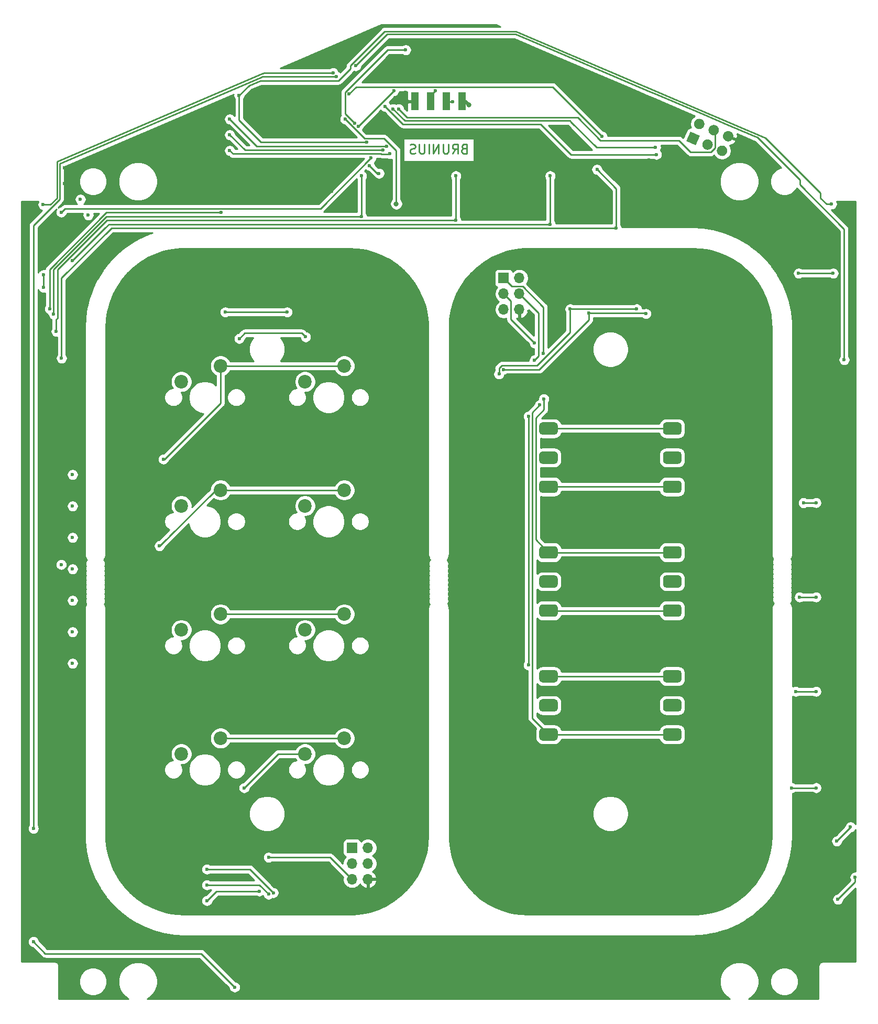
<source format=gbr>
%TF.GenerationSoftware,KiCad,Pcbnew,(5.1.9)-1*%
%TF.CreationDate,2021-07-06T15:30:50+10:00*%
%TF.ProjectId,MFD-panel2,4d46442d-7061-46e6-956c-322e6b696361,rev?*%
%TF.SameCoordinates,Original*%
%TF.FileFunction,Copper,L2,Bot*%
%TF.FilePolarity,Positive*%
%FSLAX46Y46*%
G04 Gerber Fmt 4.6, Leading zero omitted, Abs format (unit mm)*
G04 Created by KiCad (PCBNEW (5.1.9)-1) date 2021-07-06 15:30:50*
%MOMM*%
%LPD*%
G01*
G04 APERTURE LIST*
%TA.AperFunction,NonConductor*%
%ADD10C,0.250000*%
%TD*%
%TA.AperFunction,SMDPad,CuDef*%
%ADD11R,1.300000X3.000000*%
%TD*%
%TA.AperFunction,ComponentPad*%
%ADD12C,0.100000*%
%TD*%
%TA.AperFunction,ComponentPad*%
%ADD13O,1.700000X1.700000*%
%TD*%
%TA.AperFunction,ComponentPad*%
%ADD14R,1.700000X1.700000*%
%TD*%
%TA.AperFunction,ComponentPad*%
%ADD15C,2.200000*%
%TD*%
%TA.AperFunction,ViaPad*%
%ADD16C,0.600000*%
%TD*%
%TA.AperFunction,ViaPad*%
%ADD17C,0.800000*%
%TD*%
%TA.AperFunction,Conductor*%
%ADD18C,0.500000*%
%TD*%
%TA.AperFunction,Conductor*%
%ADD19C,0.250000*%
%TD*%
%TA.AperFunction,Conductor*%
%ADD20C,0.254000*%
%TD*%
%TA.AperFunction,Conductor*%
%ADD21C,0.100000*%
%TD*%
G04 APERTURE END LIST*
D10*
X74671428Y-692857D02*
X74457142Y-764285D01*
X74385714Y-835714D01*
X74314285Y-978571D01*
X74314285Y-1192857D01*
X74385714Y-1335714D01*
X74457142Y-1407142D01*
X74600000Y-1478571D01*
X75171428Y-1478571D01*
X75171428Y21428D01*
X74671428Y21428D01*
X74528571Y-50000D01*
X74457142Y-121428D01*
X74385714Y-264285D01*
X74385714Y-407142D01*
X74457142Y-550000D01*
X74528571Y-621428D01*
X74671428Y-692857D01*
X75171428Y-692857D01*
X72814285Y-1478571D02*
X73314285Y-764285D01*
X73671428Y-1478571D02*
X73671428Y21428D01*
X73100000Y21428D01*
X72957142Y-50000D01*
X72885714Y-121428D01*
X72814285Y-264285D01*
X72814285Y-478571D01*
X72885714Y-621428D01*
X72957142Y-692857D01*
X73100000Y-764285D01*
X73671428Y-764285D01*
X72171428Y21428D02*
X72171428Y-1192857D01*
X72100000Y-1335714D01*
X72028571Y-1407142D01*
X71885714Y-1478571D01*
X71600000Y-1478571D01*
X71457142Y-1407142D01*
X71385714Y-1335714D01*
X71314285Y-1192857D01*
X71314285Y21428D01*
X70600000Y-1478571D02*
X70600000Y21428D01*
X69742857Y-1478571D01*
X69742857Y21428D01*
X69028571Y-1478571D02*
X69028571Y21428D01*
X68314285Y21428D02*
X68314285Y-1192857D01*
X68242857Y-1335714D01*
X68171428Y-1407142D01*
X68028571Y-1478571D01*
X67742857Y-1478571D01*
X67600000Y-1407142D01*
X67528571Y-1335714D01*
X67457142Y-1192857D01*
X67457142Y21428D01*
X66814285Y-1407142D02*
X66600000Y-1478571D01*
X66242857Y-1478571D01*
X66100000Y-1407142D01*
X66028571Y-1335714D01*
X65957142Y-1192857D01*
X65957142Y-1050000D01*
X66028571Y-907142D01*
X66100000Y-835714D01*
X66242857Y-764285D01*
X66528571Y-692857D01*
X66671428Y-621428D01*
X66742857Y-550000D01*
X66814285Y-407142D01*
X66814285Y-264285D01*
X66742857Y-121428D01*
X66671428Y-50000D01*
X66528571Y21428D01*
X66171428Y21428D01*
X65957142Y-50000D01*
D11*
%TO.P,J2,1*%
%TO.N,+5V*%
X74410000Y6946000D03*
%TO.P,J2,2*%
%TO.N,SCL*%
X71870000Y6946000D03*
%TO.P,J2,3*%
%TO.N,SDA*%
X69330000Y6946000D03*
%TO.P,J2,4*%
%TO.N,GNDREF*%
X66790000Y6946000D03*
%TD*%
%TO.P,J1,6*%
%TO.N,GNDREF*%
%TA.AperFunction,ComponentPad*%
G36*
G01*
X117058401Y510539D02*
X117058401Y510539D01*
G75*
G02*
X116608093Y1625089I332121J782429D01*
G01*
X116608093Y1625089D01*
G75*
G02*
X117722643Y2075397I782429J-332121D01*
G01*
X117722643Y2075397D01*
G75*
G02*
X118172951Y960847I-332121J-782429D01*
G01*
X118172951Y960847D01*
G75*
G02*
X117058401Y510539I-782429J332121D01*
G01*
G37*
%TD.AperFunction*%
%TO.P,J1,5*%
%TO.N,RESET*%
%TA.AperFunction,ComponentPad*%
G36*
G01*
X116065944Y-1827543D02*
X116065944Y-1827543D01*
G75*
G02*
X115615636Y-712993I332121J782429D01*
G01*
X115615636Y-712993D01*
G75*
G02*
X116730186Y-262685I782429J-332121D01*
G01*
X116730186Y-262685D01*
G75*
G02*
X117180494Y-1377235I-332121J-782429D01*
G01*
X117180494Y-1377235D01*
G75*
G02*
X116065944Y-1827543I-782429J332121D01*
G01*
G37*
%TD.AperFunction*%
%TO.P,J1,4*%
%TO.N,MOSI*%
%TA.AperFunction,ComponentPad*%
G36*
G01*
X114720318Y1502996D02*
X114720318Y1502996D01*
G75*
G02*
X114270010Y2617546I332121J782429D01*
G01*
X114270010Y2617546D01*
G75*
G02*
X115384560Y3067854I782429J-332121D01*
G01*
X115384560Y3067854D01*
G75*
G02*
X115834868Y1953304I-332121J-782429D01*
G01*
X115834868Y1953304D01*
G75*
G02*
X114720318Y1502996I-782429J332121D01*
G01*
G37*
%TD.AperFunction*%
%TO.P,J1,3*%
%TO.N,SCK*%
%TA.AperFunction,ComponentPad*%
G36*
G01*
X113727861Y-835086D02*
X113727861Y-835086D01*
G75*
G02*
X113277553Y279464I332121J782429D01*
G01*
X113277553Y279464D01*
G75*
G02*
X114392103Y729772I782429J-332121D01*
G01*
X114392103Y729772D01*
G75*
G02*
X114842411Y-384778I-332121J-782429D01*
G01*
X114842411Y-384778D01*
G75*
G02*
X113727861Y-835086I-782429J332121D01*
G01*
G37*
%TD.AperFunction*%
%TO.P,J1,2*%
%TO.N,+5V*%
%TA.AperFunction,ComponentPad*%
G36*
G01*
X112382236Y2495453D02*
X112382236Y2495453D01*
G75*
G02*
X111931928Y3610003I332121J782429D01*
G01*
X111931928Y3610003D01*
G75*
G02*
X113046478Y4060311I782429J-332121D01*
G01*
X113046478Y4060311D01*
G75*
G02*
X113496786Y2945761I-332121J-782429D01*
G01*
X113496786Y2945761D01*
G75*
G02*
X112382236Y2495453I-782429J332121D01*
G01*
G37*
%TD.AperFunction*%
%TA.AperFunction,ComponentPad*%
D12*
%TO.P,J1,1*%
%TO.N,MISO*%
G36*
X112172208Y-174751D02*
G01*
X110607349Y489492D01*
X111271592Y2054351D01*
X112836451Y1390108D01*
X112172208Y-174751D01*
G37*
%TD.AperFunction*%
%TD*%
%TO.P,TOG23,3*%
%TO.N,/ROW52*%
%TA.AperFunction,ComponentPad*%
G36*
G01*
X106850000Y-95800000D02*
X106850000Y-94800000D01*
G75*
G02*
X107350000Y-94300000I500000J0D01*
G01*
X109350000Y-94300000D01*
G75*
G02*
X109850000Y-94800000I0J-500000D01*
G01*
X109850000Y-95800000D01*
G75*
G02*
X109350000Y-96300000I-500000J0D01*
G01*
X107350000Y-96300000D01*
G75*
G02*
X106850000Y-95800000I0J500000D01*
G01*
G37*
%TD.AperFunction*%
%TO.P,TOG23,2*%
%TO.N,Net-(D23-Pad1)*%
%TA.AperFunction,ComponentPad*%
G36*
G01*
X106850000Y-91100000D02*
X106850000Y-90100000D01*
G75*
G02*
X107350000Y-89600000I500000J0D01*
G01*
X109350000Y-89600000D01*
G75*
G02*
X109850000Y-90100000I0J-500000D01*
G01*
X109850000Y-91100000D01*
G75*
G02*
X109350000Y-91600000I-500000J0D01*
G01*
X107350000Y-91600000D01*
G75*
G02*
X106850000Y-91100000I0J500000D01*
G01*
G37*
%TD.AperFunction*%
%TO.P,TOG23,1*%
%TO.N,/ROW62*%
%TA.AperFunction,ComponentPad*%
G36*
G01*
X106850000Y-86400000D02*
X106850000Y-85400000D01*
G75*
G02*
X107350000Y-84900000I500000J0D01*
G01*
X109350000Y-84900000D01*
G75*
G02*
X109850000Y-85400000I0J-500000D01*
G01*
X109850000Y-86400000D01*
G75*
G02*
X109350000Y-86900000I-500000J0D01*
G01*
X107350000Y-86900000D01*
G75*
G02*
X106850000Y-86400000I0J500000D01*
G01*
G37*
%TD.AperFunction*%
%TD*%
%TO.P,TOG13,3*%
%TO.N,/ROW52*%
%TA.AperFunction,ComponentPad*%
G36*
G01*
X86850000Y-95800000D02*
X86850000Y-94800000D01*
G75*
G02*
X87350000Y-94300000I500000J0D01*
G01*
X89350000Y-94300000D01*
G75*
G02*
X89850000Y-94800000I0J-500000D01*
G01*
X89850000Y-95800000D01*
G75*
G02*
X89350000Y-96300000I-500000J0D01*
G01*
X87350000Y-96300000D01*
G75*
G02*
X86850000Y-95800000I0J500000D01*
G01*
G37*
%TD.AperFunction*%
%TO.P,TOG13,2*%
%TO.N,Net-(D13-Pad1)*%
%TA.AperFunction,ComponentPad*%
G36*
G01*
X86850000Y-91100000D02*
X86850000Y-90100000D01*
G75*
G02*
X87350000Y-89600000I500000J0D01*
G01*
X89350000Y-89600000D01*
G75*
G02*
X89850000Y-90100000I0J-500000D01*
G01*
X89850000Y-91100000D01*
G75*
G02*
X89350000Y-91600000I-500000J0D01*
G01*
X87350000Y-91600000D01*
G75*
G02*
X86850000Y-91100000I0J500000D01*
G01*
G37*
%TD.AperFunction*%
%TO.P,TOG13,1*%
%TO.N,/ROW62*%
%TA.AperFunction,ComponentPad*%
G36*
G01*
X86850000Y-86400000D02*
X86850000Y-85400000D01*
G75*
G02*
X87350000Y-84900000I500000J0D01*
G01*
X89350000Y-84900000D01*
G75*
G02*
X89850000Y-85400000I0J-500000D01*
G01*
X89850000Y-86400000D01*
G75*
G02*
X89350000Y-86900000I-500000J0D01*
G01*
X87350000Y-86900000D01*
G75*
G02*
X86850000Y-86400000I0J500000D01*
G01*
G37*
%TD.AperFunction*%
%TD*%
%TO.P,TOG22,3*%
%TO.N,/ROW32*%
%TA.AperFunction,ComponentPad*%
G36*
G01*
X106850000Y-75800000D02*
X106850000Y-74800000D01*
G75*
G02*
X107350000Y-74300000I500000J0D01*
G01*
X109350000Y-74300000D01*
G75*
G02*
X109850000Y-74800000I0J-500000D01*
G01*
X109850000Y-75800000D01*
G75*
G02*
X109350000Y-76300000I-500000J0D01*
G01*
X107350000Y-76300000D01*
G75*
G02*
X106850000Y-75800000I0J500000D01*
G01*
G37*
%TD.AperFunction*%
%TO.P,TOG22,2*%
%TO.N,Net-(D22-Pad1)*%
%TA.AperFunction,ComponentPad*%
G36*
G01*
X106850000Y-71100000D02*
X106850000Y-70100000D01*
G75*
G02*
X107350000Y-69600000I500000J0D01*
G01*
X109350000Y-69600000D01*
G75*
G02*
X109850000Y-70100000I0J-500000D01*
G01*
X109850000Y-71100000D01*
G75*
G02*
X109350000Y-71600000I-500000J0D01*
G01*
X107350000Y-71600000D01*
G75*
G02*
X106850000Y-71100000I0J500000D01*
G01*
G37*
%TD.AperFunction*%
%TO.P,TOG22,1*%
%TO.N,/ROW42*%
%TA.AperFunction,ComponentPad*%
G36*
G01*
X106850000Y-66400000D02*
X106850000Y-65400000D01*
G75*
G02*
X107350000Y-64900000I500000J0D01*
G01*
X109350000Y-64900000D01*
G75*
G02*
X109850000Y-65400000I0J-500000D01*
G01*
X109850000Y-66400000D01*
G75*
G02*
X109350000Y-66900000I-500000J0D01*
G01*
X107350000Y-66900000D01*
G75*
G02*
X106850000Y-66400000I0J500000D01*
G01*
G37*
%TD.AperFunction*%
%TD*%
%TO.P,TOG21,3*%
%TO.N,/ROW12*%
%TA.AperFunction,ComponentPad*%
G36*
G01*
X106850000Y-55800000D02*
X106850000Y-54800000D01*
G75*
G02*
X107350000Y-54300000I500000J0D01*
G01*
X109350000Y-54300000D01*
G75*
G02*
X109850000Y-54800000I0J-500000D01*
G01*
X109850000Y-55800000D01*
G75*
G02*
X109350000Y-56300000I-500000J0D01*
G01*
X107350000Y-56300000D01*
G75*
G02*
X106850000Y-55800000I0J500000D01*
G01*
G37*
%TD.AperFunction*%
%TO.P,TOG21,2*%
%TO.N,Net-(D21-Pad1)*%
%TA.AperFunction,ComponentPad*%
G36*
G01*
X106850000Y-51100000D02*
X106850000Y-50100000D01*
G75*
G02*
X107350000Y-49600000I500000J0D01*
G01*
X109350000Y-49600000D01*
G75*
G02*
X109850000Y-50100000I0J-500000D01*
G01*
X109850000Y-51100000D01*
G75*
G02*
X109350000Y-51600000I-500000J0D01*
G01*
X107350000Y-51600000D01*
G75*
G02*
X106850000Y-51100000I0J500000D01*
G01*
G37*
%TD.AperFunction*%
%TO.P,TOG21,1*%
%TO.N,/ROW22*%
%TA.AperFunction,ComponentPad*%
G36*
G01*
X106850000Y-46400000D02*
X106850000Y-45400000D01*
G75*
G02*
X107350000Y-44900000I500000J0D01*
G01*
X109350000Y-44900000D01*
G75*
G02*
X109850000Y-45400000I0J-500000D01*
G01*
X109850000Y-46400000D01*
G75*
G02*
X109350000Y-46900000I-500000J0D01*
G01*
X107350000Y-46900000D01*
G75*
G02*
X106850000Y-46400000I0J500000D01*
G01*
G37*
%TD.AperFunction*%
%TD*%
%TO.P,TOG12,3*%
%TO.N,/ROW32*%
%TA.AperFunction,ComponentPad*%
G36*
G01*
X86850000Y-75800000D02*
X86850000Y-74800000D01*
G75*
G02*
X87350000Y-74300000I500000J0D01*
G01*
X89350000Y-74300000D01*
G75*
G02*
X89850000Y-74800000I0J-500000D01*
G01*
X89850000Y-75800000D01*
G75*
G02*
X89350000Y-76300000I-500000J0D01*
G01*
X87350000Y-76300000D01*
G75*
G02*
X86850000Y-75800000I0J500000D01*
G01*
G37*
%TD.AperFunction*%
%TO.P,TOG12,2*%
%TO.N,Net-(D12-Pad1)*%
%TA.AperFunction,ComponentPad*%
G36*
G01*
X86850000Y-71100000D02*
X86850000Y-70100000D01*
G75*
G02*
X87350000Y-69600000I500000J0D01*
G01*
X89350000Y-69600000D01*
G75*
G02*
X89850000Y-70100000I0J-500000D01*
G01*
X89850000Y-71100000D01*
G75*
G02*
X89350000Y-71600000I-500000J0D01*
G01*
X87350000Y-71600000D01*
G75*
G02*
X86850000Y-71100000I0J500000D01*
G01*
G37*
%TD.AperFunction*%
%TO.P,TOG12,1*%
%TO.N,/ROW42*%
%TA.AperFunction,ComponentPad*%
G36*
G01*
X86850000Y-66400000D02*
X86850000Y-65400000D01*
G75*
G02*
X87350000Y-64900000I500000J0D01*
G01*
X89350000Y-64900000D01*
G75*
G02*
X89850000Y-65400000I0J-500000D01*
G01*
X89850000Y-66400000D01*
G75*
G02*
X89350000Y-66900000I-500000J0D01*
G01*
X87350000Y-66900000D01*
G75*
G02*
X86850000Y-66400000I0J500000D01*
G01*
G37*
%TD.AperFunction*%
%TD*%
%TO.P,TOG11,3*%
%TO.N,/ROW12*%
%TA.AperFunction,ComponentPad*%
G36*
G01*
X86850000Y-55800000D02*
X86850000Y-54800000D01*
G75*
G02*
X87350000Y-54300000I500000J0D01*
G01*
X89350000Y-54300000D01*
G75*
G02*
X89850000Y-54800000I0J-500000D01*
G01*
X89850000Y-55800000D01*
G75*
G02*
X89350000Y-56300000I-500000J0D01*
G01*
X87350000Y-56300000D01*
G75*
G02*
X86850000Y-55800000I0J500000D01*
G01*
G37*
%TD.AperFunction*%
%TO.P,TOG11,2*%
%TO.N,Net-(D11-Pad1)*%
%TA.AperFunction,ComponentPad*%
G36*
G01*
X86850000Y-51100000D02*
X86850000Y-50100000D01*
G75*
G02*
X87350000Y-49600000I500000J0D01*
G01*
X89350000Y-49600000D01*
G75*
G02*
X89850000Y-50100000I0J-500000D01*
G01*
X89850000Y-51100000D01*
G75*
G02*
X89350000Y-51600000I-500000J0D01*
G01*
X87350000Y-51600000D01*
G75*
G02*
X86850000Y-51100000I0J500000D01*
G01*
G37*
%TD.AperFunction*%
%TO.P,TOG11,1*%
%TO.N,/ROW22*%
%TA.AperFunction,ComponentPad*%
G36*
G01*
X86850000Y-46400000D02*
X86850000Y-45400000D01*
G75*
G02*
X87350000Y-44900000I500000J0D01*
G01*
X89350000Y-44900000D01*
G75*
G02*
X89850000Y-45400000I0J-500000D01*
G01*
X89850000Y-46400000D01*
G75*
G02*
X89350000Y-46900000I-500000J0D01*
G01*
X87350000Y-46900000D01*
G75*
G02*
X86850000Y-46400000I0J500000D01*
G01*
G37*
%TD.AperFunction*%
%TD*%
D13*
%TO.P,J4,6*%
%TO.N,GNDREF*%
X83640000Y-26680000D03*
%TO.P,J4,5*%
%TO.N,RESET2*%
X81100000Y-26680000D03*
%TO.P,J4,4*%
%TO.N,MOSI2*%
X83640000Y-24140000D03*
%TO.P,J4,3*%
%TO.N,SCK2*%
X81100000Y-24140000D03*
%TO.P,J4,2*%
%TO.N,VCC*%
X83640000Y-21600000D03*
D14*
%TO.P,J4,1*%
%TO.N,MISO2*%
X81100000Y-21600000D03*
%TD*%
D15*
%TO.P,SW24,2*%
%TO.N,/COL2*%
X49000000Y-98450000D03*
%TO.P,SW24,1*%
%TO.N,/ROW4*%
X55350000Y-95910000D03*
%TD*%
%TO.P,SW23,2*%
%TO.N,/COL2*%
X49000000Y-78410000D03*
%TO.P,SW23,1*%
%TO.N,/ROW3*%
X55350000Y-75870000D03*
%TD*%
%TO.P,SW22,2*%
%TO.N,/COL2*%
X49000000Y-58370000D03*
%TO.P,SW22,1*%
%TO.N,/ROW2*%
X55350000Y-55830000D03*
%TD*%
%TO.P,SW21,2*%
%TO.N,/COL2*%
X49000000Y-38330000D03*
%TO.P,SW21,1*%
%TO.N,/ROW1*%
X55350000Y-35790000D03*
%TD*%
%TO.P,SW14,2*%
%TO.N,/COL1*%
X29000000Y-98450000D03*
%TO.P,SW14,1*%
%TO.N,/ROW4*%
X35350000Y-95910000D03*
%TD*%
%TO.P,SW13,2*%
%TO.N,/COL1*%
X29000000Y-78410000D03*
%TO.P,SW13,1*%
%TO.N,/ROW3*%
X35350000Y-75870000D03*
%TD*%
%TO.P,SW12,2*%
%TO.N,/COL1*%
X29000000Y-58370000D03*
%TO.P,SW12,1*%
%TO.N,/ROW2*%
X35350000Y-55830000D03*
%TD*%
%TO.P,SW11,2*%
%TO.N,/COL1*%
X29000000Y-38330000D03*
%TO.P,SW11,1*%
%TO.N,/ROW1*%
X35350000Y-35790000D03*
%TD*%
D13*
%TO.P,J1,6*%
%TO.N,GND*%
X59140000Y-118680000D03*
%TO.P,J1,5*%
%TO.N,RESET*%
X56600000Y-118680000D03*
%TO.P,J1,4*%
%TO.N,MOSI*%
X59140000Y-116140000D03*
%TO.P,J1,3*%
%TO.N,SCK*%
X56600000Y-116140000D03*
%TO.P,J1,2*%
%TO.N,+5V*%
X59140000Y-113600000D03*
D14*
%TO.P,J1,1*%
%TO.N,MISO*%
X56600000Y-113600000D03*
%TD*%
D16*
%TO.N,GNDREF*%
X65278000Y8382000D03*
X71120000Y-137160000D03*
X36830000Y-7620000D03*
X40640000Y-7620000D03*
X44450000Y-7620000D03*
X46990000Y-5080000D03*
X49530000Y-7620000D03*
X53340000Y-7620000D03*
X57150000Y-7620000D03*
X60960000Y-7620000D03*
X64770000Y-7620000D03*
X68580000Y-7620000D03*
X72390000Y-7620000D03*
X76200000Y-7620000D03*
X121920000Y-2540000D03*
X114300000Y-6350000D03*
X87630000Y1270000D03*
X25400000Y-8890000D03*
X29210000Y-8890000D03*
X29210000Y-5080000D03*
X33020000Y-5080000D03*
X33020000Y-8890000D03*
X15240000Y-132080000D03*
X137160000Y-12700000D03*
X137160000Y-15240000D03*
X137160000Y-22860000D03*
X137160000Y-25400000D03*
X137160000Y-30480000D03*
X45885100Y7850000D03*
X55626000Y14732000D03*
X134366000Y-22352000D03*
X134366000Y-24384000D03*
X134366000Y-26416000D03*
X134366000Y-28448000D03*
X134620000Y-19050000D03*
X132080000Y-33020000D03*
X134620000Y-35560000D03*
X134620000Y-40640000D03*
X134620000Y-45720000D03*
X132080000Y-48260000D03*
X134620000Y-50800000D03*
X134620000Y-55880000D03*
X134620000Y-60960000D03*
X132080000Y-63500000D03*
X134620000Y-66040000D03*
X134620000Y-71120000D03*
X134620000Y-76200000D03*
X132080000Y-78740000D03*
X134620000Y-81280000D03*
X134620000Y-86360000D03*
X134620000Y-91440000D03*
X132080000Y-93980000D03*
X134620000Y-96520000D03*
X134620000Y-101600000D03*
X134620000Y-106680000D03*
X132080000Y-109220000D03*
X134620000Y-114300000D03*
X134620000Y-119380000D03*
X134620000Y-124460000D03*
X134620000Y-129540000D03*
X129540000Y-129540000D03*
X129540000Y-124460000D03*
X127000000Y-127000000D03*
X127000000Y-132080000D03*
X129540000Y-134620000D03*
X124460000Y-129540000D03*
X121920000Y-132080000D03*
X116840000Y-132080000D03*
X114300000Y-134620000D03*
X111760000Y-137160000D03*
X111760000Y-132080000D03*
X109220000Y-134620000D03*
X106680000Y-132080000D03*
X106680000Y-137160000D03*
X104140000Y-134620000D03*
X99060000Y-134620000D03*
X93980000Y-134620000D03*
X101600000Y-137160000D03*
X88900000Y-134620000D03*
X78740000Y-134620000D03*
X71120000Y-129540000D03*
X58420000Y-134620000D03*
X53340000Y-134620000D03*
X48260000Y-134620000D03*
X43180000Y-134620000D03*
X38100000Y-134620000D03*
X55880000Y-129540000D03*
X50800000Y-129540000D03*
X66040000Y-129540000D03*
X76200000Y-137160000D03*
X86360000Y-137160000D03*
X91440000Y-137160000D03*
X60960000Y-137160000D03*
X55880000Y-137160000D03*
X45720000Y-137160000D03*
X40640000Y-137160000D03*
X40640000Y-129540000D03*
X35560000Y-129540000D03*
X17780000Y-134620000D03*
X20320000Y-132080000D03*
X12700000Y-129540000D03*
X10160000Y-137160000D03*
X15240000Y-127000000D03*
X15240000Y-121920000D03*
X12700000Y-124460000D03*
X12700000Y-119380000D03*
X7620000Y-124460000D03*
X7620000Y-129540000D03*
X7620000Y-119380000D03*
X7620000Y-114300000D03*
X7620000Y-109220000D03*
X7620000Y-104140000D03*
X7620000Y-99060000D03*
X10160000Y-106680000D03*
X10160000Y-91440000D03*
X10160000Y-76200000D03*
X10160000Y-60960000D03*
X11430000Y-111760000D03*
X11430000Y-104140000D03*
X11430000Y-99060000D03*
X11430000Y-88900000D03*
%TO.N,/ROW2*%
X11430000Y-83820000D03*
X11430000Y-78740000D03*
X11430000Y-73660000D03*
%TO.N,GNDREF*%
X11430000Y-93980000D03*
%TO.N,/ROW2*%
X11430000Y-68580000D03*
X11430000Y-63500000D03*
X11430000Y-58420000D03*
X11430000Y-53340000D03*
%TO.N,GNDREF*%
X11430000Y-48260000D03*
X11430000Y-43180000D03*
X11430000Y-38100000D03*
X11430000Y-34290000D03*
X11430000Y-13970000D03*
%TO.N,GND*%
X13970000Y-11430000D03*
%TO.N,Net-(D1-Pad1)*%
X12700000Y-8890000D03*
%TO.N,GNDREF*%
X33020000Y-1270000D03*
X44450000Y2540000D03*
X40894000Y2794000D03*
X29210000Y-1270000D03*
X29210000Y2540000D03*
X25400000Y-1270000D03*
X25400000Y-5080000D03*
X10160000Y-6350000D03*
X10160000Y-3810000D03*
X12700000Y-3810000D03*
X20320000Y-1270000D03*
X22860000Y1270000D03*
X129540000Y-13970000D03*
X129540000Y-17780000D03*
X125730000Y-13970000D03*
X125730000Y-10160000D03*
X129540000Y-10160000D03*
X121920000Y-10160000D03*
X106680000Y-6350000D03*
X102870000Y-6350000D03*
X95250000Y-6350000D03*
X91440000Y-6350000D03*
X87630000Y-6350000D03*
X83820000Y-6350000D03*
X20320000Y-8890000D03*
X11430000Y-30480000D03*
X106680000Y5080000D03*
X106934000Y1524000D03*
X87630000Y-2540000D03*
X83820000Y-2540000D03*
X80010000Y-2540000D03*
X91440000Y-2540000D03*
X91440000Y1270000D03*
X25400000Y-132080000D03*
X30480000Y-132080000D03*
X27940000Y-134620000D03*
X30480000Y-137160000D03*
X33020000Y-134620000D03*
X25400000Y-137160000D03*
X83820000Y-134620000D03*
X77000000Y-130000000D03*
X19685000Y-14605000D03*
X17780000Y-16510000D03*
X15875000Y-18415000D03*
X13970000Y-20320000D03*
X12065000Y-22860000D03*
X22860000Y-14605000D03*
X51562000Y14224000D03*
X83820000Y1270000D03*
X80010000Y1270000D03*
X76200000Y1270000D03*
X53594000Y5080000D03*
X54356000Y-2540000D03*
X48260000Y3048000D03*
X56134000Y10414000D03*
X62230000Y2032000D03*
X70104000Y10922000D03*
X65278000Y5842000D03*
X70612000Y15494000D03*
X59690000Y10414000D03*
X77978000Y10668000D03*
X77978000Y15494000D03*
X89154000Y10414000D03*
X89154000Y13970000D03*
X67310000Y1778000D03*
X104648000Y-2540000D03*
X63500000Y12954000D03*
X46736000Y12700000D03*
X118850000Y-31600000D03*
X98350000Y-17850000D03*
X98350000Y-38350000D03*
X98350000Y-29850000D03*
X98350000Y-70600000D03*
X98350000Y-90600000D03*
X98350000Y-50600000D03*
X79350000Y-30850000D03*
D17*
%TO.N,+5V*%
X75476189Y6338001D03*
D16*
%TO.N,RESET*%
X97028000Y1270000D03*
X56134000Y8128000D03*
X43100000Y-115150002D03*
%TO.N,MOSI*%
X64140054Y5699714D03*
%TO.N,SCK*%
X105800999Y-1641001D03*
X61976000Y6096000D03*
%TO.N,MISO*%
X105664000Y-508000D03*
X63236707Y5719177D03*
%TO.N,C1*%
X134366000Y-20828000D03*
X128778000Y-20828000D03*
X55490577Y4054184D03*
D17*
X63754000Y-9600000D03*
D16*
%TO.N,R1*%
X35434996Y-11024998D03*
X7724981Y-26565019D03*
%TO.N,R2*%
X131600000Y-57884000D03*
X129550002Y-57901998D03*
X58146000Y-5100000D03*
X58146000Y-11649998D03*
X8382000Y-27432000D03*
%TO.N,R3*%
X131600000Y-73124000D03*
X128925001Y-73124000D03*
X73386000Y-5100000D03*
X73386000Y-12274999D03*
X9600000Y-67870000D03*
X8799990Y-30226000D03*
%TO.N,R4*%
X131600000Y-88364000D03*
X128300001Y-88361999D03*
X88626000Y-12899999D03*
X88626000Y-5100000D03*
X11406442Y-18772442D03*
X60960000Y-4689000D03*
X59436000Y-3439000D03*
%TO.N,R5*%
X131600000Y-103914000D03*
X127675000Y-103914000D03*
X99314000Y-13525000D03*
X9652000Y-34544000D03*
X96184000Y-4064000D03*
%TO.N,R6*%
X137160000Y-110236000D03*
X134949998Y-112522000D03*
X6723442Y-23116442D03*
X6723442Y-21082000D03*
X9600000Y-10974000D03*
X59690000Y-2169000D03*
%TO.N,R7*%
X135128000Y-121920000D03*
X137922000Y-118364000D03*
X38354000Y7874000D03*
X134112000Y-9652000D03*
X58985687Y311687D03*
%TO.N,C2*%
X136144000Y-34798000D03*
X57207746Y12673273D03*
%TO.N,C3*%
X5100000Y-110490000D03*
X37636000Y-136100000D03*
X5100000Y-128758000D03*
X54102000Y10922000D03*
%TO.N,C4*%
X6672000Y-9720000D03*
X53536313Y11547000D03*
%TO.N,SCL*%
X72898000Y6858000D03*
X36100000Y-27100000D03*
X46100000Y-27100000D03*
%TO.N,SDA*%
X70104000Y8636000D03*
X38370000Y-31370000D03*
X49100000Y-31100000D03*
%TO.N,/2line*%
X36830000Y1524000D03*
X61603371Y-939215D03*
X33150000Y-119605000D03*
X43100000Y-121100000D03*
%TO.N,/1line*%
X36830000Y-1016000D03*
X62738000Y-1524000D03*
X33150000Y-122145000D03*
X41600000Y-120600000D03*
%TO.N,Net-(Atmega328P-AU1-Pad8)*%
X57587330Y2875397D03*
X63347933Y8636000D03*
%TO.N,Net-(Atmega328P-AU1-Pad7)*%
X57004859Y3423786D03*
X65278000Y15240000D03*
%TO.N,/4line*%
X36830000Y4064000D03*
X62169058Y-314942D03*
X33150000Y-117065000D03*
X43858948Y-120847018D03*
%TO.N,GND*%
X24350000Y-89975000D03*
X63350000Y-89975000D03*
X63350000Y-51225000D03*
X24350000Y-51225000D03*
X24350000Y-109350000D03*
X63350000Y-31600000D03*
X24350000Y-31600000D03*
X42850000Y-17850000D03*
X63350000Y-109350000D03*
X24350000Y-70600000D03*
X63350000Y-70600000D03*
X42850000Y-29100000D03*
X42850000Y-104100000D03*
X42850000Y-52350000D03*
X42850000Y-70600000D03*
X42850000Y-36850000D03*
%TO.N,/ROW1*%
X26100000Y-50850000D03*
%TO.N,/ROW2*%
X25475000Y-64850000D03*
%TO.N,/COL2*%
X39167183Y-103917183D03*
%TO.N,MOSI2*%
X86100000Y-34850000D03*
%TO.N,SCK2*%
X86100000Y-32100000D03*
%TO.N,MISO2*%
X87533058Y-33783058D03*
%TO.N,SCL2*%
X91850000Y-26600000D03*
X102600000Y-26600000D03*
X80350000Y-37100000D03*
%TO.N,SDA2*%
X94850000Y-27225000D03*
X104100000Y-27350000D03*
X81100000Y-36350000D03*
%TO.N,/ROW42*%
X87600000Y-41100000D03*
%TO.N,/ROW52*%
X86925002Y-42100000D03*
%TO.N,/ROW62*%
X85100000Y-43949990D03*
X85100000Y-84100000D03*
%TD*%
D18*
%TO.N,+5V*%
X74868190Y6946000D02*
X75476189Y6338001D01*
X74410000Y6946000D02*
X74868190Y6946000D01*
D19*
%TO.N,RESET*%
X89036999Y9261001D02*
X97028000Y1270000D01*
X56134000Y8128000D02*
X57267001Y9261001D01*
X89036999Y9261001D02*
X57267001Y9261001D01*
X53070002Y-115150002D02*
X56600000Y-118680000D01*
X43100000Y-115150002D02*
X53070002Y-115150002D01*
%TO.N,MOSI*%
X115234983Y2102881D02*
X115052439Y2285425D01*
X115234983Y-616658D02*
X115234983Y2102881D01*
X114623983Y-1227658D02*
X115234983Y-616658D01*
X111275262Y-1227658D02*
X114623983Y-1227658D01*
X96727999Y644999D02*
X109402605Y644999D01*
X109402605Y644999D02*
X111275262Y-1227658D01*
X64140054Y5699714D02*
X65521768Y4318000D01*
X93054998Y4318000D02*
X93136499Y4236499D01*
X65521768Y4318000D02*
X93054998Y4318000D01*
X93136499Y4236499D02*
X96727999Y644999D01*
%TO.N,SCK*%
X113612878Y-499761D02*
X114059982Y-52657D01*
X91987911Y-1641001D02*
X105800999Y-1641001D01*
X87083455Y3263455D02*
X91987911Y-1641001D01*
X64808545Y3263455D02*
X87083455Y3263455D01*
X61976000Y6096000D02*
X64808545Y3263455D01*
%TO.N,MISO*%
X96102998Y-508000D02*
X105664000Y-508000D01*
X63236707Y5719177D02*
X65145884Y3810000D01*
X91784998Y3810000D02*
X91993499Y3601499D01*
X65145884Y3810000D02*
X91784998Y3810000D01*
X91993499Y3601499D02*
X96102998Y-508000D01*
%TO.N,C1*%
X130810000Y-20828000D02*
X134366000Y-20828000D01*
X130810000Y-20828000D02*
X128778000Y-20828000D01*
X58608073Y936688D02*
X59285688Y936688D01*
X55490577Y4054184D02*
X58608073Y936688D01*
X59285688Y936688D02*
X61801312Y936688D01*
X63754000Y-1016000D02*
X63754000Y-9548000D01*
X61801312Y936688D02*
X63754000Y-1016000D01*
%TO.N,R1*%
X23140699Y-11024998D02*
X35434996Y-11024998D01*
X7724981Y-26565019D02*
X7724981Y-20215019D01*
X16915002Y-11024998D02*
X23140699Y-11024998D01*
X7724981Y-20215019D02*
X16915002Y-11024998D01*
%TO.N,R2*%
X129568000Y-57884000D02*
X129550002Y-57901998D01*
X131600000Y-57884000D02*
X129568000Y-57884000D01*
X58146000Y-5100000D02*
X58146000Y-11635996D01*
X8382000Y-27432000D02*
X8382000Y-20194410D01*
X16926412Y-11649998D02*
X23333998Y-11649998D01*
X8382000Y-20194410D02*
X16926412Y-11649998D01*
X23333998Y-11649998D02*
X58146000Y-11649998D01*
%TO.N,R3*%
X131600000Y-73124000D02*
X129004000Y-73124000D01*
X129004000Y-73124000D02*
X128925001Y-73045001D01*
X73386000Y-5100000D02*
X73386000Y-12083998D01*
X8799990Y-30226000D02*
X8799990Y-28284010D01*
X9007001Y-28076999D02*
X9007001Y-20205819D01*
X8799990Y-28284010D02*
X9007001Y-28076999D01*
X16937821Y-12274999D02*
X24720999Y-12274999D01*
X9007001Y-20205819D02*
X16937821Y-12274999D01*
X24720999Y-12274999D02*
X73386000Y-12274999D01*
%TO.N,R4*%
X128302002Y-88364000D02*
X128300001Y-88361999D01*
X131600000Y-88364000D02*
X128302002Y-88364000D01*
X88626000Y-5100000D02*
X88626000Y-12865998D01*
X23174928Y-12899999D02*
X88626000Y-12899999D01*
X11406442Y-18772442D02*
X16702615Y-13476269D01*
X17278885Y-12899999D02*
X16702615Y-13476269D01*
X23174928Y-12899999D02*
X17278885Y-12899999D01*
X60686000Y-4689000D02*
X59436000Y-3439000D01*
X60960000Y-4689000D02*
X60686000Y-4689000D01*
%TO.N,R5*%
X131600000Y-103914000D02*
X127814000Y-103914000D01*
X127814000Y-103914000D02*
X127675000Y-104053000D01*
X99314000Y-7194000D02*
X96184000Y-4064000D01*
X99314000Y-13525000D02*
X99314000Y-7194000D01*
X24067000Y-13525000D02*
X99314000Y-13525000D01*
X17717000Y-13525000D02*
X24067000Y-13525000D01*
X9652000Y-21590000D02*
X17717000Y-13525000D01*
X9652000Y-34544000D02*
X9652000Y-21590000D01*
%TO.N,R6*%
X137160000Y-110311998D02*
X137160000Y-110236000D01*
X134949998Y-112522000D02*
X137160000Y-110311998D01*
X6723442Y-23116442D02*
X6723442Y-21216558D01*
X51485005Y-10399997D02*
X59690000Y-2195002D01*
X10174003Y-10399997D02*
X51485005Y-10399997D01*
X9600000Y-10974000D02*
X10174003Y-10399997D01*
%TO.N,R7*%
X137922000Y-119126000D02*
X135128000Y-121920000D01*
X137922000Y-118364000D02*
X137922000Y-119126000D01*
X58926373Y371001D02*
X58985687Y311687D01*
X41883997Y371001D02*
X58926373Y371001D01*
X38354000Y3900998D02*
X41883997Y371001D01*
X38354000Y7874000D02*
X38354000Y3900998D01*
X40008343Y9528343D02*
X38354000Y7874000D01*
X41806051Y10296999D02*
X40008343Y9528343D01*
X56350588Y12700000D02*
X56350588Y12245586D01*
X61880598Y18230010D02*
X56350588Y12700000D01*
X54402001Y10296999D02*
X41806051Y10296999D01*
X123442497Y1017503D02*
X83126980Y18230010D01*
X132299990Y-7839990D02*
X123442497Y1017503D01*
X83126980Y18230010D02*
X61880598Y18230010D01*
X132299990Y-8665689D02*
X132299990Y-7839990D01*
X133286301Y-9652000D02*
X132299990Y-8665689D01*
X56350588Y12245586D02*
X54402001Y10296999D01*
X134112000Y-9652000D02*
X133286301Y-9652000D01*
%TO.N,C2*%
X83034936Y17780000D02*
X89202618Y15146738D01*
X80264000Y17780000D02*
X83034936Y17780000D01*
X89202618Y15146738D02*
X101795967Y9770072D01*
X101795967Y9770072D02*
X104740930Y8512736D01*
X104740930Y8512736D02*
X105428856Y8219028D01*
X105428856Y8219028D02*
X113421312Y4806690D01*
X113421312Y4806690D02*
X117285964Y3156696D01*
X136144000Y-13716000D02*
X136144000Y-34798000D01*
X128968153Y-6540153D02*
X136144000Y-13716000D01*
X128968153Y-5742589D02*
X128968153Y-6540153D01*
X122142222Y1083342D02*
X128968153Y-5742589D01*
X117285965Y3156696D02*
X122142222Y1083342D01*
X57207746Y12673273D02*
X62314473Y17780000D01*
X62314473Y17780000D02*
X63246000Y17780000D01*
X63246000Y17780000D02*
X80264000Y17780000D01*
%TO.N,C3*%
X32210479Y-130674479D02*
X37636000Y-136100000D01*
X7016479Y-130674479D02*
X32210479Y-130674479D01*
X5100000Y-128758000D02*
X7016479Y-130674479D01*
X5100000Y-13102109D02*
X5100000Y-110490000D01*
X9350019Y-8852090D02*
X5100000Y-13102109D01*
X9350020Y-3091000D02*
X9350019Y-8852090D01*
X41795916Y10782084D02*
X9350020Y-3091000D01*
X41811954Y10798122D02*
X41795916Y10782084D01*
X42102106Y10922000D02*
X41811954Y10798122D01*
X54102000Y10922000D02*
X42102106Y10922000D01*
%TO.N,C4*%
X8900010Y-8665689D02*
X7845699Y-9720000D01*
X8900010Y-2794000D02*
X8900010Y-8665689D01*
X8952084Y-2741926D02*
X8900010Y-2794000D01*
X42158581Y11435419D02*
X8952084Y-2741926D01*
X42419926Y11547000D02*
X42158581Y11435419D01*
X7845699Y-9720000D02*
X6672000Y-9720000D01*
X53536313Y11547000D02*
X42419926Y11547000D01*
%TO.N,SCL*%
X71958000Y6858000D02*
X71870000Y6946000D01*
X72898000Y6858000D02*
X71958000Y6858000D01*
X36100000Y-27100000D02*
X46100000Y-27100000D01*
%TO.N,SDA*%
X69330000Y7862000D02*
X70104000Y8636000D01*
X69330000Y6946000D02*
X69330000Y7862000D01*
X48800001Y-30800001D02*
X49100000Y-31100000D01*
X48496081Y-30496081D02*
X48800001Y-30800001D01*
X39243919Y-30496081D02*
X48496081Y-30496081D01*
X38370000Y-31370000D02*
X39243919Y-30496081D01*
%TO.N,/2line*%
X39293215Y-939215D02*
X61603371Y-939215D01*
X36830000Y1524000D02*
X39293215Y-939215D01*
X41605000Y-119605000D02*
X33150000Y-119605000D01*
X43100000Y-121100000D02*
X41605000Y-119605000D01*
%TO.N,/1line*%
X61283154Y-1544000D02*
X61303370Y-1564216D01*
X62697784Y-1564216D02*
X62738000Y-1524000D01*
X37358000Y-1544000D02*
X61283154Y-1544000D01*
X61303370Y-1564216D02*
X62697784Y-1564216D01*
X36830000Y-1016000D02*
X37358000Y-1544000D01*
X34695000Y-120600000D02*
X33150000Y-122145000D01*
X41600000Y-120600000D02*
X34695000Y-120600000D01*
%TO.N,Net-(Atmega328P-AU1-Pad8)*%
X57587330Y2875397D02*
X63347933Y8636000D01*
%TO.N,Net-(Atmega328P-AU1-Pad7)*%
X55508999Y4919646D02*
X57004859Y3423786D01*
X55508999Y8428001D02*
X55508999Y4919646D01*
X62320998Y15240000D02*
X55508999Y8428001D01*
X65278000Y15240000D02*
X62320998Y15240000D01*
%TO.N,/4line*%
X41208215Y-314215D02*
X59483934Y-314215D01*
X36830000Y4064000D02*
X41208215Y-314215D01*
X62168331Y-314215D02*
X62169058Y-314942D01*
X59483934Y-314215D02*
X62168331Y-314215D01*
X40076930Y-117065000D02*
X33150000Y-117065000D01*
X43858948Y-120847018D02*
X40076930Y-117065000D01*
%TO.N,/ROW1*%
X36350000Y-35790000D02*
X56350000Y-35790000D01*
X26271002Y-50850000D02*
X26100000Y-50850000D01*
X35350000Y-41771002D02*
X26271002Y-50850000D01*
X35350000Y-35790000D02*
X35350000Y-41771002D01*
%TO.N,/ROW2*%
X35350000Y-55830000D02*
X55350000Y-55830000D01*
X34549002Y-55830000D02*
X27029002Y-63350000D01*
X35350000Y-55830000D02*
X34549002Y-55830000D01*
X25529002Y-64850000D02*
X25475000Y-64850000D01*
X34549002Y-55830000D02*
X25529002Y-64850000D01*
%TO.N,/ROW3*%
X35350000Y-75870000D02*
X55350000Y-75870000D01*
%TO.N,/ROW4*%
X35350000Y-95910000D02*
X55350000Y-95910000D01*
%TO.N,/COL2*%
X44634366Y-98450000D02*
X50000000Y-98450000D01*
X39167183Y-103917183D02*
X44634366Y-98450000D01*
%TO.N,MOSI2*%
X86725001Y-27225001D02*
X83640000Y-24140000D01*
X86725001Y-34224999D02*
X86725001Y-27225001D01*
X86100000Y-34850000D02*
X86725001Y-34224999D01*
%TO.N,SCK2*%
X82275001Y-28275001D02*
X86100000Y-32100000D01*
X82275001Y-25315001D02*
X82275001Y-28275001D01*
X81100000Y-24140000D02*
X82275001Y-25315001D01*
%TO.N,MISO2*%
X87533058Y-26294056D02*
X87533058Y-33783058D01*
X82464999Y-22964999D02*
X84204001Y-22964999D01*
X84204001Y-22964999D02*
X87533058Y-26294056D01*
X81100000Y-21600000D02*
X82464999Y-22964999D01*
%TO.N,SCL2*%
X91850000Y-26600000D02*
X102600000Y-26600000D01*
X91850000Y-30350000D02*
X91850000Y-29588590D01*
X80799999Y-35724999D02*
X86475001Y-35724999D01*
X86475001Y-35724999D02*
X91850000Y-30350000D01*
X80350000Y-36174998D02*
X80799999Y-35724999D01*
X91850000Y-29588590D02*
X91850000Y-26600000D01*
X80350000Y-37100000D02*
X80350000Y-36174998D01*
%TO.N,SDA2*%
X94850000Y-27225000D02*
X103475000Y-27225000D01*
X103975000Y-27225000D02*
X104100000Y-27350000D01*
X103475000Y-27225000D02*
X103975000Y-27225000D01*
X94850000Y-28350000D02*
X94850000Y-27225000D01*
X86850000Y-36350000D02*
X94850000Y-28350000D01*
X81100000Y-36350000D02*
X86850000Y-36350000D01*
%TO.N,/ROW42*%
X88350000Y-65900000D02*
X108350000Y-65900000D01*
X87600000Y-42850000D02*
X87600000Y-41100000D01*
X86300001Y-44149999D02*
X87600000Y-42850000D01*
X86300001Y-63850001D02*
X86300001Y-44149999D01*
X88350000Y-65900000D02*
X86300001Y-63850001D01*
%TO.N,/ROW32*%
X108350000Y-75300000D02*
X88350000Y-75300000D01*
%TO.N,/ROW22*%
X88350000Y-45900000D02*
X108350000Y-45900000D01*
%TO.N,/ROW12*%
X108350000Y-55300000D02*
X88350000Y-55300000D01*
%TO.N,/ROW52*%
X88350000Y-95300000D02*
X108350000Y-95300000D01*
X85728872Y-92678872D02*
X88350000Y-95300000D01*
X85728872Y-43896153D02*
X85728872Y-92678872D01*
X85728872Y-43296130D02*
X86925002Y-42100000D01*
X85728872Y-43896153D02*
X85728872Y-43296130D01*
%TO.N,/ROW62*%
X88350000Y-85900000D02*
X108350000Y-85900000D01*
X85100000Y-43949990D02*
X85100000Y-84100000D01*
%TD*%
D20*
%TO.N,GNDREF*%
X61379972Y5369738D02*
X61533111Y5267414D01*
X61703271Y5196932D01*
X61824352Y5172847D01*
X64244745Y2752453D01*
X64268544Y2723454D01*
X64297542Y2699656D01*
X64384269Y2628481D01*
X64516298Y2557909D01*
X64659559Y2514452D01*
X64808545Y2499778D01*
X64845878Y2503455D01*
X86768654Y2503455D01*
X91424112Y-2152004D01*
X91447910Y-2181002D01*
X91563635Y-2275975D01*
X91695664Y-2346547D01*
X91838925Y-2390004D01*
X91950578Y-2401001D01*
X91950587Y-2401001D01*
X91987910Y-2404677D01*
X92025233Y-2401001D01*
X105255464Y-2401001D01*
X105358110Y-2469587D01*
X105528270Y-2540069D01*
X105708910Y-2576001D01*
X105893088Y-2576001D01*
X106073728Y-2540069D01*
X106243888Y-2469587D01*
X106397027Y-2367263D01*
X106527261Y-2237029D01*
X106629585Y-2083890D01*
X106700067Y-1913730D01*
X106735999Y-1733090D01*
X106735999Y-1548912D01*
X106700067Y-1368272D01*
X106629585Y-1198112D01*
X106527261Y-1044973D01*
X106468790Y-986502D01*
X106492586Y-950889D01*
X106563068Y-780729D01*
X106599000Y-600089D01*
X106599000Y-415911D01*
X106563068Y-235271D01*
X106513251Y-115001D01*
X109087804Y-115001D01*
X110711463Y-1738661D01*
X110735261Y-1767659D01*
X110764259Y-1791457D01*
X110850985Y-1862632D01*
X110933617Y-1906800D01*
X110983015Y-1933204D01*
X111126276Y-1976661D01*
X111237929Y-1987658D01*
X111237939Y-1987658D01*
X111275262Y-1991334D01*
X111312585Y-1987658D01*
X114586661Y-1987658D01*
X114623983Y-1991334D01*
X114661305Y-1987658D01*
X114661316Y-1987658D01*
X114772969Y-1976661D01*
X114916230Y-1933204D01*
X115048259Y-1862632D01*
X115119341Y-1804297D01*
X115244590Y-1991746D01*
X115451433Y-2198589D01*
X115694654Y-2361104D01*
X115964907Y-2473046D01*
X116251805Y-2530114D01*
X116544325Y-2530114D01*
X116831223Y-2473046D01*
X117101476Y-2361104D01*
X117344697Y-2198589D01*
X117551540Y-1991746D01*
X117714055Y-1748525D01*
X117825997Y-1478272D01*
X117883065Y-1191374D01*
X117883065Y-898854D01*
X117825997Y-611956D01*
X117714055Y-341703D01*
X117603527Y-176286D01*
X117882413Y-108203D01*
X118146316Y14683D01*
X118381175Y186693D01*
X118577964Y401217D01*
X118556715Y659981D01*
X117457803Y1126441D01*
X117449988Y1108031D01*
X117216180Y1207276D01*
X117223995Y1225687D01*
X117205585Y1233502D01*
X117304830Y1467310D01*
X117323241Y1459495D01*
X117331056Y1477905D01*
X117564864Y1378660D01*
X117557049Y1360249D01*
X118655961Y893789D01*
X118856861Y1058256D01*
X118874475Y1348835D01*
X118835062Y1637266D01*
X118822246Y1674420D01*
X121708700Y442063D01*
X125941930Y-3791168D01*
X125806151Y-3818176D01*
X125393215Y-3989220D01*
X125021583Y-4237536D01*
X124705536Y-4553583D01*
X124457220Y-4925215D01*
X124286176Y-5338151D01*
X124198979Y-5776521D01*
X124198979Y-6223479D01*
X124286176Y-6661849D01*
X124457220Y-7074785D01*
X124705536Y-7446417D01*
X125021583Y-7762464D01*
X125393215Y-8010780D01*
X125806151Y-8181824D01*
X126244521Y-8269021D01*
X126691479Y-8269021D01*
X127129849Y-8181824D01*
X127542785Y-8010780D01*
X127914417Y-7762464D01*
X128230464Y-7446417D01*
X128458434Y-7105235D01*
X135384000Y-14030802D01*
X135384001Y-34252463D01*
X135315414Y-34355111D01*
X135244932Y-34525271D01*
X135209000Y-34705911D01*
X135209000Y-34890089D01*
X135244932Y-35070729D01*
X135315414Y-35240889D01*
X135417738Y-35394028D01*
X135547972Y-35524262D01*
X135701111Y-35626586D01*
X135871271Y-35697068D01*
X136051911Y-35733000D01*
X136236089Y-35733000D01*
X136416729Y-35697068D01*
X136586889Y-35626586D01*
X136740028Y-35524262D01*
X136870262Y-35394028D01*
X136972586Y-35240889D01*
X137043068Y-35070729D01*
X137079000Y-34890089D01*
X137079000Y-34705911D01*
X137043068Y-34525271D01*
X136972586Y-34355111D01*
X136904000Y-34252465D01*
X136904000Y-13753322D01*
X136907676Y-13715999D01*
X136904000Y-13678676D01*
X136904000Y-13678667D01*
X136893003Y-13567014D01*
X136849546Y-13423753D01*
X136837620Y-13401442D01*
X136778974Y-13291723D01*
X136707799Y-13204997D01*
X136684001Y-13175999D01*
X136655004Y-13152202D01*
X134089802Y-10587000D01*
X134204089Y-10587000D01*
X134384729Y-10551068D01*
X134554889Y-10480586D01*
X134708028Y-10378262D01*
X134838262Y-10248028D01*
X134940586Y-10094889D01*
X135011068Y-9924729D01*
X135047000Y-9744089D01*
X135047000Y-9559911D01*
X135011068Y-9379271D01*
X134940954Y-9210000D01*
X137990000Y-9210000D01*
X137990001Y-109796527D01*
X137988586Y-109793111D01*
X137886262Y-109639972D01*
X137756028Y-109509738D01*
X137602889Y-109407414D01*
X137432729Y-109336932D01*
X137252089Y-109301000D01*
X137067911Y-109301000D01*
X136887271Y-109336932D01*
X136717111Y-109407414D01*
X136563972Y-109509738D01*
X136433738Y-109639972D01*
X136331414Y-109793111D01*
X136260932Y-109963271D01*
X136225000Y-110143911D01*
X136225000Y-110172196D01*
X134798350Y-111598847D01*
X134677269Y-111622932D01*
X134507109Y-111693414D01*
X134353970Y-111795738D01*
X134223736Y-111925972D01*
X134121412Y-112079111D01*
X134050930Y-112249271D01*
X134014998Y-112429911D01*
X134014998Y-112614089D01*
X134050930Y-112794729D01*
X134121412Y-112964889D01*
X134223736Y-113118028D01*
X134353970Y-113248262D01*
X134507109Y-113350586D01*
X134677269Y-113421068D01*
X134857909Y-113457000D01*
X135042087Y-113457000D01*
X135222727Y-113421068D01*
X135392887Y-113350586D01*
X135546026Y-113248262D01*
X135676260Y-113118028D01*
X135778584Y-112964889D01*
X135849066Y-112794729D01*
X135873151Y-112673648D01*
X137406518Y-111140282D01*
X137432729Y-111135068D01*
X137602889Y-111064586D01*
X137756028Y-110962262D01*
X137886262Y-110832028D01*
X137988586Y-110678889D01*
X137990001Y-110675473D01*
X137990001Y-117429000D01*
X137829911Y-117429000D01*
X137649271Y-117464932D01*
X137479111Y-117535414D01*
X137325972Y-117637738D01*
X137195738Y-117767972D01*
X137093414Y-117921111D01*
X137022932Y-118091271D01*
X136987000Y-118271911D01*
X136987000Y-118456089D01*
X137022932Y-118636729D01*
X137093414Y-118806889D01*
X137122612Y-118850586D01*
X134976352Y-120996847D01*
X134855271Y-121020932D01*
X134685111Y-121091414D01*
X134531972Y-121193738D01*
X134401738Y-121323972D01*
X134299414Y-121477111D01*
X134228932Y-121647271D01*
X134193000Y-121827911D01*
X134193000Y-122012089D01*
X134228932Y-122192729D01*
X134299414Y-122362889D01*
X134401738Y-122516028D01*
X134531972Y-122646262D01*
X134685111Y-122748586D01*
X134855271Y-122819068D01*
X135035911Y-122855000D01*
X135220089Y-122855000D01*
X135400729Y-122819068D01*
X135570889Y-122748586D01*
X135724028Y-122646262D01*
X135854262Y-122516028D01*
X135956586Y-122362889D01*
X136027068Y-122192729D01*
X136051153Y-122071648D01*
X137990001Y-120132801D01*
X137990001Y-131990000D01*
X132734877Y-131990000D01*
X132700000Y-131986565D01*
X132665123Y-131990000D01*
X132560816Y-132000273D01*
X132426980Y-132040872D01*
X132303637Y-132106800D01*
X132195525Y-132195525D01*
X132106800Y-132303637D01*
X132040872Y-132426980D01*
X132000273Y-132560816D01*
X131986565Y-132700000D01*
X131990001Y-132734887D01*
X131990000Y-137990000D01*
X120720758Y-137990000D01*
X121217371Y-137658173D01*
X121658173Y-137217371D01*
X122004510Y-136699042D01*
X122243070Y-136123105D01*
X122364687Y-135511695D01*
X122364687Y-134976521D01*
X124198979Y-134976521D01*
X124198979Y-135423479D01*
X124286176Y-135861849D01*
X124457220Y-136274785D01*
X124705536Y-136646417D01*
X125021583Y-136962464D01*
X125393215Y-137210780D01*
X125806151Y-137381824D01*
X126244521Y-137469021D01*
X126691479Y-137469021D01*
X127129849Y-137381824D01*
X127542785Y-137210780D01*
X127914417Y-136962464D01*
X128230464Y-136646417D01*
X128478780Y-136274785D01*
X128649824Y-135861849D01*
X128737021Y-135423479D01*
X128737021Y-134976521D01*
X128649824Y-134538151D01*
X128478780Y-134125215D01*
X128230464Y-133753583D01*
X127914417Y-133437536D01*
X127542785Y-133189220D01*
X127129849Y-133018176D01*
X126691479Y-132930979D01*
X126244521Y-132930979D01*
X125806151Y-133018176D01*
X125393215Y-133189220D01*
X125021583Y-133437536D01*
X124705536Y-133753583D01*
X124457220Y-134125215D01*
X124286176Y-134538151D01*
X124198979Y-134976521D01*
X122364687Y-134976521D01*
X122364687Y-134888305D01*
X122243070Y-134276895D01*
X122004510Y-133700958D01*
X121658173Y-133182629D01*
X121217371Y-132741827D01*
X120699042Y-132395490D01*
X120123105Y-132156930D01*
X119511695Y-132035313D01*
X118888305Y-132035313D01*
X118276895Y-132156930D01*
X117700958Y-132395490D01*
X117182629Y-132741827D01*
X116741827Y-133182629D01*
X116395490Y-133700958D01*
X116156930Y-134276895D01*
X116035313Y-134888305D01*
X116035313Y-135511695D01*
X116156930Y-136123105D01*
X116395490Y-136699042D01*
X116741827Y-137217371D01*
X117182629Y-137658173D01*
X117679242Y-137990000D01*
X23520758Y-137990000D01*
X24017371Y-137658173D01*
X24458173Y-137217371D01*
X24804510Y-136699042D01*
X25043070Y-136123105D01*
X25164687Y-135511695D01*
X25164687Y-134888305D01*
X25043070Y-134276895D01*
X24804510Y-133700958D01*
X24458173Y-133182629D01*
X24017371Y-132741827D01*
X23499042Y-132395490D01*
X22923105Y-132156930D01*
X22311695Y-132035313D01*
X21688305Y-132035313D01*
X21076895Y-132156930D01*
X20500958Y-132395490D01*
X19982629Y-132741827D01*
X19541827Y-133182629D01*
X19195490Y-133700958D01*
X18956930Y-134276895D01*
X18835313Y-134888305D01*
X18835313Y-135511695D01*
X18956930Y-136123105D01*
X19195490Y-136699042D01*
X19541827Y-137217371D01*
X19982629Y-137658173D01*
X20479242Y-137990000D01*
X9210000Y-137990000D01*
X9210000Y-134976521D01*
X12462979Y-134976521D01*
X12462979Y-135423479D01*
X12550176Y-135861849D01*
X12721220Y-136274785D01*
X12969536Y-136646417D01*
X13285583Y-136962464D01*
X13657215Y-137210780D01*
X14070151Y-137381824D01*
X14508521Y-137469021D01*
X14955479Y-137469021D01*
X15393849Y-137381824D01*
X15806785Y-137210780D01*
X16178417Y-136962464D01*
X16494464Y-136646417D01*
X16742780Y-136274785D01*
X16913824Y-135861849D01*
X17001021Y-135423479D01*
X17001021Y-134976521D01*
X16913824Y-134538151D01*
X16742780Y-134125215D01*
X16494464Y-133753583D01*
X16178417Y-133437536D01*
X15806785Y-133189220D01*
X15393849Y-133018176D01*
X14955479Y-132930979D01*
X14508521Y-132930979D01*
X14070151Y-133018176D01*
X13657215Y-133189220D01*
X13285583Y-133437536D01*
X12969536Y-133753583D01*
X12721220Y-134125215D01*
X12550176Y-134538151D01*
X12462979Y-134976521D01*
X9210000Y-134976521D01*
X9210000Y-132734877D01*
X9213435Y-132700000D01*
X9199727Y-132560816D01*
X9159128Y-132426980D01*
X9093200Y-132303637D01*
X9004475Y-132195525D01*
X8896363Y-132106800D01*
X8773020Y-132040872D01*
X8639184Y-132000273D01*
X8534877Y-131990000D01*
X8500000Y-131986565D01*
X8465123Y-131990000D01*
X3210000Y-131990000D01*
X3210000Y-128665911D01*
X4165000Y-128665911D01*
X4165000Y-128850089D01*
X4200932Y-129030729D01*
X4271414Y-129200889D01*
X4373738Y-129354028D01*
X4503972Y-129484262D01*
X4657111Y-129586586D01*
X4827271Y-129657068D01*
X4948352Y-129681153D01*
X6452679Y-131185481D01*
X6476478Y-131214480D01*
X6505476Y-131238278D01*
X6592203Y-131309453D01*
X6724232Y-131380025D01*
X6867493Y-131423482D01*
X7016479Y-131438156D01*
X7053812Y-131434479D01*
X31895678Y-131434479D01*
X36712848Y-136251651D01*
X36736932Y-136372729D01*
X36807414Y-136542889D01*
X36909738Y-136696028D01*
X37039972Y-136826262D01*
X37193111Y-136928586D01*
X37363271Y-136999068D01*
X37543911Y-137035000D01*
X37728089Y-137035000D01*
X37908729Y-136999068D01*
X38078889Y-136928586D01*
X38232028Y-136826262D01*
X38362262Y-136696028D01*
X38464586Y-136542889D01*
X38535068Y-136372729D01*
X38571000Y-136192089D01*
X38571000Y-136007911D01*
X38535068Y-135827271D01*
X38464586Y-135657111D01*
X38362262Y-135503972D01*
X38232028Y-135373738D01*
X38078889Y-135271414D01*
X37908729Y-135200932D01*
X37787651Y-135176848D01*
X32774283Y-130163482D01*
X32750480Y-130134478D01*
X32634755Y-130039505D01*
X32502726Y-129968933D01*
X32359465Y-129925476D01*
X32247812Y-129914479D01*
X32247801Y-129914479D01*
X32210479Y-129910803D01*
X32173157Y-129914479D01*
X7331281Y-129914479D01*
X6023153Y-128606352D01*
X5999068Y-128485271D01*
X5928586Y-128315111D01*
X5826262Y-128161972D01*
X5696028Y-128031738D01*
X5542889Y-127929414D01*
X5372729Y-127858932D01*
X5192089Y-127823000D01*
X5007911Y-127823000D01*
X4827271Y-127858932D01*
X4657111Y-127929414D01*
X4503972Y-128031738D01*
X4373738Y-128161972D01*
X4271414Y-128315111D01*
X4200932Y-128485271D01*
X4165000Y-128665911D01*
X3210000Y-128665911D01*
X3210000Y-9210000D01*
X5888256Y-9210000D01*
X5843414Y-9277111D01*
X5772932Y-9447271D01*
X5737000Y-9627911D01*
X5737000Y-9812089D01*
X5772932Y-9992729D01*
X5843414Y-10162889D01*
X5945738Y-10316028D01*
X6075972Y-10446262D01*
X6229111Y-10548586D01*
X6399271Y-10619068D01*
X6490160Y-10637147D01*
X4589003Y-12538305D01*
X4559999Y-12562108D01*
X4506522Y-12627270D01*
X4465026Y-12677833D01*
X4395498Y-12807910D01*
X4394454Y-12809863D01*
X4350997Y-12953124D01*
X4340000Y-13064777D01*
X4340000Y-13064787D01*
X4336324Y-13102109D01*
X4340000Y-13139431D01*
X4340001Y-109944463D01*
X4271414Y-110047111D01*
X4200932Y-110217271D01*
X4165000Y-110397911D01*
X4165000Y-110582089D01*
X4200932Y-110762729D01*
X4271414Y-110932889D01*
X4373738Y-111086028D01*
X4503972Y-111216262D01*
X4657111Y-111318586D01*
X4827271Y-111389068D01*
X5007911Y-111425000D01*
X5192089Y-111425000D01*
X5372729Y-111389068D01*
X5542889Y-111318586D01*
X5696028Y-111216262D01*
X5826262Y-111086028D01*
X5928586Y-110932889D01*
X5999068Y-110762729D01*
X6035000Y-110582089D01*
X6035000Y-110397911D01*
X5999068Y-110217271D01*
X5928586Y-110047111D01*
X5860000Y-109944465D01*
X5860000Y-83727911D01*
X10495000Y-83727911D01*
X10495000Y-83912089D01*
X10530932Y-84092729D01*
X10601414Y-84262889D01*
X10703738Y-84416028D01*
X10833972Y-84546262D01*
X10987111Y-84648586D01*
X11157271Y-84719068D01*
X11337911Y-84755000D01*
X11522089Y-84755000D01*
X11702729Y-84719068D01*
X11872889Y-84648586D01*
X12026028Y-84546262D01*
X12156262Y-84416028D01*
X12258586Y-84262889D01*
X12329068Y-84092729D01*
X12365000Y-83912089D01*
X12365000Y-83727911D01*
X12329068Y-83547271D01*
X12258586Y-83377111D01*
X12156262Y-83223972D01*
X12026028Y-83093738D01*
X11872889Y-82991414D01*
X11702729Y-82920932D01*
X11522089Y-82885000D01*
X11337911Y-82885000D01*
X11157271Y-82920932D01*
X10987111Y-82991414D01*
X10833972Y-83093738D01*
X10703738Y-83223972D01*
X10601414Y-83377111D01*
X10530932Y-83547271D01*
X10495000Y-83727911D01*
X5860000Y-83727911D01*
X5860000Y-78647911D01*
X10495000Y-78647911D01*
X10495000Y-78832089D01*
X10530932Y-79012729D01*
X10601414Y-79182889D01*
X10703738Y-79336028D01*
X10833972Y-79466262D01*
X10987111Y-79568586D01*
X11157271Y-79639068D01*
X11337911Y-79675000D01*
X11522089Y-79675000D01*
X11702729Y-79639068D01*
X11872889Y-79568586D01*
X12026028Y-79466262D01*
X12156262Y-79336028D01*
X12258586Y-79182889D01*
X12329068Y-79012729D01*
X12365000Y-78832089D01*
X12365000Y-78647911D01*
X12329068Y-78467271D01*
X12258586Y-78297111D01*
X12156262Y-78143972D01*
X12026028Y-78013738D01*
X11872889Y-77911414D01*
X11702729Y-77840932D01*
X11522089Y-77805000D01*
X11337911Y-77805000D01*
X11157271Y-77840932D01*
X10987111Y-77911414D01*
X10833972Y-78013738D01*
X10703738Y-78143972D01*
X10601414Y-78297111D01*
X10530932Y-78467271D01*
X10495000Y-78647911D01*
X5860000Y-78647911D01*
X5860000Y-73567911D01*
X10495000Y-73567911D01*
X10495000Y-73752089D01*
X10530932Y-73932729D01*
X10601414Y-74102889D01*
X10703738Y-74256028D01*
X10833972Y-74386262D01*
X10987111Y-74488586D01*
X11157271Y-74559068D01*
X11337911Y-74595000D01*
X11522089Y-74595000D01*
X11702729Y-74559068D01*
X11872889Y-74488586D01*
X12026028Y-74386262D01*
X12156262Y-74256028D01*
X12258586Y-74102889D01*
X12329068Y-73932729D01*
X12365000Y-73752089D01*
X12365000Y-73567911D01*
X12329068Y-73387271D01*
X12258586Y-73217111D01*
X12156262Y-73063972D01*
X12026028Y-72933738D01*
X11872889Y-72831414D01*
X11702729Y-72760932D01*
X11522089Y-72725000D01*
X11337911Y-72725000D01*
X11157271Y-72760932D01*
X10987111Y-72831414D01*
X10833972Y-72933738D01*
X10703738Y-73063972D01*
X10601414Y-73217111D01*
X10530932Y-73387271D01*
X10495000Y-73567911D01*
X5860000Y-73567911D01*
X5860000Y-67777911D01*
X8665000Y-67777911D01*
X8665000Y-67962089D01*
X8700932Y-68142729D01*
X8771414Y-68312889D01*
X8873738Y-68466028D01*
X9003972Y-68596262D01*
X9157111Y-68698586D01*
X9327271Y-68769068D01*
X9507911Y-68805000D01*
X9692089Y-68805000D01*
X9872729Y-68769068D01*
X10042889Y-68698586D01*
X10196028Y-68596262D01*
X10304379Y-68487911D01*
X10495000Y-68487911D01*
X10495000Y-68672089D01*
X10530932Y-68852729D01*
X10601414Y-69022889D01*
X10703738Y-69176028D01*
X10833972Y-69306262D01*
X10987111Y-69408586D01*
X11157271Y-69479068D01*
X11337911Y-69515000D01*
X11522089Y-69515000D01*
X11702729Y-69479068D01*
X11872889Y-69408586D01*
X12026028Y-69306262D01*
X12156262Y-69176028D01*
X12258586Y-69022889D01*
X12329068Y-68852729D01*
X12365000Y-68672089D01*
X12365000Y-68487911D01*
X12329068Y-68307271D01*
X12258586Y-68137111D01*
X12156262Y-67983972D01*
X12026028Y-67853738D01*
X11872889Y-67751414D01*
X11702729Y-67680932D01*
X11522089Y-67645000D01*
X11337911Y-67645000D01*
X11157271Y-67680932D01*
X10987111Y-67751414D01*
X10833972Y-67853738D01*
X10703738Y-67983972D01*
X10601414Y-68137111D01*
X10530932Y-68307271D01*
X10495000Y-68487911D01*
X10304379Y-68487911D01*
X10326262Y-68466028D01*
X10428586Y-68312889D01*
X10499068Y-68142729D01*
X10535000Y-67962089D01*
X10535000Y-67777911D01*
X10499068Y-67597271D01*
X10428586Y-67427111D01*
X10326262Y-67273972D01*
X10196028Y-67143738D01*
X10042889Y-67041414D01*
X9872729Y-66970932D01*
X9692089Y-66935000D01*
X9507911Y-66935000D01*
X9327271Y-66970932D01*
X9157111Y-67041414D01*
X9003972Y-67143738D01*
X8873738Y-67273972D01*
X8771414Y-67427111D01*
X8700932Y-67597271D01*
X8665000Y-67777911D01*
X5860000Y-67777911D01*
X5860000Y-63407911D01*
X10495000Y-63407911D01*
X10495000Y-63592089D01*
X10530932Y-63772729D01*
X10601414Y-63942889D01*
X10703738Y-64096028D01*
X10833972Y-64226262D01*
X10987111Y-64328586D01*
X11157271Y-64399068D01*
X11337911Y-64435000D01*
X11522089Y-64435000D01*
X11702729Y-64399068D01*
X11872889Y-64328586D01*
X12026028Y-64226262D01*
X12156262Y-64096028D01*
X12258586Y-63942889D01*
X12329068Y-63772729D01*
X12365000Y-63592089D01*
X12365000Y-63407911D01*
X12329068Y-63227271D01*
X12258586Y-63057111D01*
X12156262Y-62903972D01*
X12026028Y-62773738D01*
X11872889Y-62671414D01*
X11702729Y-62600932D01*
X11522089Y-62565000D01*
X11337911Y-62565000D01*
X11157271Y-62600932D01*
X10987111Y-62671414D01*
X10833972Y-62773738D01*
X10703738Y-62903972D01*
X10601414Y-63057111D01*
X10530932Y-63227271D01*
X10495000Y-63407911D01*
X5860000Y-63407911D01*
X5860000Y-58327911D01*
X10495000Y-58327911D01*
X10495000Y-58512089D01*
X10530932Y-58692729D01*
X10601414Y-58862889D01*
X10703738Y-59016028D01*
X10833972Y-59146262D01*
X10987111Y-59248586D01*
X11157271Y-59319068D01*
X11337911Y-59355000D01*
X11522089Y-59355000D01*
X11702729Y-59319068D01*
X11872889Y-59248586D01*
X12026028Y-59146262D01*
X12156262Y-59016028D01*
X12258586Y-58862889D01*
X12329068Y-58692729D01*
X12365000Y-58512089D01*
X12365000Y-58327911D01*
X12329068Y-58147271D01*
X12258586Y-57977111D01*
X12156262Y-57823972D01*
X12026028Y-57693738D01*
X11872889Y-57591414D01*
X11702729Y-57520932D01*
X11522089Y-57485000D01*
X11337911Y-57485000D01*
X11157271Y-57520932D01*
X10987111Y-57591414D01*
X10833972Y-57693738D01*
X10703738Y-57823972D01*
X10601414Y-57977111D01*
X10530932Y-58147271D01*
X10495000Y-58327911D01*
X5860000Y-58327911D01*
X5860000Y-53247911D01*
X10495000Y-53247911D01*
X10495000Y-53432089D01*
X10530932Y-53612729D01*
X10601414Y-53782889D01*
X10703738Y-53936028D01*
X10833972Y-54066262D01*
X10987111Y-54168586D01*
X11157271Y-54239068D01*
X11337911Y-54275000D01*
X11522089Y-54275000D01*
X11702729Y-54239068D01*
X11872889Y-54168586D01*
X12026028Y-54066262D01*
X12156262Y-53936028D01*
X12258586Y-53782889D01*
X12329068Y-53612729D01*
X12365000Y-53432089D01*
X12365000Y-53247911D01*
X12329068Y-53067271D01*
X12258586Y-52897111D01*
X12156262Y-52743972D01*
X12026028Y-52613738D01*
X11872889Y-52511414D01*
X11702729Y-52440932D01*
X11522089Y-52405000D01*
X11337911Y-52405000D01*
X11157271Y-52440932D01*
X10987111Y-52511414D01*
X10833972Y-52613738D01*
X10703738Y-52743972D01*
X10601414Y-52897111D01*
X10530932Y-53067271D01*
X10495000Y-53247911D01*
X5860000Y-53247911D01*
X5860000Y-23475180D01*
X5894856Y-23559331D01*
X5997180Y-23712470D01*
X6127414Y-23842704D01*
X6280553Y-23945028D01*
X6450713Y-24015510D01*
X6631353Y-24051442D01*
X6815531Y-24051442D01*
X6964981Y-24021714D01*
X6964981Y-26019483D01*
X6896395Y-26122130D01*
X6825913Y-26292290D01*
X6789981Y-26472930D01*
X6789981Y-26657108D01*
X6825913Y-26837748D01*
X6896395Y-27007908D01*
X6998719Y-27161047D01*
X7128953Y-27291281D01*
X7282092Y-27393605D01*
X7447000Y-27461912D01*
X7447000Y-27524089D01*
X7482932Y-27704729D01*
X7553414Y-27874889D01*
X7655738Y-28028028D01*
X7785972Y-28158262D01*
X7939111Y-28260586D01*
X8038043Y-28301565D01*
X8039991Y-28321342D01*
X8039990Y-29680464D01*
X7971404Y-29783111D01*
X7900922Y-29953271D01*
X7864990Y-30133911D01*
X7864990Y-30318089D01*
X7900922Y-30498729D01*
X7971404Y-30668889D01*
X8073728Y-30822028D01*
X8203962Y-30952262D01*
X8357101Y-31054586D01*
X8527261Y-31125068D01*
X8707901Y-31161000D01*
X8892000Y-31161000D01*
X8892000Y-33998465D01*
X8823414Y-34101111D01*
X8752932Y-34271271D01*
X8717000Y-34451911D01*
X8717000Y-34636089D01*
X8752932Y-34816729D01*
X8823414Y-34986889D01*
X8925738Y-35140028D01*
X9055972Y-35270262D01*
X9209111Y-35372586D01*
X9379271Y-35443068D01*
X9559911Y-35479000D01*
X9744089Y-35479000D01*
X9924729Y-35443068D01*
X10094889Y-35372586D01*
X10248028Y-35270262D01*
X10378262Y-35140028D01*
X10480586Y-34986889D01*
X10551068Y-34816729D01*
X10587000Y-34636089D01*
X10587000Y-34451911D01*
X10551068Y-34271271D01*
X10480586Y-34101111D01*
X10412000Y-33998465D01*
X10412000Y-21904801D01*
X18031803Y-14285000D01*
X24332476Y-14285000D01*
X23983632Y-14394990D01*
X23951153Y-14407069D01*
X23918573Y-14419056D01*
X23916296Y-14420032D01*
X22475822Y-15040398D01*
X22444919Y-15055604D01*
X22413528Y-15070915D01*
X22411361Y-15072117D01*
X21040953Y-15834877D01*
X21011691Y-15853162D01*
X20982062Y-15871533D01*
X20980027Y-15872947D01*
X19693718Y-16770289D01*
X19666524Y-16791383D01*
X19638833Y-16812708D01*
X19636952Y-16814321D01*
X18447907Y-17837061D01*
X18422880Y-17860894D01*
X18397589Y-17884810D01*
X18395891Y-17886594D01*
X18395881Y-17886604D01*
X18395872Y-17886614D01*
X17316279Y-19024268D01*
X17293653Y-19050667D01*
X17271045Y-19076858D01*
X17269526Y-19078816D01*
X16310418Y-20319756D01*
X16290689Y-20348142D01*
X16270730Y-20376647D01*
X16269417Y-20378749D01*
X15440625Y-21710260D01*
X15423953Y-21740338D01*
X15406889Y-21770870D01*
X15405796Y-21773094D01*
X14715803Y-23181543D01*
X14702235Y-23213200D01*
X14688364Y-23245253D01*
X14687501Y-23247576D01*
X14143374Y-24718544D01*
X14133036Y-24751533D01*
X14122515Y-24784700D01*
X14121890Y-24787098D01*
X13729199Y-26305522D01*
X13722274Y-26339262D01*
X13715132Y-26373448D01*
X13714753Y-26375897D01*
X13477518Y-27926232D01*
X13474026Y-27960611D01*
X13470388Y-27995231D01*
X13470258Y-27997706D01*
X13391763Y-29547226D01*
X13390000Y-29565124D01*
X13390001Y-66134877D01*
X13393485Y-66170252D01*
X13393485Y-66183246D01*
X13394522Y-66193105D01*
X13416277Y-66387055D01*
X13429653Y-66449984D01*
X13442156Y-66513127D01*
X13445087Y-66522597D01*
X13504101Y-66708627D01*
X13529416Y-66767690D01*
X13553972Y-66827268D01*
X13558688Y-66835988D01*
X13652710Y-67007013D01*
X13689060Y-67060100D01*
X13718703Y-67104718D01*
X13662576Y-67160845D01*
X13565723Y-67305795D01*
X13499010Y-67466855D01*
X13465000Y-67637835D01*
X13465000Y-67812165D01*
X13499010Y-67983145D01*
X13547413Y-68100000D01*
X13499010Y-68216855D01*
X13465000Y-68387835D01*
X13465000Y-68562165D01*
X13499010Y-68733145D01*
X13547413Y-68850000D01*
X13499010Y-68966855D01*
X13465000Y-69137835D01*
X13465000Y-69312165D01*
X13499010Y-69483145D01*
X13547413Y-69600000D01*
X13499010Y-69716855D01*
X13465000Y-69887835D01*
X13465000Y-70062165D01*
X13499010Y-70233145D01*
X13547413Y-70350000D01*
X13499010Y-70466855D01*
X13465000Y-70637835D01*
X13465000Y-70812165D01*
X13499010Y-70983145D01*
X13547413Y-71100000D01*
X13499010Y-71216855D01*
X13465000Y-71387835D01*
X13465000Y-71562165D01*
X13499010Y-71733145D01*
X13547413Y-71850000D01*
X13499010Y-71966855D01*
X13465000Y-72137835D01*
X13465000Y-72312165D01*
X13499010Y-72483145D01*
X13547413Y-72600000D01*
X13499010Y-72716855D01*
X13465000Y-72887835D01*
X13465000Y-73062165D01*
X13499010Y-73233145D01*
X13547413Y-73350000D01*
X13499010Y-73466855D01*
X13465000Y-73637835D01*
X13465000Y-73812165D01*
X13499010Y-73983145D01*
X13565723Y-74144205D01*
X13627643Y-74236874D01*
X13548561Y-74385606D01*
X13524049Y-74445076D01*
X13498688Y-74504248D01*
X13495757Y-74513718D01*
X13439348Y-74700554D01*
X13426848Y-74763684D01*
X13413470Y-74826623D01*
X13412434Y-74836482D01*
X13393389Y-75030715D01*
X13393389Y-75030723D01*
X13390001Y-75065123D01*
X13390000Y-111634876D01*
X13390912Y-111644137D01*
X13411485Y-112429792D01*
X13413481Y-112455727D01*
X13414752Y-112481724D01*
X13415003Y-112484190D01*
X13576221Y-114044263D01*
X13581500Y-114078362D01*
X13586713Y-114112832D01*
X13587212Y-114115259D01*
X13905260Y-115651054D01*
X13913996Y-115684593D01*
X13922628Y-115718211D01*
X13923369Y-115720576D01*
X14394990Y-117216368D01*
X14407040Y-117248769D01*
X14419056Y-117281427D01*
X14420032Y-117283704D01*
X15040398Y-118724178D01*
X15055660Y-118755193D01*
X15070915Y-118786472D01*
X15072117Y-118788639D01*
X15834877Y-120159048D01*
X15853204Y-120188376D01*
X15871533Y-120217938D01*
X15872947Y-120219972D01*
X16770289Y-121506282D01*
X16791400Y-121533498D01*
X16812709Y-121561168D01*
X16814322Y-121563049D01*
X17837061Y-122752093D01*
X17860895Y-122777121D01*
X17884810Y-122802410D01*
X17886604Y-122804119D01*
X19024268Y-123883721D01*
X19050428Y-123906142D01*
X19076857Y-123928955D01*
X19078816Y-123930474D01*
X20319755Y-124889581D01*
X20348148Y-124909315D01*
X20376647Y-124929270D01*
X20378749Y-124930583D01*
X21710260Y-125759375D01*
X21740443Y-125776106D01*
X21770870Y-125793111D01*
X21773087Y-125794201D01*
X21773103Y-125794209D01*
X23181543Y-126484197D01*
X23213250Y-126497787D01*
X23245253Y-126511636D01*
X23247568Y-126512496D01*
X23247575Y-126512499D01*
X23247582Y-126512501D01*
X24718544Y-127056626D01*
X24751399Y-127066922D01*
X24784700Y-127077486D01*
X24787098Y-127078110D01*
X26305523Y-127470801D01*
X26339232Y-127477720D01*
X26373448Y-127484868D01*
X26375897Y-127485247D01*
X27926232Y-127722482D01*
X27960626Y-127725975D01*
X27995231Y-127729612D01*
X27997706Y-127729742D01*
X29547224Y-127808237D01*
X29565123Y-127810000D01*
X111634877Y-127810000D01*
X111644138Y-127809088D01*
X112429792Y-127788515D01*
X112455727Y-127786519D01*
X112481724Y-127785248D01*
X112484190Y-127784997D01*
X114044263Y-127623779D01*
X114078362Y-127618500D01*
X114112832Y-127613287D01*
X114115259Y-127612788D01*
X115651054Y-127294740D01*
X115684593Y-127286004D01*
X115718211Y-127277372D01*
X115720571Y-127276633D01*
X115720583Y-127276629D01*
X117216368Y-126805010D01*
X117248769Y-126792960D01*
X117281427Y-126780944D01*
X117283704Y-126779968D01*
X118724178Y-126159602D01*
X118755193Y-126144340D01*
X118786472Y-126129085D01*
X118788639Y-126127883D01*
X120159048Y-125365123D01*
X120188376Y-125346796D01*
X120217938Y-125328467D01*
X120219972Y-125327053D01*
X121506282Y-124429711D01*
X121533498Y-124408600D01*
X121561168Y-124387291D01*
X121563049Y-124385678D01*
X122752093Y-123362939D01*
X122777121Y-123339105D01*
X122802410Y-123315190D01*
X122804119Y-123313396D01*
X123883721Y-122175732D01*
X123906158Y-122149554D01*
X123928955Y-122123143D01*
X123930474Y-122121184D01*
X124889581Y-120880245D01*
X124909315Y-120851852D01*
X124929270Y-120823353D01*
X124930583Y-120821251D01*
X125759375Y-119489740D01*
X125776106Y-119459557D01*
X125793111Y-119429130D01*
X125794204Y-119426906D01*
X125794205Y-119426905D01*
X125794209Y-119426897D01*
X126484197Y-118018457D01*
X126497796Y-117986729D01*
X126511636Y-117954747D01*
X126512499Y-117952424D01*
X127056626Y-116481456D01*
X127066922Y-116448601D01*
X127077486Y-116415300D01*
X127078110Y-116412902D01*
X127470801Y-114894477D01*
X127477720Y-114860768D01*
X127484868Y-114826552D01*
X127485247Y-114824103D01*
X127722482Y-113273768D01*
X127725975Y-113239374D01*
X127729612Y-113204769D01*
X127729742Y-113202294D01*
X127808237Y-111652776D01*
X127810000Y-111634877D01*
X127810000Y-104840464D01*
X127947729Y-104813068D01*
X128117889Y-104742586D01*
X128220535Y-104674000D01*
X131054465Y-104674000D01*
X131157111Y-104742586D01*
X131327271Y-104813068D01*
X131507911Y-104849000D01*
X131692089Y-104849000D01*
X131872729Y-104813068D01*
X132042889Y-104742586D01*
X132196028Y-104640262D01*
X132326262Y-104510028D01*
X132428586Y-104356889D01*
X132499068Y-104186729D01*
X132535000Y-104006089D01*
X132535000Y-103821911D01*
X132499068Y-103641271D01*
X132428586Y-103471111D01*
X132326262Y-103317972D01*
X132196028Y-103187738D01*
X132042889Y-103085414D01*
X131872729Y-103014932D01*
X131692089Y-102979000D01*
X131507911Y-102979000D01*
X131327271Y-103014932D01*
X131157111Y-103085414D01*
X131054465Y-103154000D01*
X128220535Y-103154000D01*
X128117889Y-103085414D01*
X127947729Y-103014932D01*
X127810000Y-102987536D01*
X127810000Y-89159106D01*
X127857112Y-89190585D01*
X128027272Y-89261067D01*
X128207912Y-89296999D01*
X128392090Y-89296999D01*
X128572730Y-89261067D01*
X128742890Y-89190585D01*
X128842542Y-89124000D01*
X131054465Y-89124000D01*
X131157111Y-89192586D01*
X131327271Y-89263068D01*
X131507911Y-89299000D01*
X131692089Y-89299000D01*
X131872729Y-89263068D01*
X132042889Y-89192586D01*
X132196028Y-89090262D01*
X132326262Y-88960028D01*
X132428586Y-88806889D01*
X132499068Y-88636729D01*
X132535000Y-88456089D01*
X132535000Y-88271911D01*
X132499068Y-88091271D01*
X132428586Y-87921111D01*
X132326262Y-87767972D01*
X132196028Y-87637738D01*
X132042889Y-87535414D01*
X131872729Y-87464932D01*
X131692089Y-87429000D01*
X131507911Y-87429000D01*
X131327271Y-87464932D01*
X131157111Y-87535414D01*
X131054465Y-87604000D01*
X128848531Y-87604000D01*
X128742890Y-87533413D01*
X128572730Y-87462931D01*
X128392090Y-87426999D01*
X128207912Y-87426999D01*
X128027272Y-87462931D01*
X127857112Y-87533413D01*
X127810000Y-87564892D01*
X127810000Y-75065123D01*
X127806515Y-75029738D01*
X127806515Y-75016754D01*
X127805478Y-75006895D01*
X127783723Y-74812945D01*
X127770347Y-74750016D01*
X127757844Y-74686873D01*
X127754913Y-74677403D01*
X127695900Y-74491373D01*
X127670560Y-74432252D01*
X127646028Y-74372733D01*
X127641313Y-74364012D01*
X127547290Y-74192987D01*
X127510940Y-74139900D01*
X127481297Y-74095282D01*
X127537424Y-74039155D01*
X127634277Y-73894205D01*
X127700990Y-73733145D01*
X127735000Y-73562165D01*
X127735000Y-73387835D01*
X127700990Y-73216855D01*
X127652587Y-73100000D01*
X127680790Y-73031911D01*
X127990001Y-73031911D01*
X127990001Y-73216089D01*
X128025933Y-73396729D01*
X128096415Y-73566889D01*
X128198739Y-73720028D01*
X128328973Y-73850262D01*
X128482112Y-73952586D01*
X128652272Y-74023068D01*
X128832912Y-74059000D01*
X129017090Y-74059000D01*
X129197730Y-74023068D01*
X129367890Y-73952586D01*
X129470536Y-73884000D01*
X131054465Y-73884000D01*
X131157111Y-73952586D01*
X131327271Y-74023068D01*
X131507911Y-74059000D01*
X131692089Y-74059000D01*
X131872729Y-74023068D01*
X132042889Y-73952586D01*
X132196028Y-73850262D01*
X132326262Y-73720028D01*
X132428586Y-73566889D01*
X132499068Y-73396729D01*
X132535000Y-73216089D01*
X132535000Y-73031911D01*
X132499068Y-72851271D01*
X132428586Y-72681111D01*
X132326262Y-72527972D01*
X132196028Y-72397738D01*
X132042889Y-72295414D01*
X131872729Y-72224932D01*
X131692089Y-72189000D01*
X131507911Y-72189000D01*
X131327271Y-72224932D01*
X131157111Y-72295414D01*
X131054465Y-72364000D01*
X129470536Y-72364000D01*
X129367890Y-72295414D01*
X129197730Y-72224932D01*
X129017090Y-72189000D01*
X128832912Y-72189000D01*
X128652272Y-72224932D01*
X128482112Y-72295414D01*
X128328973Y-72397738D01*
X128198739Y-72527972D01*
X128096415Y-72681111D01*
X128025933Y-72851271D01*
X127990001Y-73031911D01*
X127680790Y-73031911D01*
X127700990Y-72983145D01*
X127735000Y-72812165D01*
X127735000Y-72637835D01*
X127700990Y-72466855D01*
X127652587Y-72350000D01*
X127700990Y-72233145D01*
X127735000Y-72062165D01*
X127735000Y-71887835D01*
X127700990Y-71716855D01*
X127652587Y-71600000D01*
X127700990Y-71483145D01*
X127735000Y-71312165D01*
X127735000Y-71137835D01*
X127700990Y-70966855D01*
X127652587Y-70850000D01*
X127700990Y-70733145D01*
X127735000Y-70562165D01*
X127735000Y-70387835D01*
X127700990Y-70216855D01*
X127652587Y-70100000D01*
X127700990Y-69983145D01*
X127735000Y-69812165D01*
X127735000Y-69637835D01*
X127700990Y-69466855D01*
X127652587Y-69350000D01*
X127700990Y-69233145D01*
X127735000Y-69062165D01*
X127735000Y-68887835D01*
X127700990Y-68716855D01*
X127652587Y-68600000D01*
X127700990Y-68483145D01*
X127735000Y-68312165D01*
X127735000Y-68137835D01*
X127700990Y-67966855D01*
X127652587Y-67850000D01*
X127700990Y-67733145D01*
X127735000Y-67562165D01*
X127735000Y-67387835D01*
X127700990Y-67216855D01*
X127634277Y-67055795D01*
X127572357Y-66963126D01*
X127651439Y-66814394D01*
X127675951Y-66754924D01*
X127701312Y-66695752D01*
X127704243Y-66686282D01*
X127760652Y-66499446D01*
X127773152Y-66436316D01*
X127786530Y-66373377D01*
X127787566Y-66363519D01*
X127806611Y-66169285D01*
X127810000Y-66134877D01*
X127810000Y-57809909D01*
X128615002Y-57809909D01*
X128615002Y-57994087D01*
X128650934Y-58174727D01*
X128721416Y-58344887D01*
X128823740Y-58498026D01*
X128953974Y-58628260D01*
X129107113Y-58730584D01*
X129277273Y-58801066D01*
X129457913Y-58836998D01*
X129642091Y-58836998D01*
X129822731Y-58801066D01*
X129992891Y-58730584D01*
X130122473Y-58644000D01*
X131054465Y-58644000D01*
X131157111Y-58712586D01*
X131327271Y-58783068D01*
X131507911Y-58819000D01*
X131692089Y-58819000D01*
X131872729Y-58783068D01*
X132042889Y-58712586D01*
X132196028Y-58610262D01*
X132326262Y-58480028D01*
X132428586Y-58326889D01*
X132499068Y-58156729D01*
X132535000Y-57976089D01*
X132535000Y-57791911D01*
X132499068Y-57611271D01*
X132428586Y-57441111D01*
X132326262Y-57287972D01*
X132196028Y-57157738D01*
X132042889Y-57055414D01*
X131872729Y-56984932D01*
X131692089Y-56949000D01*
X131507911Y-56949000D01*
X131327271Y-56984932D01*
X131157111Y-57055414D01*
X131054465Y-57124000D01*
X130068601Y-57124000D01*
X129992891Y-57073412D01*
X129822731Y-57002930D01*
X129642091Y-56966998D01*
X129457913Y-56966998D01*
X129277273Y-57002930D01*
X129107113Y-57073412D01*
X128953974Y-57175736D01*
X128823740Y-57305970D01*
X128721416Y-57459109D01*
X128650934Y-57629269D01*
X128615002Y-57809909D01*
X127810000Y-57809909D01*
X127810000Y-29565123D01*
X127809088Y-29555862D01*
X127788515Y-28770208D01*
X127786519Y-28744273D01*
X127785248Y-28718276D01*
X127784997Y-28715810D01*
X127623779Y-27155737D01*
X127618497Y-27121616D01*
X127613287Y-27087169D01*
X127612788Y-27084741D01*
X127294740Y-25548946D01*
X127286031Y-25515510D01*
X127277372Y-25481788D01*
X127276631Y-25479424D01*
X126805010Y-23983632D01*
X126792931Y-23951153D01*
X126780944Y-23918573D01*
X126779968Y-23916296D01*
X126159602Y-22475822D01*
X126144396Y-22444919D01*
X126129085Y-22413528D01*
X126127883Y-22411361D01*
X125365123Y-21040953D01*
X125346838Y-21011691D01*
X125328467Y-20982062D01*
X125327053Y-20980027D01*
X125156756Y-20735911D01*
X127843000Y-20735911D01*
X127843000Y-20920089D01*
X127878932Y-21100729D01*
X127949414Y-21270889D01*
X128051738Y-21424028D01*
X128181972Y-21554262D01*
X128335111Y-21656586D01*
X128505271Y-21727068D01*
X128685911Y-21763000D01*
X128870089Y-21763000D01*
X129050729Y-21727068D01*
X129220889Y-21656586D01*
X129323535Y-21588000D01*
X133820465Y-21588000D01*
X133923111Y-21656586D01*
X134093271Y-21727068D01*
X134273911Y-21763000D01*
X134458089Y-21763000D01*
X134638729Y-21727068D01*
X134808889Y-21656586D01*
X134962028Y-21554262D01*
X135092262Y-21424028D01*
X135194586Y-21270889D01*
X135265068Y-21100729D01*
X135301000Y-20920089D01*
X135301000Y-20735911D01*
X135265068Y-20555271D01*
X135194586Y-20385111D01*
X135092262Y-20231972D01*
X134962028Y-20101738D01*
X134808889Y-19999414D01*
X134638729Y-19928932D01*
X134458089Y-19893000D01*
X134273911Y-19893000D01*
X134093271Y-19928932D01*
X133923111Y-19999414D01*
X133820465Y-20068000D01*
X129323535Y-20068000D01*
X129220889Y-19999414D01*
X129050729Y-19928932D01*
X128870089Y-19893000D01*
X128685911Y-19893000D01*
X128505271Y-19928932D01*
X128335111Y-19999414D01*
X128181972Y-20101738D01*
X128051738Y-20231972D01*
X127949414Y-20385111D01*
X127878932Y-20555271D01*
X127843000Y-20735911D01*
X125156756Y-20735911D01*
X124429711Y-19693718D01*
X124408617Y-19666524D01*
X124387292Y-19638833D01*
X124385679Y-19636952D01*
X123362939Y-18447907D01*
X123339106Y-18422880D01*
X123315190Y-18397589D01*
X123313406Y-18395891D01*
X123313396Y-18395881D01*
X123313386Y-18395872D01*
X122175732Y-17316279D01*
X122149333Y-17293653D01*
X122123142Y-17271045D01*
X122121184Y-17269526D01*
X120880244Y-16310418D01*
X120851858Y-16290689D01*
X120823353Y-16270730D01*
X120821251Y-16269417D01*
X119489740Y-15440625D01*
X119459601Y-15423919D01*
X119429130Y-15406889D01*
X119426906Y-15405796D01*
X118018457Y-14715803D01*
X117986800Y-14702235D01*
X117954747Y-14688364D01*
X117952432Y-14687504D01*
X117952425Y-14687501D01*
X117952418Y-14687499D01*
X116481456Y-14143374D01*
X116448467Y-14133036D01*
X116415300Y-14122515D01*
X116412902Y-14121890D01*
X114894478Y-13729199D01*
X114860738Y-13722274D01*
X114826552Y-13715132D01*
X114824103Y-13714753D01*
X113273768Y-13477518D01*
X113239389Y-13474026D01*
X113204769Y-13470388D01*
X113202294Y-13470258D01*
X111652776Y-13391763D01*
X111634877Y-13390000D01*
X100240464Y-13390000D01*
X100213068Y-13252271D01*
X100142586Y-13082111D01*
X100074000Y-12979465D01*
X100074000Y-7231322D01*
X100077676Y-7193999D01*
X100074000Y-7156676D01*
X100074000Y-7156667D01*
X100063003Y-7045014D01*
X100019546Y-6901753D01*
X99948974Y-6769724D01*
X99882840Y-6689139D01*
X99877799Y-6682996D01*
X99877795Y-6682992D01*
X99854001Y-6653999D01*
X99825008Y-6630205D01*
X98883108Y-5688305D01*
X116035313Y-5688305D01*
X116035313Y-6311695D01*
X116156930Y-6923105D01*
X116395490Y-7499042D01*
X116741827Y-8017371D01*
X117182629Y-8458173D01*
X117700958Y-8804510D01*
X118276895Y-9043070D01*
X118888305Y-9164687D01*
X119511695Y-9164687D01*
X120123105Y-9043070D01*
X120699042Y-8804510D01*
X121217371Y-8458173D01*
X121658173Y-8017371D01*
X122004510Y-7499042D01*
X122243070Y-6923105D01*
X122364687Y-6311695D01*
X122364687Y-5688305D01*
X122243070Y-5076895D01*
X122004510Y-4500958D01*
X121658173Y-3982629D01*
X121217371Y-3541827D01*
X120699042Y-3195490D01*
X120123105Y-2956930D01*
X119511695Y-2835313D01*
X118888305Y-2835313D01*
X118276895Y-2956930D01*
X117700958Y-3195490D01*
X117182629Y-3541827D01*
X116741827Y-3982629D01*
X116395490Y-4500958D01*
X116156930Y-5076895D01*
X116035313Y-5688305D01*
X98883108Y-5688305D01*
X97107153Y-3912351D01*
X97083068Y-3791271D01*
X97012586Y-3621111D01*
X96910262Y-3467972D01*
X96780028Y-3337738D01*
X96626889Y-3235414D01*
X96456729Y-3164932D01*
X96276089Y-3129000D01*
X96091911Y-3129000D01*
X95911271Y-3164932D01*
X95741111Y-3235414D01*
X95587972Y-3337738D01*
X95457738Y-3467972D01*
X95355414Y-3621111D01*
X95284932Y-3791271D01*
X95249000Y-3971911D01*
X95249000Y-4156089D01*
X95284932Y-4336729D01*
X95355414Y-4506889D01*
X95457738Y-4660028D01*
X95587972Y-4790262D01*
X95741111Y-4892586D01*
X95911271Y-4963068D01*
X96032351Y-4987153D01*
X98554001Y-7508804D01*
X98554000Y-12765000D01*
X89552465Y-12765000D01*
X89525068Y-12627270D01*
X89454586Y-12457110D01*
X89386000Y-12354464D01*
X89386000Y-5645535D01*
X89454586Y-5542889D01*
X89525068Y-5372729D01*
X89561000Y-5192089D01*
X89561000Y-5007911D01*
X89525068Y-4827271D01*
X89454586Y-4657111D01*
X89352262Y-4503972D01*
X89222028Y-4373738D01*
X89068889Y-4271414D01*
X88898729Y-4200932D01*
X88718089Y-4165000D01*
X88533911Y-4165000D01*
X88353271Y-4200932D01*
X88183111Y-4271414D01*
X88029972Y-4373738D01*
X87899738Y-4503972D01*
X87797414Y-4657111D01*
X87726932Y-4827271D01*
X87691000Y-5007911D01*
X87691000Y-5192089D01*
X87726932Y-5372729D01*
X87797414Y-5542889D01*
X87866000Y-5645536D01*
X87866001Y-12139999D01*
X74312464Y-12139999D01*
X74285068Y-12002270D01*
X74214586Y-11832110D01*
X74146000Y-11729464D01*
X74146000Y-5645535D01*
X74214586Y-5542889D01*
X74285068Y-5372729D01*
X74321000Y-5192089D01*
X74321000Y-5007911D01*
X74285068Y-4827271D01*
X74214586Y-4657111D01*
X74112262Y-4503972D01*
X73982028Y-4373738D01*
X73828889Y-4271414D01*
X73658729Y-4200932D01*
X73478089Y-4165000D01*
X73293911Y-4165000D01*
X73113271Y-4200932D01*
X72943111Y-4271414D01*
X72789972Y-4373738D01*
X72659738Y-4503972D01*
X72557414Y-4657111D01*
X72486932Y-4827271D01*
X72451000Y-5007911D01*
X72451000Y-5192089D01*
X72486932Y-5372729D01*
X72557414Y-5542889D01*
X72626000Y-5645536D01*
X72626001Y-11514999D01*
X59072465Y-11514999D01*
X59045068Y-11377269D01*
X58974586Y-11207109D01*
X58906000Y-11104463D01*
X58906000Y-5645535D01*
X58974586Y-5542889D01*
X59045068Y-5372729D01*
X59081000Y-5192089D01*
X59081000Y-5007911D01*
X59045068Y-4827271D01*
X58974586Y-4657111D01*
X58872262Y-4503972D01*
X58742028Y-4373738D01*
X58648535Y-4311268D01*
X58817257Y-4142547D01*
X58839972Y-4165262D01*
X58993111Y-4267586D01*
X59163271Y-4338068D01*
X59284351Y-4362153D01*
X60122201Y-5200003D01*
X60145999Y-5229001D01*
X60174997Y-5252799D01*
X60261723Y-5323974D01*
X60285270Y-5336560D01*
X60363972Y-5415262D01*
X60517111Y-5517586D01*
X60687271Y-5588068D01*
X60867911Y-5624000D01*
X61052089Y-5624000D01*
X61232729Y-5588068D01*
X61402889Y-5517586D01*
X61556028Y-5415262D01*
X61686262Y-5285028D01*
X61788586Y-5131889D01*
X61859068Y-4961729D01*
X61895000Y-4781089D01*
X61895000Y-4596911D01*
X61859068Y-4416271D01*
X61788586Y-4246111D01*
X61686262Y-4092972D01*
X61556028Y-3962738D01*
X61402889Y-3860414D01*
X61232729Y-3789932D01*
X61052089Y-3754000D01*
X60867911Y-3754000D01*
X60832788Y-3760986D01*
X60359153Y-3287351D01*
X60335068Y-3166271D01*
X60264586Y-2996111D01*
X60224618Y-2936295D01*
X60286028Y-2895262D01*
X60416262Y-2765028D01*
X60518586Y-2611889D01*
X60589068Y-2441729D01*
X60616464Y-2304000D01*
X61123993Y-2304000D01*
X61154384Y-2313219D01*
X61266037Y-2324216D01*
X61266045Y-2324216D01*
X61303370Y-2327892D01*
X61340695Y-2324216D01*
X62252652Y-2324216D01*
X62295111Y-2352586D01*
X62465271Y-2423068D01*
X62645911Y-2459000D01*
X62830089Y-2459000D01*
X62994000Y-2426396D01*
X62994001Y-8896288D01*
X62950063Y-8940226D01*
X62836795Y-9109744D01*
X62758774Y-9298102D01*
X62719000Y-9498061D01*
X62719000Y-9701939D01*
X62758774Y-9901898D01*
X62836795Y-10090256D01*
X62950063Y-10259774D01*
X63094226Y-10403937D01*
X63263744Y-10517205D01*
X63452102Y-10595226D01*
X63652061Y-10635000D01*
X63855939Y-10635000D01*
X64055898Y-10595226D01*
X64244256Y-10517205D01*
X64413774Y-10403937D01*
X64557937Y-10259774D01*
X64671205Y-10090256D01*
X64749226Y-9901898D01*
X64789000Y-9701939D01*
X64789000Y-9498061D01*
X64749226Y-9298102D01*
X64671205Y-9109744D01*
X64557937Y-8940226D01*
X64514000Y-8896289D01*
X64514000Y-1053323D01*
X64517676Y-1016000D01*
X64514000Y-978677D01*
X64514000Y-978667D01*
X64503003Y-867014D01*
X64459546Y-723753D01*
X64388974Y-591724D01*
X64294001Y-475999D01*
X64265003Y-452201D01*
X62835302Y977500D01*
X64911429Y977500D01*
X64911429Y-2792500D01*
X76288572Y-2792500D01*
X76288572Y977500D01*
X64911429Y977500D01*
X62835302Y977500D01*
X62365116Y1447685D01*
X62341313Y1476689D01*
X62225588Y1571662D01*
X62093559Y1642234D01*
X61950298Y1685691D01*
X61838645Y1696688D01*
X61838634Y1696688D01*
X61801312Y1700364D01*
X61763990Y1696688D01*
X58922875Y1696688D01*
X58324247Y2295316D01*
X58415916Y2432508D01*
X58486398Y2602668D01*
X58510483Y2723749D01*
X61268222Y5481488D01*
X61379972Y5369738D01*
%TA.AperFunction,Conductor*%
D21*
G36*
X61379972Y5369738D02*
G01*
X61533111Y5267414D01*
X61703271Y5196932D01*
X61824352Y5172847D01*
X64244745Y2752453D01*
X64268544Y2723454D01*
X64297542Y2699656D01*
X64384269Y2628481D01*
X64516298Y2557909D01*
X64659559Y2514452D01*
X64808545Y2499778D01*
X64845878Y2503455D01*
X86768654Y2503455D01*
X91424112Y-2152004D01*
X91447910Y-2181002D01*
X91563635Y-2275975D01*
X91695664Y-2346547D01*
X91838925Y-2390004D01*
X91950578Y-2401001D01*
X91950587Y-2401001D01*
X91987910Y-2404677D01*
X92025233Y-2401001D01*
X105255464Y-2401001D01*
X105358110Y-2469587D01*
X105528270Y-2540069D01*
X105708910Y-2576001D01*
X105893088Y-2576001D01*
X106073728Y-2540069D01*
X106243888Y-2469587D01*
X106397027Y-2367263D01*
X106527261Y-2237029D01*
X106629585Y-2083890D01*
X106700067Y-1913730D01*
X106735999Y-1733090D01*
X106735999Y-1548912D01*
X106700067Y-1368272D01*
X106629585Y-1198112D01*
X106527261Y-1044973D01*
X106468790Y-986502D01*
X106492586Y-950889D01*
X106563068Y-780729D01*
X106599000Y-600089D01*
X106599000Y-415911D01*
X106563068Y-235271D01*
X106513251Y-115001D01*
X109087804Y-115001D01*
X110711463Y-1738661D01*
X110735261Y-1767659D01*
X110764259Y-1791457D01*
X110850985Y-1862632D01*
X110933617Y-1906800D01*
X110983015Y-1933204D01*
X111126276Y-1976661D01*
X111237929Y-1987658D01*
X111237939Y-1987658D01*
X111275262Y-1991334D01*
X111312585Y-1987658D01*
X114586661Y-1987658D01*
X114623983Y-1991334D01*
X114661305Y-1987658D01*
X114661316Y-1987658D01*
X114772969Y-1976661D01*
X114916230Y-1933204D01*
X115048259Y-1862632D01*
X115119341Y-1804297D01*
X115244590Y-1991746D01*
X115451433Y-2198589D01*
X115694654Y-2361104D01*
X115964907Y-2473046D01*
X116251805Y-2530114D01*
X116544325Y-2530114D01*
X116831223Y-2473046D01*
X117101476Y-2361104D01*
X117344697Y-2198589D01*
X117551540Y-1991746D01*
X117714055Y-1748525D01*
X117825997Y-1478272D01*
X117883065Y-1191374D01*
X117883065Y-898854D01*
X117825997Y-611956D01*
X117714055Y-341703D01*
X117603527Y-176286D01*
X117882413Y-108203D01*
X118146316Y14683D01*
X118381175Y186693D01*
X118577964Y401217D01*
X118556715Y659981D01*
X117457803Y1126441D01*
X117449988Y1108031D01*
X117216180Y1207276D01*
X117223995Y1225687D01*
X117205585Y1233502D01*
X117304830Y1467310D01*
X117323241Y1459495D01*
X117331056Y1477905D01*
X117564864Y1378660D01*
X117557049Y1360249D01*
X118655961Y893789D01*
X118856861Y1058256D01*
X118874475Y1348835D01*
X118835062Y1637266D01*
X118822246Y1674420D01*
X121708700Y442063D01*
X125941930Y-3791168D01*
X125806151Y-3818176D01*
X125393215Y-3989220D01*
X125021583Y-4237536D01*
X124705536Y-4553583D01*
X124457220Y-4925215D01*
X124286176Y-5338151D01*
X124198979Y-5776521D01*
X124198979Y-6223479D01*
X124286176Y-6661849D01*
X124457220Y-7074785D01*
X124705536Y-7446417D01*
X125021583Y-7762464D01*
X125393215Y-8010780D01*
X125806151Y-8181824D01*
X126244521Y-8269021D01*
X126691479Y-8269021D01*
X127129849Y-8181824D01*
X127542785Y-8010780D01*
X127914417Y-7762464D01*
X128230464Y-7446417D01*
X128458434Y-7105235D01*
X135384000Y-14030802D01*
X135384001Y-34252463D01*
X135315414Y-34355111D01*
X135244932Y-34525271D01*
X135209000Y-34705911D01*
X135209000Y-34890089D01*
X135244932Y-35070729D01*
X135315414Y-35240889D01*
X135417738Y-35394028D01*
X135547972Y-35524262D01*
X135701111Y-35626586D01*
X135871271Y-35697068D01*
X136051911Y-35733000D01*
X136236089Y-35733000D01*
X136416729Y-35697068D01*
X136586889Y-35626586D01*
X136740028Y-35524262D01*
X136870262Y-35394028D01*
X136972586Y-35240889D01*
X137043068Y-35070729D01*
X137079000Y-34890089D01*
X137079000Y-34705911D01*
X137043068Y-34525271D01*
X136972586Y-34355111D01*
X136904000Y-34252465D01*
X136904000Y-13753322D01*
X136907676Y-13715999D01*
X136904000Y-13678676D01*
X136904000Y-13678667D01*
X136893003Y-13567014D01*
X136849546Y-13423753D01*
X136837620Y-13401442D01*
X136778974Y-13291723D01*
X136707799Y-13204997D01*
X136684001Y-13175999D01*
X136655004Y-13152202D01*
X134089802Y-10587000D01*
X134204089Y-10587000D01*
X134384729Y-10551068D01*
X134554889Y-10480586D01*
X134708028Y-10378262D01*
X134838262Y-10248028D01*
X134940586Y-10094889D01*
X135011068Y-9924729D01*
X135047000Y-9744089D01*
X135047000Y-9559911D01*
X135011068Y-9379271D01*
X134940954Y-9210000D01*
X137990000Y-9210000D01*
X137990001Y-109796527D01*
X137988586Y-109793111D01*
X137886262Y-109639972D01*
X137756028Y-109509738D01*
X137602889Y-109407414D01*
X137432729Y-109336932D01*
X137252089Y-109301000D01*
X137067911Y-109301000D01*
X136887271Y-109336932D01*
X136717111Y-109407414D01*
X136563972Y-109509738D01*
X136433738Y-109639972D01*
X136331414Y-109793111D01*
X136260932Y-109963271D01*
X136225000Y-110143911D01*
X136225000Y-110172196D01*
X134798350Y-111598847D01*
X134677269Y-111622932D01*
X134507109Y-111693414D01*
X134353970Y-111795738D01*
X134223736Y-111925972D01*
X134121412Y-112079111D01*
X134050930Y-112249271D01*
X134014998Y-112429911D01*
X134014998Y-112614089D01*
X134050930Y-112794729D01*
X134121412Y-112964889D01*
X134223736Y-113118028D01*
X134353970Y-113248262D01*
X134507109Y-113350586D01*
X134677269Y-113421068D01*
X134857909Y-113457000D01*
X135042087Y-113457000D01*
X135222727Y-113421068D01*
X135392887Y-113350586D01*
X135546026Y-113248262D01*
X135676260Y-113118028D01*
X135778584Y-112964889D01*
X135849066Y-112794729D01*
X135873151Y-112673648D01*
X137406518Y-111140282D01*
X137432729Y-111135068D01*
X137602889Y-111064586D01*
X137756028Y-110962262D01*
X137886262Y-110832028D01*
X137988586Y-110678889D01*
X137990001Y-110675473D01*
X137990001Y-117429000D01*
X137829911Y-117429000D01*
X137649271Y-117464932D01*
X137479111Y-117535414D01*
X137325972Y-117637738D01*
X137195738Y-117767972D01*
X137093414Y-117921111D01*
X137022932Y-118091271D01*
X136987000Y-118271911D01*
X136987000Y-118456089D01*
X137022932Y-118636729D01*
X137093414Y-118806889D01*
X137122612Y-118850586D01*
X134976352Y-120996847D01*
X134855271Y-121020932D01*
X134685111Y-121091414D01*
X134531972Y-121193738D01*
X134401738Y-121323972D01*
X134299414Y-121477111D01*
X134228932Y-121647271D01*
X134193000Y-121827911D01*
X134193000Y-122012089D01*
X134228932Y-122192729D01*
X134299414Y-122362889D01*
X134401738Y-122516028D01*
X134531972Y-122646262D01*
X134685111Y-122748586D01*
X134855271Y-122819068D01*
X135035911Y-122855000D01*
X135220089Y-122855000D01*
X135400729Y-122819068D01*
X135570889Y-122748586D01*
X135724028Y-122646262D01*
X135854262Y-122516028D01*
X135956586Y-122362889D01*
X136027068Y-122192729D01*
X136051153Y-122071648D01*
X137990001Y-120132801D01*
X137990001Y-131990000D01*
X132734877Y-131990000D01*
X132700000Y-131986565D01*
X132665123Y-131990000D01*
X132560816Y-132000273D01*
X132426980Y-132040872D01*
X132303637Y-132106800D01*
X132195525Y-132195525D01*
X132106800Y-132303637D01*
X132040872Y-132426980D01*
X132000273Y-132560816D01*
X131986565Y-132700000D01*
X131990001Y-132734887D01*
X131990000Y-137990000D01*
X120720758Y-137990000D01*
X121217371Y-137658173D01*
X121658173Y-137217371D01*
X122004510Y-136699042D01*
X122243070Y-136123105D01*
X122364687Y-135511695D01*
X122364687Y-134976521D01*
X124198979Y-134976521D01*
X124198979Y-135423479D01*
X124286176Y-135861849D01*
X124457220Y-136274785D01*
X124705536Y-136646417D01*
X125021583Y-136962464D01*
X125393215Y-137210780D01*
X125806151Y-137381824D01*
X126244521Y-137469021D01*
X126691479Y-137469021D01*
X127129849Y-137381824D01*
X127542785Y-137210780D01*
X127914417Y-136962464D01*
X128230464Y-136646417D01*
X128478780Y-136274785D01*
X128649824Y-135861849D01*
X128737021Y-135423479D01*
X128737021Y-134976521D01*
X128649824Y-134538151D01*
X128478780Y-134125215D01*
X128230464Y-133753583D01*
X127914417Y-133437536D01*
X127542785Y-133189220D01*
X127129849Y-133018176D01*
X126691479Y-132930979D01*
X126244521Y-132930979D01*
X125806151Y-133018176D01*
X125393215Y-133189220D01*
X125021583Y-133437536D01*
X124705536Y-133753583D01*
X124457220Y-134125215D01*
X124286176Y-134538151D01*
X124198979Y-134976521D01*
X122364687Y-134976521D01*
X122364687Y-134888305D01*
X122243070Y-134276895D01*
X122004510Y-133700958D01*
X121658173Y-133182629D01*
X121217371Y-132741827D01*
X120699042Y-132395490D01*
X120123105Y-132156930D01*
X119511695Y-132035313D01*
X118888305Y-132035313D01*
X118276895Y-132156930D01*
X117700958Y-132395490D01*
X117182629Y-132741827D01*
X116741827Y-133182629D01*
X116395490Y-133700958D01*
X116156930Y-134276895D01*
X116035313Y-134888305D01*
X116035313Y-135511695D01*
X116156930Y-136123105D01*
X116395490Y-136699042D01*
X116741827Y-137217371D01*
X117182629Y-137658173D01*
X117679242Y-137990000D01*
X23520758Y-137990000D01*
X24017371Y-137658173D01*
X24458173Y-137217371D01*
X24804510Y-136699042D01*
X25043070Y-136123105D01*
X25164687Y-135511695D01*
X25164687Y-134888305D01*
X25043070Y-134276895D01*
X24804510Y-133700958D01*
X24458173Y-133182629D01*
X24017371Y-132741827D01*
X23499042Y-132395490D01*
X22923105Y-132156930D01*
X22311695Y-132035313D01*
X21688305Y-132035313D01*
X21076895Y-132156930D01*
X20500958Y-132395490D01*
X19982629Y-132741827D01*
X19541827Y-133182629D01*
X19195490Y-133700958D01*
X18956930Y-134276895D01*
X18835313Y-134888305D01*
X18835313Y-135511695D01*
X18956930Y-136123105D01*
X19195490Y-136699042D01*
X19541827Y-137217371D01*
X19982629Y-137658173D01*
X20479242Y-137990000D01*
X9210000Y-137990000D01*
X9210000Y-134976521D01*
X12462979Y-134976521D01*
X12462979Y-135423479D01*
X12550176Y-135861849D01*
X12721220Y-136274785D01*
X12969536Y-136646417D01*
X13285583Y-136962464D01*
X13657215Y-137210780D01*
X14070151Y-137381824D01*
X14508521Y-137469021D01*
X14955479Y-137469021D01*
X15393849Y-137381824D01*
X15806785Y-137210780D01*
X16178417Y-136962464D01*
X16494464Y-136646417D01*
X16742780Y-136274785D01*
X16913824Y-135861849D01*
X17001021Y-135423479D01*
X17001021Y-134976521D01*
X16913824Y-134538151D01*
X16742780Y-134125215D01*
X16494464Y-133753583D01*
X16178417Y-133437536D01*
X15806785Y-133189220D01*
X15393849Y-133018176D01*
X14955479Y-132930979D01*
X14508521Y-132930979D01*
X14070151Y-133018176D01*
X13657215Y-133189220D01*
X13285583Y-133437536D01*
X12969536Y-133753583D01*
X12721220Y-134125215D01*
X12550176Y-134538151D01*
X12462979Y-134976521D01*
X9210000Y-134976521D01*
X9210000Y-132734877D01*
X9213435Y-132700000D01*
X9199727Y-132560816D01*
X9159128Y-132426980D01*
X9093200Y-132303637D01*
X9004475Y-132195525D01*
X8896363Y-132106800D01*
X8773020Y-132040872D01*
X8639184Y-132000273D01*
X8534877Y-131990000D01*
X8500000Y-131986565D01*
X8465123Y-131990000D01*
X3210000Y-131990000D01*
X3210000Y-128665911D01*
X4165000Y-128665911D01*
X4165000Y-128850089D01*
X4200932Y-129030729D01*
X4271414Y-129200889D01*
X4373738Y-129354028D01*
X4503972Y-129484262D01*
X4657111Y-129586586D01*
X4827271Y-129657068D01*
X4948352Y-129681153D01*
X6452679Y-131185481D01*
X6476478Y-131214480D01*
X6505476Y-131238278D01*
X6592203Y-131309453D01*
X6724232Y-131380025D01*
X6867493Y-131423482D01*
X7016479Y-131438156D01*
X7053812Y-131434479D01*
X31895678Y-131434479D01*
X36712848Y-136251651D01*
X36736932Y-136372729D01*
X36807414Y-136542889D01*
X36909738Y-136696028D01*
X37039972Y-136826262D01*
X37193111Y-136928586D01*
X37363271Y-136999068D01*
X37543911Y-137035000D01*
X37728089Y-137035000D01*
X37908729Y-136999068D01*
X38078889Y-136928586D01*
X38232028Y-136826262D01*
X38362262Y-136696028D01*
X38464586Y-136542889D01*
X38535068Y-136372729D01*
X38571000Y-136192089D01*
X38571000Y-136007911D01*
X38535068Y-135827271D01*
X38464586Y-135657111D01*
X38362262Y-135503972D01*
X38232028Y-135373738D01*
X38078889Y-135271414D01*
X37908729Y-135200932D01*
X37787651Y-135176848D01*
X32774283Y-130163482D01*
X32750480Y-130134478D01*
X32634755Y-130039505D01*
X32502726Y-129968933D01*
X32359465Y-129925476D01*
X32247812Y-129914479D01*
X32247801Y-129914479D01*
X32210479Y-129910803D01*
X32173157Y-129914479D01*
X7331281Y-129914479D01*
X6023153Y-128606352D01*
X5999068Y-128485271D01*
X5928586Y-128315111D01*
X5826262Y-128161972D01*
X5696028Y-128031738D01*
X5542889Y-127929414D01*
X5372729Y-127858932D01*
X5192089Y-127823000D01*
X5007911Y-127823000D01*
X4827271Y-127858932D01*
X4657111Y-127929414D01*
X4503972Y-128031738D01*
X4373738Y-128161972D01*
X4271414Y-128315111D01*
X4200932Y-128485271D01*
X4165000Y-128665911D01*
X3210000Y-128665911D01*
X3210000Y-9210000D01*
X5888256Y-9210000D01*
X5843414Y-9277111D01*
X5772932Y-9447271D01*
X5737000Y-9627911D01*
X5737000Y-9812089D01*
X5772932Y-9992729D01*
X5843414Y-10162889D01*
X5945738Y-10316028D01*
X6075972Y-10446262D01*
X6229111Y-10548586D01*
X6399271Y-10619068D01*
X6490160Y-10637147D01*
X4589003Y-12538305D01*
X4559999Y-12562108D01*
X4506522Y-12627270D01*
X4465026Y-12677833D01*
X4395498Y-12807910D01*
X4394454Y-12809863D01*
X4350997Y-12953124D01*
X4340000Y-13064777D01*
X4340000Y-13064787D01*
X4336324Y-13102109D01*
X4340000Y-13139431D01*
X4340001Y-109944463D01*
X4271414Y-110047111D01*
X4200932Y-110217271D01*
X4165000Y-110397911D01*
X4165000Y-110582089D01*
X4200932Y-110762729D01*
X4271414Y-110932889D01*
X4373738Y-111086028D01*
X4503972Y-111216262D01*
X4657111Y-111318586D01*
X4827271Y-111389068D01*
X5007911Y-111425000D01*
X5192089Y-111425000D01*
X5372729Y-111389068D01*
X5542889Y-111318586D01*
X5696028Y-111216262D01*
X5826262Y-111086028D01*
X5928586Y-110932889D01*
X5999068Y-110762729D01*
X6035000Y-110582089D01*
X6035000Y-110397911D01*
X5999068Y-110217271D01*
X5928586Y-110047111D01*
X5860000Y-109944465D01*
X5860000Y-83727911D01*
X10495000Y-83727911D01*
X10495000Y-83912089D01*
X10530932Y-84092729D01*
X10601414Y-84262889D01*
X10703738Y-84416028D01*
X10833972Y-84546262D01*
X10987111Y-84648586D01*
X11157271Y-84719068D01*
X11337911Y-84755000D01*
X11522089Y-84755000D01*
X11702729Y-84719068D01*
X11872889Y-84648586D01*
X12026028Y-84546262D01*
X12156262Y-84416028D01*
X12258586Y-84262889D01*
X12329068Y-84092729D01*
X12365000Y-83912089D01*
X12365000Y-83727911D01*
X12329068Y-83547271D01*
X12258586Y-83377111D01*
X12156262Y-83223972D01*
X12026028Y-83093738D01*
X11872889Y-82991414D01*
X11702729Y-82920932D01*
X11522089Y-82885000D01*
X11337911Y-82885000D01*
X11157271Y-82920932D01*
X10987111Y-82991414D01*
X10833972Y-83093738D01*
X10703738Y-83223972D01*
X10601414Y-83377111D01*
X10530932Y-83547271D01*
X10495000Y-83727911D01*
X5860000Y-83727911D01*
X5860000Y-78647911D01*
X10495000Y-78647911D01*
X10495000Y-78832089D01*
X10530932Y-79012729D01*
X10601414Y-79182889D01*
X10703738Y-79336028D01*
X10833972Y-79466262D01*
X10987111Y-79568586D01*
X11157271Y-79639068D01*
X11337911Y-79675000D01*
X11522089Y-79675000D01*
X11702729Y-79639068D01*
X11872889Y-79568586D01*
X12026028Y-79466262D01*
X12156262Y-79336028D01*
X12258586Y-79182889D01*
X12329068Y-79012729D01*
X12365000Y-78832089D01*
X12365000Y-78647911D01*
X12329068Y-78467271D01*
X12258586Y-78297111D01*
X12156262Y-78143972D01*
X12026028Y-78013738D01*
X11872889Y-77911414D01*
X11702729Y-77840932D01*
X11522089Y-77805000D01*
X11337911Y-77805000D01*
X11157271Y-77840932D01*
X10987111Y-77911414D01*
X10833972Y-78013738D01*
X10703738Y-78143972D01*
X10601414Y-78297111D01*
X10530932Y-78467271D01*
X10495000Y-78647911D01*
X5860000Y-78647911D01*
X5860000Y-73567911D01*
X10495000Y-73567911D01*
X10495000Y-73752089D01*
X10530932Y-73932729D01*
X10601414Y-74102889D01*
X10703738Y-74256028D01*
X10833972Y-74386262D01*
X10987111Y-74488586D01*
X11157271Y-74559068D01*
X11337911Y-74595000D01*
X11522089Y-74595000D01*
X11702729Y-74559068D01*
X11872889Y-74488586D01*
X12026028Y-74386262D01*
X12156262Y-74256028D01*
X12258586Y-74102889D01*
X12329068Y-73932729D01*
X12365000Y-73752089D01*
X12365000Y-73567911D01*
X12329068Y-73387271D01*
X12258586Y-73217111D01*
X12156262Y-73063972D01*
X12026028Y-72933738D01*
X11872889Y-72831414D01*
X11702729Y-72760932D01*
X11522089Y-72725000D01*
X11337911Y-72725000D01*
X11157271Y-72760932D01*
X10987111Y-72831414D01*
X10833972Y-72933738D01*
X10703738Y-73063972D01*
X10601414Y-73217111D01*
X10530932Y-73387271D01*
X10495000Y-73567911D01*
X5860000Y-73567911D01*
X5860000Y-67777911D01*
X8665000Y-67777911D01*
X8665000Y-67962089D01*
X8700932Y-68142729D01*
X8771414Y-68312889D01*
X8873738Y-68466028D01*
X9003972Y-68596262D01*
X9157111Y-68698586D01*
X9327271Y-68769068D01*
X9507911Y-68805000D01*
X9692089Y-68805000D01*
X9872729Y-68769068D01*
X10042889Y-68698586D01*
X10196028Y-68596262D01*
X10304379Y-68487911D01*
X10495000Y-68487911D01*
X10495000Y-68672089D01*
X10530932Y-68852729D01*
X10601414Y-69022889D01*
X10703738Y-69176028D01*
X10833972Y-69306262D01*
X10987111Y-69408586D01*
X11157271Y-69479068D01*
X11337911Y-69515000D01*
X11522089Y-69515000D01*
X11702729Y-69479068D01*
X11872889Y-69408586D01*
X12026028Y-69306262D01*
X12156262Y-69176028D01*
X12258586Y-69022889D01*
X12329068Y-68852729D01*
X12365000Y-68672089D01*
X12365000Y-68487911D01*
X12329068Y-68307271D01*
X12258586Y-68137111D01*
X12156262Y-67983972D01*
X12026028Y-67853738D01*
X11872889Y-67751414D01*
X11702729Y-67680932D01*
X11522089Y-67645000D01*
X11337911Y-67645000D01*
X11157271Y-67680932D01*
X10987111Y-67751414D01*
X10833972Y-67853738D01*
X10703738Y-67983972D01*
X10601414Y-68137111D01*
X10530932Y-68307271D01*
X10495000Y-68487911D01*
X10304379Y-68487911D01*
X10326262Y-68466028D01*
X10428586Y-68312889D01*
X10499068Y-68142729D01*
X10535000Y-67962089D01*
X10535000Y-67777911D01*
X10499068Y-67597271D01*
X10428586Y-67427111D01*
X10326262Y-67273972D01*
X10196028Y-67143738D01*
X10042889Y-67041414D01*
X9872729Y-66970932D01*
X9692089Y-66935000D01*
X9507911Y-66935000D01*
X9327271Y-66970932D01*
X9157111Y-67041414D01*
X9003972Y-67143738D01*
X8873738Y-67273972D01*
X8771414Y-67427111D01*
X8700932Y-67597271D01*
X8665000Y-67777911D01*
X5860000Y-67777911D01*
X5860000Y-63407911D01*
X10495000Y-63407911D01*
X10495000Y-63592089D01*
X10530932Y-63772729D01*
X10601414Y-63942889D01*
X10703738Y-64096028D01*
X10833972Y-64226262D01*
X10987111Y-64328586D01*
X11157271Y-64399068D01*
X11337911Y-64435000D01*
X11522089Y-64435000D01*
X11702729Y-64399068D01*
X11872889Y-64328586D01*
X12026028Y-64226262D01*
X12156262Y-64096028D01*
X12258586Y-63942889D01*
X12329068Y-63772729D01*
X12365000Y-63592089D01*
X12365000Y-63407911D01*
X12329068Y-63227271D01*
X12258586Y-63057111D01*
X12156262Y-62903972D01*
X12026028Y-62773738D01*
X11872889Y-62671414D01*
X11702729Y-62600932D01*
X11522089Y-62565000D01*
X11337911Y-62565000D01*
X11157271Y-62600932D01*
X10987111Y-62671414D01*
X10833972Y-62773738D01*
X10703738Y-62903972D01*
X10601414Y-63057111D01*
X10530932Y-63227271D01*
X10495000Y-63407911D01*
X5860000Y-63407911D01*
X5860000Y-58327911D01*
X10495000Y-58327911D01*
X10495000Y-58512089D01*
X10530932Y-58692729D01*
X10601414Y-58862889D01*
X10703738Y-59016028D01*
X10833972Y-59146262D01*
X10987111Y-59248586D01*
X11157271Y-59319068D01*
X11337911Y-59355000D01*
X11522089Y-59355000D01*
X11702729Y-59319068D01*
X11872889Y-59248586D01*
X12026028Y-59146262D01*
X12156262Y-59016028D01*
X12258586Y-58862889D01*
X12329068Y-58692729D01*
X12365000Y-58512089D01*
X12365000Y-58327911D01*
X12329068Y-58147271D01*
X12258586Y-57977111D01*
X12156262Y-57823972D01*
X12026028Y-57693738D01*
X11872889Y-57591414D01*
X11702729Y-57520932D01*
X11522089Y-57485000D01*
X11337911Y-57485000D01*
X11157271Y-57520932D01*
X10987111Y-57591414D01*
X10833972Y-57693738D01*
X10703738Y-57823972D01*
X10601414Y-57977111D01*
X10530932Y-58147271D01*
X10495000Y-58327911D01*
X5860000Y-58327911D01*
X5860000Y-53247911D01*
X10495000Y-53247911D01*
X10495000Y-53432089D01*
X10530932Y-53612729D01*
X10601414Y-53782889D01*
X10703738Y-53936028D01*
X10833972Y-54066262D01*
X10987111Y-54168586D01*
X11157271Y-54239068D01*
X11337911Y-54275000D01*
X11522089Y-54275000D01*
X11702729Y-54239068D01*
X11872889Y-54168586D01*
X12026028Y-54066262D01*
X12156262Y-53936028D01*
X12258586Y-53782889D01*
X12329068Y-53612729D01*
X12365000Y-53432089D01*
X12365000Y-53247911D01*
X12329068Y-53067271D01*
X12258586Y-52897111D01*
X12156262Y-52743972D01*
X12026028Y-52613738D01*
X11872889Y-52511414D01*
X11702729Y-52440932D01*
X11522089Y-52405000D01*
X11337911Y-52405000D01*
X11157271Y-52440932D01*
X10987111Y-52511414D01*
X10833972Y-52613738D01*
X10703738Y-52743972D01*
X10601414Y-52897111D01*
X10530932Y-53067271D01*
X10495000Y-53247911D01*
X5860000Y-53247911D01*
X5860000Y-23475180D01*
X5894856Y-23559331D01*
X5997180Y-23712470D01*
X6127414Y-23842704D01*
X6280553Y-23945028D01*
X6450713Y-24015510D01*
X6631353Y-24051442D01*
X6815531Y-24051442D01*
X6964981Y-24021714D01*
X6964981Y-26019483D01*
X6896395Y-26122130D01*
X6825913Y-26292290D01*
X6789981Y-26472930D01*
X6789981Y-26657108D01*
X6825913Y-26837748D01*
X6896395Y-27007908D01*
X6998719Y-27161047D01*
X7128953Y-27291281D01*
X7282092Y-27393605D01*
X7447000Y-27461912D01*
X7447000Y-27524089D01*
X7482932Y-27704729D01*
X7553414Y-27874889D01*
X7655738Y-28028028D01*
X7785972Y-28158262D01*
X7939111Y-28260586D01*
X8038043Y-28301565D01*
X8039991Y-28321342D01*
X8039990Y-29680464D01*
X7971404Y-29783111D01*
X7900922Y-29953271D01*
X7864990Y-30133911D01*
X7864990Y-30318089D01*
X7900922Y-30498729D01*
X7971404Y-30668889D01*
X8073728Y-30822028D01*
X8203962Y-30952262D01*
X8357101Y-31054586D01*
X8527261Y-31125068D01*
X8707901Y-31161000D01*
X8892000Y-31161000D01*
X8892000Y-33998465D01*
X8823414Y-34101111D01*
X8752932Y-34271271D01*
X8717000Y-34451911D01*
X8717000Y-34636089D01*
X8752932Y-34816729D01*
X8823414Y-34986889D01*
X8925738Y-35140028D01*
X9055972Y-35270262D01*
X9209111Y-35372586D01*
X9379271Y-35443068D01*
X9559911Y-35479000D01*
X9744089Y-35479000D01*
X9924729Y-35443068D01*
X10094889Y-35372586D01*
X10248028Y-35270262D01*
X10378262Y-35140028D01*
X10480586Y-34986889D01*
X10551068Y-34816729D01*
X10587000Y-34636089D01*
X10587000Y-34451911D01*
X10551068Y-34271271D01*
X10480586Y-34101111D01*
X10412000Y-33998465D01*
X10412000Y-21904801D01*
X18031803Y-14285000D01*
X24332476Y-14285000D01*
X23983632Y-14394990D01*
X23951153Y-14407069D01*
X23918573Y-14419056D01*
X23916296Y-14420032D01*
X22475822Y-15040398D01*
X22444919Y-15055604D01*
X22413528Y-15070915D01*
X22411361Y-15072117D01*
X21040953Y-15834877D01*
X21011691Y-15853162D01*
X20982062Y-15871533D01*
X20980027Y-15872947D01*
X19693718Y-16770289D01*
X19666524Y-16791383D01*
X19638833Y-16812708D01*
X19636952Y-16814321D01*
X18447907Y-17837061D01*
X18422880Y-17860894D01*
X18397589Y-17884810D01*
X18395891Y-17886594D01*
X18395881Y-17886604D01*
X18395872Y-17886614D01*
X17316279Y-19024268D01*
X17293653Y-19050667D01*
X17271045Y-19076858D01*
X17269526Y-19078816D01*
X16310418Y-20319756D01*
X16290689Y-20348142D01*
X16270730Y-20376647D01*
X16269417Y-20378749D01*
X15440625Y-21710260D01*
X15423953Y-21740338D01*
X15406889Y-21770870D01*
X15405796Y-21773094D01*
X14715803Y-23181543D01*
X14702235Y-23213200D01*
X14688364Y-23245253D01*
X14687501Y-23247576D01*
X14143374Y-24718544D01*
X14133036Y-24751533D01*
X14122515Y-24784700D01*
X14121890Y-24787098D01*
X13729199Y-26305522D01*
X13722274Y-26339262D01*
X13715132Y-26373448D01*
X13714753Y-26375897D01*
X13477518Y-27926232D01*
X13474026Y-27960611D01*
X13470388Y-27995231D01*
X13470258Y-27997706D01*
X13391763Y-29547226D01*
X13390000Y-29565124D01*
X13390001Y-66134877D01*
X13393485Y-66170252D01*
X13393485Y-66183246D01*
X13394522Y-66193105D01*
X13416277Y-66387055D01*
X13429653Y-66449984D01*
X13442156Y-66513127D01*
X13445087Y-66522597D01*
X13504101Y-66708627D01*
X13529416Y-66767690D01*
X13553972Y-66827268D01*
X13558688Y-66835988D01*
X13652710Y-67007013D01*
X13689060Y-67060100D01*
X13718703Y-67104718D01*
X13662576Y-67160845D01*
X13565723Y-67305795D01*
X13499010Y-67466855D01*
X13465000Y-67637835D01*
X13465000Y-67812165D01*
X13499010Y-67983145D01*
X13547413Y-68100000D01*
X13499010Y-68216855D01*
X13465000Y-68387835D01*
X13465000Y-68562165D01*
X13499010Y-68733145D01*
X13547413Y-68850000D01*
X13499010Y-68966855D01*
X13465000Y-69137835D01*
X13465000Y-69312165D01*
X13499010Y-69483145D01*
X13547413Y-69600000D01*
X13499010Y-69716855D01*
X13465000Y-69887835D01*
X13465000Y-70062165D01*
X13499010Y-70233145D01*
X13547413Y-70350000D01*
X13499010Y-70466855D01*
X13465000Y-70637835D01*
X13465000Y-70812165D01*
X13499010Y-70983145D01*
X13547413Y-71100000D01*
X13499010Y-71216855D01*
X13465000Y-71387835D01*
X13465000Y-71562165D01*
X13499010Y-71733145D01*
X13547413Y-71850000D01*
X13499010Y-71966855D01*
X13465000Y-72137835D01*
X13465000Y-72312165D01*
X13499010Y-72483145D01*
X13547413Y-72600000D01*
X13499010Y-72716855D01*
X13465000Y-72887835D01*
X13465000Y-73062165D01*
X13499010Y-73233145D01*
X13547413Y-73350000D01*
X13499010Y-73466855D01*
X13465000Y-73637835D01*
X13465000Y-73812165D01*
X13499010Y-73983145D01*
X13565723Y-74144205D01*
X13627643Y-74236874D01*
X13548561Y-74385606D01*
X13524049Y-74445076D01*
X13498688Y-74504248D01*
X13495757Y-74513718D01*
X13439348Y-74700554D01*
X13426848Y-74763684D01*
X13413470Y-74826623D01*
X13412434Y-74836482D01*
X13393389Y-75030715D01*
X13393389Y-75030723D01*
X13390001Y-75065123D01*
X13390000Y-111634876D01*
X13390912Y-111644137D01*
X13411485Y-112429792D01*
X13413481Y-112455727D01*
X13414752Y-112481724D01*
X13415003Y-112484190D01*
X13576221Y-114044263D01*
X13581500Y-114078362D01*
X13586713Y-114112832D01*
X13587212Y-114115259D01*
X13905260Y-115651054D01*
X13913996Y-115684593D01*
X13922628Y-115718211D01*
X13923369Y-115720576D01*
X14394990Y-117216368D01*
X14407040Y-117248769D01*
X14419056Y-117281427D01*
X14420032Y-117283704D01*
X15040398Y-118724178D01*
X15055660Y-118755193D01*
X15070915Y-118786472D01*
X15072117Y-118788639D01*
X15834877Y-120159048D01*
X15853204Y-120188376D01*
X15871533Y-120217938D01*
X15872947Y-120219972D01*
X16770289Y-121506282D01*
X16791400Y-121533498D01*
X16812709Y-121561168D01*
X16814322Y-121563049D01*
X17837061Y-122752093D01*
X17860895Y-122777121D01*
X17884810Y-122802410D01*
X17886604Y-122804119D01*
X19024268Y-123883721D01*
X19050428Y-123906142D01*
X19076857Y-123928955D01*
X19078816Y-123930474D01*
X20319755Y-124889581D01*
X20348148Y-124909315D01*
X20376647Y-124929270D01*
X20378749Y-124930583D01*
X21710260Y-125759375D01*
X21740443Y-125776106D01*
X21770870Y-125793111D01*
X21773087Y-125794201D01*
X21773103Y-125794209D01*
X23181543Y-126484197D01*
X23213250Y-126497787D01*
X23245253Y-126511636D01*
X23247568Y-126512496D01*
X23247575Y-126512499D01*
X23247582Y-126512501D01*
X24718544Y-127056626D01*
X24751399Y-127066922D01*
X24784700Y-127077486D01*
X24787098Y-127078110D01*
X26305523Y-127470801D01*
X26339232Y-127477720D01*
X26373448Y-127484868D01*
X26375897Y-127485247D01*
X27926232Y-127722482D01*
X27960626Y-127725975D01*
X27995231Y-127729612D01*
X27997706Y-127729742D01*
X29547224Y-127808237D01*
X29565123Y-127810000D01*
X111634877Y-127810000D01*
X111644138Y-127809088D01*
X112429792Y-127788515D01*
X112455727Y-127786519D01*
X112481724Y-127785248D01*
X112484190Y-127784997D01*
X114044263Y-127623779D01*
X114078362Y-127618500D01*
X114112832Y-127613287D01*
X114115259Y-127612788D01*
X115651054Y-127294740D01*
X115684593Y-127286004D01*
X115718211Y-127277372D01*
X115720571Y-127276633D01*
X115720583Y-127276629D01*
X117216368Y-126805010D01*
X117248769Y-126792960D01*
X117281427Y-126780944D01*
X117283704Y-126779968D01*
X118724178Y-126159602D01*
X118755193Y-126144340D01*
X118786472Y-126129085D01*
X118788639Y-126127883D01*
X120159048Y-125365123D01*
X120188376Y-125346796D01*
X120217938Y-125328467D01*
X120219972Y-125327053D01*
X121506282Y-124429711D01*
X121533498Y-124408600D01*
X121561168Y-124387291D01*
X121563049Y-124385678D01*
X122752093Y-123362939D01*
X122777121Y-123339105D01*
X122802410Y-123315190D01*
X122804119Y-123313396D01*
X123883721Y-122175732D01*
X123906158Y-122149554D01*
X123928955Y-122123143D01*
X123930474Y-122121184D01*
X124889581Y-120880245D01*
X124909315Y-120851852D01*
X124929270Y-120823353D01*
X124930583Y-120821251D01*
X125759375Y-119489740D01*
X125776106Y-119459557D01*
X125793111Y-119429130D01*
X125794204Y-119426906D01*
X125794205Y-119426905D01*
X125794209Y-119426897D01*
X126484197Y-118018457D01*
X126497796Y-117986729D01*
X126511636Y-117954747D01*
X126512499Y-117952424D01*
X127056626Y-116481456D01*
X127066922Y-116448601D01*
X127077486Y-116415300D01*
X127078110Y-116412902D01*
X127470801Y-114894477D01*
X127477720Y-114860768D01*
X127484868Y-114826552D01*
X127485247Y-114824103D01*
X127722482Y-113273768D01*
X127725975Y-113239374D01*
X127729612Y-113204769D01*
X127729742Y-113202294D01*
X127808237Y-111652776D01*
X127810000Y-111634877D01*
X127810000Y-104840464D01*
X127947729Y-104813068D01*
X128117889Y-104742586D01*
X128220535Y-104674000D01*
X131054465Y-104674000D01*
X131157111Y-104742586D01*
X131327271Y-104813068D01*
X131507911Y-104849000D01*
X131692089Y-104849000D01*
X131872729Y-104813068D01*
X132042889Y-104742586D01*
X132196028Y-104640262D01*
X132326262Y-104510028D01*
X132428586Y-104356889D01*
X132499068Y-104186729D01*
X132535000Y-104006089D01*
X132535000Y-103821911D01*
X132499068Y-103641271D01*
X132428586Y-103471111D01*
X132326262Y-103317972D01*
X132196028Y-103187738D01*
X132042889Y-103085414D01*
X131872729Y-103014932D01*
X131692089Y-102979000D01*
X131507911Y-102979000D01*
X131327271Y-103014932D01*
X131157111Y-103085414D01*
X131054465Y-103154000D01*
X128220535Y-103154000D01*
X128117889Y-103085414D01*
X127947729Y-103014932D01*
X127810000Y-102987536D01*
X127810000Y-89159106D01*
X127857112Y-89190585D01*
X128027272Y-89261067D01*
X128207912Y-89296999D01*
X128392090Y-89296999D01*
X128572730Y-89261067D01*
X128742890Y-89190585D01*
X128842542Y-89124000D01*
X131054465Y-89124000D01*
X131157111Y-89192586D01*
X131327271Y-89263068D01*
X131507911Y-89299000D01*
X131692089Y-89299000D01*
X131872729Y-89263068D01*
X132042889Y-89192586D01*
X132196028Y-89090262D01*
X132326262Y-88960028D01*
X132428586Y-88806889D01*
X132499068Y-88636729D01*
X132535000Y-88456089D01*
X132535000Y-88271911D01*
X132499068Y-88091271D01*
X132428586Y-87921111D01*
X132326262Y-87767972D01*
X132196028Y-87637738D01*
X132042889Y-87535414D01*
X131872729Y-87464932D01*
X131692089Y-87429000D01*
X131507911Y-87429000D01*
X131327271Y-87464932D01*
X131157111Y-87535414D01*
X131054465Y-87604000D01*
X128848531Y-87604000D01*
X128742890Y-87533413D01*
X128572730Y-87462931D01*
X128392090Y-87426999D01*
X128207912Y-87426999D01*
X128027272Y-87462931D01*
X127857112Y-87533413D01*
X127810000Y-87564892D01*
X127810000Y-75065123D01*
X127806515Y-75029738D01*
X127806515Y-75016754D01*
X127805478Y-75006895D01*
X127783723Y-74812945D01*
X127770347Y-74750016D01*
X127757844Y-74686873D01*
X127754913Y-74677403D01*
X127695900Y-74491373D01*
X127670560Y-74432252D01*
X127646028Y-74372733D01*
X127641313Y-74364012D01*
X127547290Y-74192987D01*
X127510940Y-74139900D01*
X127481297Y-74095282D01*
X127537424Y-74039155D01*
X127634277Y-73894205D01*
X127700990Y-73733145D01*
X127735000Y-73562165D01*
X127735000Y-73387835D01*
X127700990Y-73216855D01*
X127652587Y-73100000D01*
X127680790Y-73031911D01*
X127990001Y-73031911D01*
X127990001Y-73216089D01*
X128025933Y-73396729D01*
X128096415Y-73566889D01*
X128198739Y-73720028D01*
X128328973Y-73850262D01*
X128482112Y-73952586D01*
X128652272Y-74023068D01*
X128832912Y-74059000D01*
X129017090Y-74059000D01*
X129197730Y-74023068D01*
X129367890Y-73952586D01*
X129470536Y-73884000D01*
X131054465Y-73884000D01*
X131157111Y-73952586D01*
X131327271Y-74023068D01*
X131507911Y-74059000D01*
X131692089Y-74059000D01*
X131872729Y-74023068D01*
X132042889Y-73952586D01*
X132196028Y-73850262D01*
X132326262Y-73720028D01*
X132428586Y-73566889D01*
X132499068Y-73396729D01*
X132535000Y-73216089D01*
X132535000Y-73031911D01*
X132499068Y-72851271D01*
X132428586Y-72681111D01*
X132326262Y-72527972D01*
X132196028Y-72397738D01*
X132042889Y-72295414D01*
X131872729Y-72224932D01*
X131692089Y-72189000D01*
X131507911Y-72189000D01*
X131327271Y-72224932D01*
X131157111Y-72295414D01*
X131054465Y-72364000D01*
X129470536Y-72364000D01*
X129367890Y-72295414D01*
X129197730Y-72224932D01*
X129017090Y-72189000D01*
X128832912Y-72189000D01*
X128652272Y-72224932D01*
X128482112Y-72295414D01*
X128328973Y-72397738D01*
X128198739Y-72527972D01*
X128096415Y-72681111D01*
X128025933Y-72851271D01*
X127990001Y-73031911D01*
X127680790Y-73031911D01*
X127700990Y-72983145D01*
X127735000Y-72812165D01*
X127735000Y-72637835D01*
X127700990Y-72466855D01*
X127652587Y-72350000D01*
X127700990Y-72233145D01*
X127735000Y-72062165D01*
X127735000Y-71887835D01*
X127700990Y-71716855D01*
X127652587Y-71600000D01*
X127700990Y-71483145D01*
X127735000Y-71312165D01*
X127735000Y-71137835D01*
X127700990Y-70966855D01*
X127652587Y-70850000D01*
X127700990Y-70733145D01*
X127735000Y-70562165D01*
X127735000Y-70387835D01*
X127700990Y-70216855D01*
X127652587Y-70100000D01*
X127700990Y-69983145D01*
X127735000Y-69812165D01*
X127735000Y-69637835D01*
X127700990Y-69466855D01*
X127652587Y-69350000D01*
X127700990Y-69233145D01*
X127735000Y-69062165D01*
X127735000Y-68887835D01*
X127700990Y-68716855D01*
X127652587Y-68600000D01*
X127700990Y-68483145D01*
X127735000Y-68312165D01*
X127735000Y-68137835D01*
X127700990Y-67966855D01*
X127652587Y-67850000D01*
X127700990Y-67733145D01*
X127735000Y-67562165D01*
X127735000Y-67387835D01*
X127700990Y-67216855D01*
X127634277Y-67055795D01*
X127572357Y-66963126D01*
X127651439Y-66814394D01*
X127675951Y-66754924D01*
X127701312Y-66695752D01*
X127704243Y-66686282D01*
X127760652Y-66499446D01*
X127773152Y-66436316D01*
X127786530Y-66373377D01*
X127787566Y-66363519D01*
X127806611Y-66169285D01*
X127810000Y-66134877D01*
X127810000Y-57809909D01*
X128615002Y-57809909D01*
X128615002Y-57994087D01*
X128650934Y-58174727D01*
X128721416Y-58344887D01*
X128823740Y-58498026D01*
X128953974Y-58628260D01*
X129107113Y-58730584D01*
X129277273Y-58801066D01*
X129457913Y-58836998D01*
X129642091Y-58836998D01*
X129822731Y-58801066D01*
X129992891Y-58730584D01*
X130122473Y-58644000D01*
X131054465Y-58644000D01*
X131157111Y-58712586D01*
X131327271Y-58783068D01*
X131507911Y-58819000D01*
X131692089Y-58819000D01*
X131872729Y-58783068D01*
X132042889Y-58712586D01*
X132196028Y-58610262D01*
X132326262Y-58480028D01*
X132428586Y-58326889D01*
X132499068Y-58156729D01*
X132535000Y-57976089D01*
X132535000Y-57791911D01*
X132499068Y-57611271D01*
X132428586Y-57441111D01*
X132326262Y-57287972D01*
X132196028Y-57157738D01*
X132042889Y-57055414D01*
X131872729Y-56984932D01*
X131692089Y-56949000D01*
X131507911Y-56949000D01*
X131327271Y-56984932D01*
X131157111Y-57055414D01*
X131054465Y-57124000D01*
X130068601Y-57124000D01*
X129992891Y-57073412D01*
X129822731Y-57002930D01*
X129642091Y-56966998D01*
X129457913Y-56966998D01*
X129277273Y-57002930D01*
X129107113Y-57073412D01*
X128953974Y-57175736D01*
X128823740Y-57305970D01*
X128721416Y-57459109D01*
X128650934Y-57629269D01*
X128615002Y-57809909D01*
X127810000Y-57809909D01*
X127810000Y-29565123D01*
X127809088Y-29555862D01*
X127788515Y-28770208D01*
X127786519Y-28744273D01*
X127785248Y-28718276D01*
X127784997Y-28715810D01*
X127623779Y-27155737D01*
X127618497Y-27121616D01*
X127613287Y-27087169D01*
X127612788Y-27084741D01*
X127294740Y-25548946D01*
X127286031Y-25515510D01*
X127277372Y-25481788D01*
X127276631Y-25479424D01*
X126805010Y-23983632D01*
X126792931Y-23951153D01*
X126780944Y-23918573D01*
X126779968Y-23916296D01*
X126159602Y-22475822D01*
X126144396Y-22444919D01*
X126129085Y-22413528D01*
X126127883Y-22411361D01*
X125365123Y-21040953D01*
X125346838Y-21011691D01*
X125328467Y-20982062D01*
X125327053Y-20980027D01*
X125156756Y-20735911D01*
X127843000Y-20735911D01*
X127843000Y-20920089D01*
X127878932Y-21100729D01*
X127949414Y-21270889D01*
X128051738Y-21424028D01*
X128181972Y-21554262D01*
X128335111Y-21656586D01*
X128505271Y-21727068D01*
X128685911Y-21763000D01*
X128870089Y-21763000D01*
X129050729Y-21727068D01*
X129220889Y-21656586D01*
X129323535Y-21588000D01*
X133820465Y-21588000D01*
X133923111Y-21656586D01*
X134093271Y-21727068D01*
X134273911Y-21763000D01*
X134458089Y-21763000D01*
X134638729Y-21727068D01*
X134808889Y-21656586D01*
X134962028Y-21554262D01*
X135092262Y-21424028D01*
X135194586Y-21270889D01*
X135265068Y-21100729D01*
X135301000Y-20920089D01*
X135301000Y-20735911D01*
X135265068Y-20555271D01*
X135194586Y-20385111D01*
X135092262Y-20231972D01*
X134962028Y-20101738D01*
X134808889Y-19999414D01*
X134638729Y-19928932D01*
X134458089Y-19893000D01*
X134273911Y-19893000D01*
X134093271Y-19928932D01*
X133923111Y-19999414D01*
X133820465Y-20068000D01*
X129323535Y-20068000D01*
X129220889Y-19999414D01*
X129050729Y-19928932D01*
X128870089Y-19893000D01*
X128685911Y-19893000D01*
X128505271Y-19928932D01*
X128335111Y-19999414D01*
X128181972Y-20101738D01*
X128051738Y-20231972D01*
X127949414Y-20385111D01*
X127878932Y-20555271D01*
X127843000Y-20735911D01*
X125156756Y-20735911D01*
X124429711Y-19693718D01*
X124408617Y-19666524D01*
X124387292Y-19638833D01*
X124385679Y-19636952D01*
X123362939Y-18447907D01*
X123339106Y-18422880D01*
X123315190Y-18397589D01*
X123313406Y-18395891D01*
X123313396Y-18395881D01*
X123313386Y-18395872D01*
X122175732Y-17316279D01*
X122149333Y-17293653D01*
X122123142Y-17271045D01*
X122121184Y-17269526D01*
X120880244Y-16310418D01*
X120851858Y-16290689D01*
X120823353Y-16270730D01*
X120821251Y-16269417D01*
X119489740Y-15440625D01*
X119459601Y-15423919D01*
X119429130Y-15406889D01*
X119426906Y-15405796D01*
X118018457Y-14715803D01*
X117986800Y-14702235D01*
X117954747Y-14688364D01*
X117952432Y-14687504D01*
X117952425Y-14687501D01*
X117952418Y-14687499D01*
X116481456Y-14143374D01*
X116448467Y-14133036D01*
X116415300Y-14122515D01*
X116412902Y-14121890D01*
X114894478Y-13729199D01*
X114860738Y-13722274D01*
X114826552Y-13715132D01*
X114824103Y-13714753D01*
X113273768Y-13477518D01*
X113239389Y-13474026D01*
X113204769Y-13470388D01*
X113202294Y-13470258D01*
X111652776Y-13391763D01*
X111634877Y-13390000D01*
X100240464Y-13390000D01*
X100213068Y-13252271D01*
X100142586Y-13082111D01*
X100074000Y-12979465D01*
X100074000Y-7231322D01*
X100077676Y-7193999D01*
X100074000Y-7156676D01*
X100074000Y-7156667D01*
X100063003Y-7045014D01*
X100019546Y-6901753D01*
X99948974Y-6769724D01*
X99882840Y-6689139D01*
X99877799Y-6682996D01*
X99877795Y-6682992D01*
X99854001Y-6653999D01*
X99825008Y-6630205D01*
X98883108Y-5688305D01*
X116035313Y-5688305D01*
X116035313Y-6311695D01*
X116156930Y-6923105D01*
X116395490Y-7499042D01*
X116741827Y-8017371D01*
X117182629Y-8458173D01*
X117700958Y-8804510D01*
X118276895Y-9043070D01*
X118888305Y-9164687D01*
X119511695Y-9164687D01*
X120123105Y-9043070D01*
X120699042Y-8804510D01*
X121217371Y-8458173D01*
X121658173Y-8017371D01*
X122004510Y-7499042D01*
X122243070Y-6923105D01*
X122364687Y-6311695D01*
X122364687Y-5688305D01*
X122243070Y-5076895D01*
X122004510Y-4500958D01*
X121658173Y-3982629D01*
X121217371Y-3541827D01*
X120699042Y-3195490D01*
X120123105Y-2956930D01*
X119511695Y-2835313D01*
X118888305Y-2835313D01*
X118276895Y-2956930D01*
X117700958Y-3195490D01*
X117182629Y-3541827D01*
X116741827Y-3982629D01*
X116395490Y-4500958D01*
X116156930Y-5076895D01*
X116035313Y-5688305D01*
X98883108Y-5688305D01*
X97107153Y-3912351D01*
X97083068Y-3791271D01*
X97012586Y-3621111D01*
X96910262Y-3467972D01*
X96780028Y-3337738D01*
X96626889Y-3235414D01*
X96456729Y-3164932D01*
X96276089Y-3129000D01*
X96091911Y-3129000D01*
X95911271Y-3164932D01*
X95741111Y-3235414D01*
X95587972Y-3337738D01*
X95457738Y-3467972D01*
X95355414Y-3621111D01*
X95284932Y-3791271D01*
X95249000Y-3971911D01*
X95249000Y-4156089D01*
X95284932Y-4336729D01*
X95355414Y-4506889D01*
X95457738Y-4660028D01*
X95587972Y-4790262D01*
X95741111Y-4892586D01*
X95911271Y-4963068D01*
X96032351Y-4987153D01*
X98554001Y-7508804D01*
X98554000Y-12765000D01*
X89552465Y-12765000D01*
X89525068Y-12627270D01*
X89454586Y-12457110D01*
X89386000Y-12354464D01*
X89386000Y-5645535D01*
X89454586Y-5542889D01*
X89525068Y-5372729D01*
X89561000Y-5192089D01*
X89561000Y-5007911D01*
X89525068Y-4827271D01*
X89454586Y-4657111D01*
X89352262Y-4503972D01*
X89222028Y-4373738D01*
X89068889Y-4271414D01*
X88898729Y-4200932D01*
X88718089Y-4165000D01*
X88533911Y-4165000D01*
X88353271Y-4200932D01*
X88183111Y-4271414D01*
X88029972Y-4373738D01*
X87899738Y-4503972D01*
X87797414Y-4657111D01*
X87726932Y-4827271D01*
X87691000Y-5007911D01*
X87691000Y-5192089D01*
X87726932Y-5372729D01*
X87797414Y-5542889D01*
X87866000Y-5645536D01*
X87866001Y-12139999D01*
X74312464Y-12139999D01*
X74285068Y-12002270D01*
X74214586Y-11832110D01*
X74146000Y-11729464D01*
X74146000Y-5645535D01*
X74214586Y-5542889D01*
X74285068Y-5372729D01*
X74321000Y-5192089D01*
X74321000Y-5007911D01*
X74285068Y-4827271D01*
X74214586Y-4657111D01*
X74112262Y-4503972D01*
X73982028Y-4373738D01*
X73828889Y-4271414D01*
X73658729Y-4200932D01*
X73478089Y-4165000D01*
X73293911Y-4165000D01*
X73113271Y-4200932D01*
X72943111Y-4271414D01*
X72789972Y-4373738D01*
X72659738Y-4503972D01*
X72557414Y-4657111D01*
X72486932Y-4827271D01*
X72451000Y-5007911D01*
X72451000Y-5192089D01*
X72486932Y-5372729D01*
X72557414Y-5542889D01*
X72626000Y-5645536D01*
X72626001Y-11514999D01*
X59072465Y-11514999D01*
X59045068Y-11377269D01*
X58974586Y-11207109D01*
X58906000Y-11104463D01*
X58906000Y-5645535D01*
X58974586Y-5542889D01*
X59045068Y-5372729D01*
X59081000Y-5192089D01*
X59081000Y-5007911D01*
X59045068Y-4827271D01*
X58974586Y-4657111D01*
X58872262Y-4503972D01*
X58742028Y-4373738D01*
X58648535Y-4311268D01*
X58817257Y-4142547D01*
X58839972Y-4165262D01*
X58993111Y-4267586D01*
X59163271Y-4338068D01*
X59284351Y-4362153D01*
X60122201Y-5200003D01*
X60145999Y-5229001D01*
X60174997Y-5252799D01*
X60261723Y-5323974D01*
X60285270Y-5336560D01*
X60363972Y-5415262D01*
X60517111Y-5517586D01*
X60687271Y-5588068D01*
X60867911Y-5624000D01*
X61052089Y-5624000D01*
X61232729Y-5588068D01*
X61402889Y-5517586D01*
X61556028Y-5415262D01*
X61686262Y-5285028D01*
X61788586Y-5131889D01*
X61859068Y-4961729D01*
X61895000Y-4781089D01*
X61895000Y-4596911D01*
X61859068Y-4416271D01*
X61788586Y-4246111D01*
X61686262Y-4092972D01*
X61556028Y-3962738D01*
X61402889Y-3860414D01*
X61232729Y-3789932D01*
X61052089Y-3754000D01*
X60867911Y-3754000D01*
X60832788Y-3760986D01*
X60359153Y-3287351D01*
X60335068Y-3166271D01*
X60264586Y-2996111D01*
X60224618Y-2936295D01*
X60286028Y-2895262D01*
X60416262Y-2765028D01*
X60518586Y-2611889D01*
X60589068Y-2441729D01*
X60616464Y-2304000D01*
X61123993Y-2304000D01*
X61154384Y-2313219D01*
X61266037Y-2324216D01*
X61266045Y-2324216D01*
X61303370Y-2327892D01*
X61340695Y-2324216D01*
X62252652Y-2324216D01*
X62295111Y-2352586D01*
X62465271Y-2423068D01*
X62645911Y-2459000D01*
X62830089Y-2459000D01*
X62994000Y-2426396D01*
X62994001Y-8896288D01*
X62950063Y-8940226D01*
X62836795Y-9109744D01*
X62758774Y-9298102D01*
X62719000Y-9498061D01*
X62719000Y-9701939D01*
X62758774Y-9901898D01*
X62836795Y-10090256D01*
X62950063Y-10259774D01*
X63094226Y-10403937D01*
X63263744Y-10517205D01*
X63452102Y-10595226D01*
X63652061Y-10635000D01*
X63855939Y-10635000D01*
X64055898Y-10595226D01*
X64244256Y-10517205D01*
X64413774Y-10403937D01*
X64557937Y-10259774D01*
X64671205Y-10090256D01*
X64749226Y-9901898D01*
X64789000Y-9701939D01*
X64789000Y-9498061D01*
X64749226Y-9298102D01*
X64671205Y-9109744D01*
X64557937Y-8940226D01*
X64514000Y-8896289D01*
X64514000Y-1053323D01*
X64517676Y-1016000D01*
X64514000Y-978677D01*
X64514000Y-978667D01*
X64503003Y-867014D01*
X64459546Y-723753D01*
X64388974Y-591724D01*
X64294001Y-475999D01*
X64265003Y-452201D01*
X62835302Y977500D01*
X64911429Y977500D01*
X64911429Y-2792500D01*
X76288572Y-2792500D01*
X76288572Y977500D01*
X64911429Y977500D01*
X62835302Y977500D01*
X62365116Y1447685D01*
X62341313Y1476689D01*
X62225588Y1571662D01*
X62093559Y1642234D01*
X61950298Y1685691D01*
X61838645Y1696688D01*
X61838634Y1696688D01*
X61801312Y1700364D01*
X61763990Y1696688D01*
X58922875Y1696688D01*
X58324247Y2295316D01*
X58415916Y2432508D01*
X58486398Y2602668D01*
X58510483Y2723749D01*
X61268222Y5481488D01*
X61379972Y5369738D01*
G37*
%TD.AperFunction*%
D20*
X112981194Y-16885843D02*
X114346243Y-17109378D01*
X115679162Y-17479029D01*
X116964352Y-17990469D01*
X118186801Y-18637722D01*
X119332197Y-19413214D01*
X120387135Y-20307868D01*
X121339284Y-21311223D01*
X122177498Y-22411535D01*
X122891982Y-23595948D01*
X123474369Y-24850595D01*
X123917847Y-26160793D01*
X124217232Y-27511232D01*
X124370041Y-28895360D01*
X124390000Y-29609908D01*
X124390001Y-66134877D01*
X124393485Y-66170252D01*
X124393485Y-66183246D01*
X124394522Y-66193105D01*
X124416277Y-66387055D01*
X124429653Y-66449984D01*
X124442156Y-66513127D01*
X124445087Y-66522597D01*
X124504101Y-66708627D01*
X124529416Y-66767690D01*
X124553972Y-66827268D01*
X124558688Y-66835988D01*
X124628159Y-66962354D01*
X124565723Y-67055795D01*
X124499010Y-67216855D01*
X124465000Y-67387835D01*
X124465000Y-67562165D01*
X124499010Y-67733145D01*
X124547413Y-67850000D01*
X124499010Y-67966855D01*
X124465000Y-68137835D01*
X124465000Y-68312165D01*
X124499010Y-68483145D01*
X124547413Y-68600000D01*
X124499010Y-68716855D01*
X124465000Y-68887835D01*
X124465000Y-69062165D01*
X124499010Y-69233145D01*
X124547413Y-69350000D01*
X124499010Y-69466855D01*
X124465000Y-69637835D01*
X124465000Y-69812165D01*
X124499010Y-69983145D01*
X124547413Y-70100000D01*
X124499010Y-70216855D01*
X124465000Y-70387835D01*
X124465000Y-70562165D01*
X124499010Y-70733145D01*
X124547413Y-70850000D01*
X124499010Y-70966855D01*
X124465000Y-71137835D01*
X124465000Y-71312165D01*
X124499010Y-71483145D01*
X124547413Y-71600000D01*
X124499010Y-71716855D01*
X124465000Y-71887835D01*
X124465000Y-72062165D01*
X124499010Y-72233145D01*
X124547413Y-72350000D01*
X124499010Y-72466855D01*
X124465000Y-72637835D01*
X124465000Y-72812165D01*
X124499010Y-72983145D01*
X124547413Y-73100000D01*
X124499010Y-73216855D01*
X124465000Y-73387835D01*
X124465000Y-73562165D01*
X124499010Y-73733145D01*
X124565723Y-73894205D01*
X124662576Y-74039155D01*
X124718854Y-74095433D01*
X124716868Y-74097867D01*
X124681266Y-74151454D01*
X124644901Y-74204563D01*
X124640186Y-74213284D01*
X124548561Y-74385606D01*
X124524049Y-74445076D01*
X124498688Y-74504248D01*
X124495757Y-74513718D01*
X124439348Y-74700554D01*
X124426848Y-74763684D01*
X124413470Y-74826623D01*
X124412434Y-74836482D01*
X124393389Y-75030715D01*
X124393389Y-75030723D01*
X124390001Y-75065123D01*
X124390000Y-111580789D01*
X124314157Y-112981196D01*
X124090622Y-114346243D01*
X123720972Y-115679159D01*
X123209531Y-116964352D01*
X122562278Y-118186801D01*
X121786786Y-119332197D01*
X120892137Y-120387130D01*
X119888777Y-121339284D01*
X118788462Y-122177500D01*
X117604045Y-122891985D01*
X116349409Y-123474368D01*
X115039207Y-123917847D01*
X113688768Y-124217232D01*
X112304642Y-124370041D01*
X111590092Y-124390000D01*
X85119211Y-124390000D01*
X83718804Y-124314157D01*
X82353757Y-124090622D01*
X81020841Y-123720972D01*
X79735648Y-123209531D01*
X78513199Y-122562278D01*
X77367803Y-121786786D01*
X76312870Y-120892137D01*
X75360716Y-119888777D01*
X74522500Y-118788462D01*
X73808015Y-117604045D01*
X73225632Y-116349409D01*
X72782153Y-115039207D01*
X72482768Y-113688768D01*
X72329959Y-112304642D01*
X72310000Y-111590092D01*
X72310000Y-107812810D01*
X95434109Y-107812810D01*
X95434109Y-108387190D01*
X95546165Y-108950534D01*
X95765971Y-109481192D01*
X96085079Y-109958772D01*
X96491228Y-110364921D01*
X96968808Y-110684029D01*
X97499466Y-110903835D01*
X98062810Y-111015891D01*
X98637190Y-111015891D01*
X99200534Y-110903835D01*
X99731192Y-110684029D01*
X100208772Y-110364921D01*
X100614921Y-109958772D01*
X100934029Y-109481192D01*
X101153835Y-108950534D01*
X101265891Y-108387190D01*
X101265891Y-107812810D01*
X101153835Y-107249466D01*
X100934029Y-106718808D01*
X100614921Y-106241228D01*
X100208772Y-105835079D01*
X99731192Y-105515971D01*
X99200534Y-105296165D01*
X98637190Y-105184109D01*
X98062810Y-105184109D01*
X97499466Y-105296165D01*
X96968808Y-105515971D01*
X96491228Y-105835079D01*
X96085079Y-106241228D01*
X95765971Y-106718808D01*
X95546165Y-107249466D01*
X95434109Y-107812810D01*
X72310000Y-107812810D01*
X72310000Y-75065123D01*
X72306515Y-75029738D01*
X72306515Y-75016754D01*
X72305478Y-75006895D01*
X72283723Y-74812945D01*
X72270347Y-74750016D01*
X72257844Y-74686873D01*
X72254913Y-74677403D01*
X72195900Y-74491373D01*
X72170560Y-74432252D01*
X72146028Y-74372733D01*
X72141313Y-74364012D01*
X72071842Y-74237646D01*
X72134277Y-74144205D01*
X72200990Y-73983145D01*
X72235000Y-73812165D01*
X72235000Y-73637835D01*
X72200990Y-73466855D01*
X72152587Y-73350000D01*
X72200990Y-73233145D01*
X72235000Y-73062165D01*
X72235000Y-72887835D01*
X72200990Y-72716855D01*
X72152587Y-72600000D01*
X72200990Y-72483145D01*
X72235000Y-72312165D01*
X72235000Y-72137835D01*
X72200990Y-71966855D01*
X72152587Y-71850000D01*
X72200990Y-71733145D01*
X72235000Y-71562165D01*
X72235000Y-71387835D01*
X72200990Y-71216855D01*
X72152587Y-71100000D01*
X72200990Y-70983145D01*
X72235000Y-70812165D01*
X72235000Y-70637835D01*
X72200990Y-70466855D01*
X72152587Y-70350000D01*
X72200990Y-70233145D01*
X72235000Y-70062165D01*
X72235000Y-69887835D01*
X72200990Y-69716855D01*
X72152587Y-69600000D01*
X72200990Y-69483145D01*
X72235000Y-69312165D01*
X72235000Y-69137835D01*
X72200990Y-68966855D01*
X72152587Y-68850000D01*
X72200990Y-68733145D01*
X72235000Y-68562165D01*
X72235000Y-68387835D01*
X72200990Y-68216855D01*
X72152587Y-68100000D01*
X72200990Y-67983145D01*
X72235000Y-67812165D01*
X72235000Y-67637835D01*
X72200990Y-67466855D01*
X72134277Y-67305795D01*
X72037424Y-67160845D01*
X71981146Y-67104567D01*
X71983132Y-67102133D01*
X72018757Y-67048513D01*
X72055099Y-66995436D01*
X72059814Y-66986716D01*
X72151439Y-66814394D01*
X72175951Y-66754924D01*
X72201312Y-66695752D01*
X72204243Y-66686282D01*
X72260652Y-66499446D01*
X72273152Y-66436316D01*
X72286530Y-66373377D01*
X72287566Y-66363519D01*
X72306611Y-66169285D01*
X72310000Y-66134877D01*
X72310000Y-43857901D01*
X84165000Y-43857901D01*
X84165000Y-44042079D01*
X84200932Y-44222719D01*
X84271414Y-44392879D01*
X84340000Y-44495525D01*
X84340001Y-83554463D01*
X84271414Y-83657111D01*
X84200932Y-83827271D01*
X84165000Y-84007911D01*
X84165000Y-84192089D01*
X84200932Y-84372729D01*
X84271414Y-84542889D01*
X84373738Y-84696028D01*
X84503972Y-84826262D01*
X84657111Y-84928586D01*
X84827271Y-84999068D01*
X84968873Y-85027235D01*
X84968873Y-92641539D01*
X84965196Y-92678872D01*
X84979870Y-92827857D01*
X85023326Y-92971118D01*
X85093898Y-93103148D01*
X85165073Y-93189874D01*
X85188872Y-93218873D01*
X85217870Y-93242671D01*
X86312882Y-94337683D01*
X86298559Y-94364479D01*
X86233796Y-94577973D01*
X86211928Y-94800000D01*
X86211928Y-95800000D01*
X86233796Y-96022027D01*
X86298559Y-96235521D01*
X86403728Y-96432279D01*
X86545262Y-96604738D01*
X86717721Y-96746272D01*
X86914479Y-96851441D01*
X87127973Y-96916204D01*
X87350000Y-96938072D01*
X89350000Y-96938072D01*
X89572027Y-96916204D01*
X89785521Y-96851441D01*
X89982279Y-96746272D01*
X90154738Y-96604738D01*
X90296272Y-96432279D01*
X90401441Y-96235521D01*
X90454685Y-96060000D01*
X106245315Y-96060000D01*
X106298559Y-96235521D01*
X106403728Y-96432279D01*
X106545262Y-96604738D01*
X106717721Y-96746272D01*
X106914479Y-96851441D01*
X107127973Y-96916204D01*
X107350000Y-96938072D01*
X109350000Y-96938072D01*
X109572027Y-96916204D01*
X109785521Y-96851441D01*
X109982279Y-96746272D01*
X110154738Y-96604738D01*
X110296272Y-96432279D01*
X110401441Y-96235521D01*
X110466204Y-96022027D01*
X110488072Y-95800000D01*
X110488072Y-94800000D01*
X110466204Y-94577973D01*
X110401441Y-94364479D01*
X110296272Y-94167721D01*
X110154738Y-93995262D01*
X109982279Y-93853728D01*
X109785521Y-93748559D01*
X109572027Y-93683796D01*
X109350000Y-93661928D01*
X107350000Y-93661928D01*
X107127973Y-93683796D01*
X106914479Y-93748559D01*
X106717721Y-93853728D01*
X106545262Y-93995262D01*
X106403728Y-94167721D01*
X106298559Y-94364479D01*
X106245315Y-94540000D01*
X90454685Y-94540000D01*
X90401441Y-94364479D01*
X90296272Y-94167721D01*
X90154738Y-93995262D01*
X89982279Y-93853728D01*
X89785521Y-93748559D01*
X89572027Y-93683796D01*
X89350000Y-93661928D01*
X87786730Y-93661928D01*
X86488872Y-92364071D01*
X86488872Y-91836027D01*
X86545262Y-91904738D01*
X86717721Y-92046272D01*
X86914479Y-92151441D01*
X87127973Y-92216204D01*
X87350000Y-92238072D01*
X89350000Y-92238072D01*
X89572027Y-92216204D01*
X89785521Y-92151441D01*
X89982279Y-92046272D01*
X90154738Y-91904738D01*
X90296272Y-91732279D01*
X90401441Y-91535521D01*
X90466204Y-91322027D01*
X90488072Y-91100000D01*
X90488072Y-90100000D01*
X106211928Y-90100000D01*
X106211928Y-91100000D01*
X106233796Y-91322027D01*
X106298559Y-91535521D01*
X106403728Y-91732279D01*
X106545262Y-91904738D01*
X106717721Y-92046272D01*
X106914479Y-92151441D01*
X107127973Y-92216204D01*
X107350000Y-92238072D01*
X109350000Y-92238072D01*
X109572027Y-92216204D01*
X109785521Y-92151441D01*
X109982279Y-92046272D01*
X110154738Y-91904738D01*
X110296272Y-91732279D01*
X110401441Y-91535521D01*
X110466204Y-91322027D01*
X110488072Y-91100000D01*
X110488072Y-90100000D01*
X110466204Y-89877973D01*
X110401441Y-89664479D01*
X110296272Y-89467721D01*
X110154738Y-89295262D01*
X109982279Y-89153728D01*
X109785521Y-89048559D01*
X109572027Y-88983796D01*
X109350000Y-88961928D01*
X107350000Y-88961928D01*
X107127973Y-88983796D01*
X106914479Y-89048559D01*
X106717721Y-89153728D01*
X106545262Y-89295262D01*
X106403728Y-89467721D01*
X106298559Y-89664479D01*
X106233796Y-89877973D01*
X106211928Y-90100000D01*
X90488072Y-90100000D01*
X90466204Y-89877973D01*
X90401441Y-89664479D01*
X90296272Y-89467721D01*
X90154738Y-89295262D01*
X89982279Y-89153728D01*
X89785521Y-89048559D01*
X89572027Y-88983796D01*
X89350000Y-88961928D01*
X87350000Y-88961928D01*
X87127973Y-88983796D01*
X86914479Y-89048559D01*
X86717721Y-89153728D01*
X86545262Y-89295262D01*
X86488872Y-89363973D01*
X86488872Y-87136027D01*
X86545262Y-87204738D01*
X86717721Y-87346272D01*
X86914479Y-87451441D01*
X87127973Y-87516204D01*
X87350000Y-87538072D01*
X89350000Y-87538072D01*
X89572027Y-87516204D01*
X89785521Y-87451441D01*
X89982279Y-87346272D01*
X90154738Y-87204738D01*
X90296272Y-87032279D01*
X90401441Y-86835521D01*
X90454685Y-86660000D01*
X106245315Y-86660000D01*
X106298559Y-86835521D01*
X106403728Y-87032279D01*
X106545262Y-87204738D01*
X106717721Y-87346272D01*
X106914479Y-87451441D01*
X107127973Y-87516204D01*
X107350000Y-87538072D01*
X109350000Y-87538072D01*
X109572027Y-87516204D01*
X109785521Y-87451441D01*
X109982279Y-87346272D01*
X110154738Y-87204738D01*
X110296272Y-87032279D01*
X110401441Y-86835521D01*
X110466204Y-86622027D01*
X110488072Y-86400000D01*
X110488072Y-85400000D01*
X110466204Y-85177973D01*
X110401441Y-84964479D01*
X110296272Y-84767721D01*
X110154738Y-84595262D01*
X109982279Y-84453728D01*
X109785521Y-84348559D01*
X109572027Y-84283796D01*
X109350000Y-84261928D01*
X107350000Y-84261928D01*
X107127973Y-84283796D01*
X106914479Y-84348559D01*
X106717721Y-84453728D01*
X106545262Y-84595262D01*
X106403728Y-84767721D01*
X106298559Y-84964479D01*
X106245315Y-85140000D01*
X90454685Y-85140000D01*
X90401441Y-84964479D01*
X90296272Y-84767721D01*
X90154738Y-84595262D01*
X89982279Y-84453728D01*
X89785521Y-84348559D01*
X89572027Y-84283796D01*
X89350000Y-84261928D01*
X87350000Y-84261928D01*
X87127973Y-84283796D01*
X86914479Y-84348559D01*
X86717721Y-84453728D01*
X86545262Y-84595262D01*
X86488872Y-84663973D01*
X86488872Y-76536027D01*
X86545262Y-76604738D01*
X86717721Y-76746272D01*
X86914479Y-76851441D01*
X87127973Y-76916204D01*
X87350000Y-76938072D01*
X89350000Y-76938072D01*
X89572027Y-76916204D01*
X89785521Y-76851441D01*
X89982279Y-76746272D01*
X90154738Y-76604738D01*
X90296272Y-76432279D01*
X90401441Y-76235521D01*
X90454685Y-76060000D01*
X106245315Y-76060000D01*
X106298559Y-76235521D01*
X106403728Y-76432279D01*
X106545262Y-76604738D01*
X106717721Y-76746272D01*
X106914479Y-76851441D01*
X107127973Y-76916204D01*
X107350000Y-76938072D01*
X109350000Y-76938072D01*
X109572027Y-76916204D01*
X109785521Y-76851441D01*
X109982279Y-76746272D01*
X110154738Y-76604738D01*
X110296272Y-76432279D01*
X110401441Y-76235521D01*
X110466204Y-76022027D01*
X110488072Y-75800000D01*
X110488072Y-74800000D01*
X110466204Y-74577973D01*
X110401441Y-74364479D01*
X110296272Y-74167721D01*
X110154738Y-73995262D01*
X109982279Y-73853728D01*
X109785521Y-73748559D01*
X109572027Y-73683796D01*
X109350000Y-73661928D01*
X107350000Y-73661928D01*
X107127973Y-73683796D01*
X106914479Y-73748559D01*
X106717721Y-73853728D01*
X106545262Y-73995262D01*
X106403728Y-74167721D01*
X106298559Y-74364479D01*
X106245315Y-74540000D01*
X90454685Y-74540000D01*
X90401441Y-74364479D01*
X90296272Y-74167721D01*
X90154738Y-73995262D01*
X89982279Y-73853728D01*
X89785521Y-73748559D01*
X89572027Y-73683796D01*
X89350000Y-73661928D01*
X87350000Y-73661928D01*
X87127973Y-73683796D01*
X86914479Y-73748559D01*
X86717721Y-73853728D01*
X86545262Y-73995262D01*
X86488872Y-74063973D01*
X86488872Y-71836027D01*
X86545262Y-71904738D01*
X86717721Y-72046272D01*
X86914479Y-72151441D01*
X87127973Y-72216204D01*
X87350000Y-72238072D01*
X89350000Y-72238072D01*
X89572027Y-72216204D01*
X89785521Y-72151441D01*
X89982279Y-72046272D01*
X90154738Y-71904738D01*
X90296272Y-71732279D01*
X90401441Y-71535521D01*
X90466204Y-71322027D01*
X90488072Y-71100000D01*
X90488072Y-70100000D01*
X106211928Y-70100000D01*
X106211928Y-71100000D01*
X106233796Y-71322027D01*
X106298559Y-71535521D01*
X106403728Y-71732279D01*
X106545262Y-71904738D01*
X106717721Y-72046272D01*
X106914479Y-72151441D01*
X107127973Y-72216204D01*
X107350000Y-72238072D01*
X109350000Y-72238072D01*
X109572027Y-72216204D01*
X109785521Y-72151441D01*
X109982279Y-72046272D01*
X110154738Y-71904738D01*
X110296272Y-71732279D01*
X110401441Y-71535521D01*
X110466204Y-71322027D01*
X110488072Y-71100000D01*
X110488072Y-70100000D01*
X110466204Y-69877973D01*
X110401441Y-69664479D01*
X110296272Y-69467721D01*
X110154738Y-69295262D01*
X109982279Y-69153728D01*
X109785521Y-69048559D01*
X109572027Y-68983796D01*
X109350000Y-68961928D01*
X107350000Y-68961928D01*
X107127973Y-68983796D01*
X106914479Y-69048559D01*
X106717721Y-69153728D01*
X106545262Y-69295262D01*
X106403728Y-69467721D01*
X106298559Y-69664479D01*
X106233796Y-69877973D01*
X106211928Y-70100000D01*
X90488072Y-70100000D01*
X90466204Y-69877973D01*
X90401441Y-69664479D01*
X90296272Y-69467721D01*
X90154738Y-69295262D01*
X89982279Y-69153728D01*
X89785521Y-69048559D01*
X89572027Y-68983796D01*
X89350000Y-68961928D01*
X87350000Y-68961928D01*
X87127973Y-68983796D01*
X86914479Y-69048559D01*
X86717721Y-69153728D01*
X86545262Y-69295262D01*
X86488872Y-69363973D01*
X86488872Y-67136027D01*
X86545262Y-67204738D01*
X86717721Y-67346272D01*
X86914479Y-67451441D01*
X87127973Y-67516204D01*
X87350000Y-67538072D01*
X89350000Y-67538072D01*
X89572027Y-67516204D01*
X89785521Y-67451441D01*
X89982279Y-67346272D01*
X90154738Y-67204738D01*
X90296272Y-67032279D01*
X90401441Y-66835521D01*
X90454685Y-66660000D01*
X106245315Y-66660000D01*
X106298559Y-66835521D01*
X106403728Y-67032279D01*
X106545262Y-67204738D01*
X106717721Y-67346272D01*
X106914479Y-67451441D01*
X107127973Y-67516204D01*
X107350000Y-67538072D01*
X109350000Y-67538072D01*
X109572027Y-67516204D01*
X109785521Y-67451441D01*
X109982279Y-67346272D01*
X110154738Y-67204738D01*
X110296272Y-67032279D01*
X110401441Y-66835521D01*
X110466204Y-66622027D01*
X110488072Y-66400000D01*
X110488072Y-65400000D01*
X110466204Y-65177973D01*
X110401441Y-64964479D01*
X110296272Y-64767721D01*
X110154738Y-64595262D01*
X109982279Y-64453728D01*
X109785521Y-64348559D01*
X109572027Y-64283796D01*
X109350000Y-64261928D01*
X107350000Y-64261928D01*
X107127973Y-64283796D01*
X106914479Y-64348559D01*
X106717721Y-64453728D01*
X106545262Y-64595262D01*
X106403728Y-64767721D01*
X106298559Y-64964479D01*
X106245315Y-65140000D01*
X90454685Y-65140000D01*
X90401441Y-64964479D01*
X90296272Y-64767721D01*
X90154738Y-64595262D01*
X89982279Y-64453728D01*
X89785521Y-64348559D01*
X89572027Y-64283796D01*
X89350000Y-64261928D01*
X87786730Y-64261928D01*
X87060001Y-63535200D01*
X87060001Y-56895585D01*
X87127973Y-56916204D01*
X87350000Y-56938072D01*
X89350000Y-56938072D01*
X89572027Y-56916204D01*
X89785521Y-56851441D01*
X89982279Y-56746272D01*
X90154738Y-56604738D01*
X90296272Y-56432279D01*
X90401441Y-56235521D01*
X90454685Y-56060000D01*
X106245315Y-56060000D01*
X106298559Y-56235521D01*
X106403728Y-56432279D01*
X106545262Y-56604738D01*
X106717721Y-56746272D01*
X106914479Y-56851441D01*
X107127973Y-56916204D01*
X107350000Y-56938072D01*
X109350000Y-56938072D01*
X109572027Y-56916204D01*
X109785521Y-56851441D01*
X109982279Y-56746272D01*
X110154738Y-56604738D01*
X110296272Y-56432279D01*
X110401441Y-56235521D01*
X110466204Y-56022027D01*
X110488072Y-55800000D01*
X110488072Y-54800000D01*
X110466204Y-54577973D01*
X110401441Y-54364479D01*
X110296272Y-54167721D01*
X110154738Y-53995262D01*
X109982279Y-53853728D01*
X109785521Y-53748559D01*
X109572027Y-53683796D01*
X109350000Y-53661928D01*
X107350000Y-53661928D01*
X107127973Y-53683796D01*
X106914479Y-53748559D01*
X106717721Y-53853728D01*
X106545262Y-53995262D01*
X106403728Y-54167721D01*
X106298559Y-54364479D01*
X106245315Y-54540000D01*
X90454685Y-54540000D01*
X90401441Y-54364479D01*
X90296272Y-54167721D01*
X90154738Y-53995262D01*
X89982279Y-53853728D01*
X89785521Y-53748559D01*
X89572027Y-53683796D01*
X89350000Y-53661928D01*
X87350000Y-53661928D01*
X87127973Y-53683796D01*
X87060001Y-53704415D01*
X87060001Y-52195585D01*
X87127973Y-52216204D01*
X87350000Y-52238072D01*
X89350000Y-52238072D01*
X89572027Y-52216204D01*
X89785521Y-52151441D01*
X89982279Y-52046272D01*
X90154738Y-51904738D01*
X90296272Y-51732279D01*
X90401441Y-51535521D01*
X90466204Y-51322027D01*
X90488072Y-51100000D01*
X90488072Y-50100000D01*
X106211928Y-50100000D01*
X106211928Y-51100000D01*
X106233796Y-51322027D01*
X106298559Y-51535521D01*
X106403728Y-51732279D01*
X106545262Y-51904738D01*
X106717721Y-52046272D01*
X106914479Y-52151441D01*
X107127973Y-52216204D01*
X107350000Y-52238072D01*
X109350000Y-52238072D01*
X109572027Y-52216204D01*
X109785521Y-52151441D01*
X109982279Y-52046272D01*
X110154738Y-51904738D01*
X110296272Y-51732279D01*
X110401441Y-51535521D01*
X110466204Y-51322027D01*
X110488072Y-51100000D01*
X110488072Y-50100000D01*
X110466204Y-49877973D01*
X110401441Y-49664479D01*
X110296272Y-49467721D01*
X110154738Y-49295262D01*
X109982279Y-49153728D01*
X109785521Y-49048559D01*
X109572027Y-48983796D01*
X109350000Y-48961928D01*
X107350000Y-48961928D01*
X107127973Y-48983796D01*
X106914479Y-49048559D01*
X106717721Y-49153728D01*
X106545262Y-49295262D01*
X106403728Y-49467721D01*
X106298559Y-49664479D01*
X106233796Y-49877973D01*
X106211928Y-50100000D01*
X90488072Y-50100000D01*
X90466204Y-49877973D01*
X90401441Y-49664479D01*
X90296272Y-49467721D01*
X90154738Y-49295262D01*
X89982279Y-49153728D01*
X89785521Y-49048559D01*
X89572027Y-48983796D01*
X89350000Y-48961928D01*
X87350000Y-48961928D01*
X87127973Y-48983796D01*
X87060001Y-49004415D01*
X87060001Y-47495585D01*
X87127973Y-47516204D01*
X87350000Y-47538072D01*
X89350000Y-47538072D01*
X89572027Y-47516204D01*
X89785521Y-47451441D01*
X89982279Y-47346272D01*
X90154738Y-47204738D01*
X90296272Y-47032279D01*
X90401441Y-46835521D01*
X90454685Y-46660000D01*
X106245315Y-46660000D01*
X106298559Y-46835521D01*
X106403728Y-47032279D01*
X106545262Y-47204738D01*
X106717721Y-47346272D01*
X106914479Y-47451441D01*
X107127973Y-47516204D01*
X107350000Y-47538072D01*
X109350000Y-47538072D01*
X109572027Y-47516204D01*
X109785521Y-47451441D01*
X109982279Y-47346272D01*
X110154738Y-47204738D01*
X110296272Y-47032279D01*
X110401441Y-46835521D01*
X110466204Y-46622027D01*
X110488072Y-46400000D01*
X110488072Y-45400000D01*
X110466204Y-45177973D01*
X110401441Y-44964479D01*
X110296272Y-44767721D01*
X110154738Y-44595262D01*
X109982279Y-44453728D01*
X109785521Y-44348559D01*
X109572027Y-44283796D01*
X109350000Y-44261928D01*
X107350000Y-44261928D01*
X107127973Y-44283796D01*
X106914479Y-44348559D01*
X106717721Y-44453728D01*
X106545262Y-44595262D01*
X106403728Y-44767721D01*
X106298559Y-44964479D01*
X106245315Y-45140000D01*
X90454685Y-45140000D01*
X90401441Y-44964479D01*
X90296272Y-44767721D01*
X90154738Y-44595262D01*
X89982279Y-44453728D01*
X89785521Y-44348559D01*
X89572027Y-44283796D01*
X89350000Y-44261928D01*
X87350000Y-44261928D01*
X87253354Y-44271447D01*
X88111004Y-43413798D01*
X88140001Y-43390001D01*
X88234974Y-43274276D01*
X88305546Y-43142247D01*
X88349003Y-42998986D01*
X88360000Y-42887333D01*
X88360000Y-42887324D01*
X88363676Y-42850001D01*
X88360000Y-42812678D01*
X88360000Y-41645535D01*
X88428586Y-41542889D01*
X88499068Y-41372729D01*
X88535000Y-41192089D01*
X88535000Y-41007911D01*
X88499068Y-40827271D01*
X88428586Y-40657111D01*
X88326262Y-40503972D01*
X88196028Y-40373738D01*
X88042889Y-40271414D01*
X87872729Y-40200932D01*
X87692089Y-40165000D01*
X87507911Y-40165000D01*
X87327271Y-40200932D01*
X87157111Y-40271414D01*
X87003972Y-40373738D01*
X86873738Y-40503972D01*
X86771414Y-40657111D01*
X86700932Y-40827271D01*
X86665000Y-41007911D01*
X86665000Y-41192089D01*
X86666208Y-41198160D01*
X86652273Y-41200932D01*
X86482113Y-41271414D01*
X86328974Y-41373738D01*
X86198740Y-41503972D01*
X86096416Y-41657111D01*
X86025934Y-41827271D01*
X86001849Y-41948351D01*
X85217870Y-42732331D01*
X85188872Y-42756129D01*
X85165074Y-42785127D01*
X85165073Y-42785128D01*
X85093898Y-42871854D01*
X85069907Y-42916738D01*
X85023326Y-43003883D01*
X85019957Y-43014990D01*
X85007911Y-43014990D01*
X84827271Y-43050922D01*
X84657111Y-43121404D01*
X84503972Y-43223728D01*
X84373738Y-43353962D01*
X84271414Y-43507101D01*
X84200932Y-43677261D01*
X84165000Y-43857901D01*
X72310000Y-43857901D01*
X72310000Y-37007911D01*
X79415000Y-37007911D01*
X79415000Y-37192089D01*
X79450932Y-37372729D01*
X79521414Y-37542889D01*
X79623738Y-37696028D01*
X79753972Y-37826262D01*
X79907111Y-37928586D01*
X80077271Y-37999068D01*
X80257911Y-38035000D01*
X80442089Y-38035000D01*
X80622729Y-37999068D01*
X80792889Y-37928586D01*
X80946028Y-37826262D01*
X81076262Y-37696028D01*
X81178586Y-37542889D01*
X81249068Y-37372729D01*
X81269585Y-37269585D01*
X81372729Y-37249068D01*
X81542889Y-37178586D01*
X81645535Y-37110000D01*
X86812678Y-37110000D01*
X86850000Y-37113676D01*
X86887322Y-37110000D01*
X86887333Y-37110000D01*
X86998986Y-37099003D01*
X87142247Y-37055546D01*
X87274276Y-36984974D01*
X87390001Y-36890001D01*
X87413804Y-36860997D01*
X91461992Y-32812810D01*
X95434109Y-32812810D01*
X95434109Y-33387190D01*
X95546165Y-33950534D01*
X95765971Y-34481192D01*
X96085079Y-34958772D01*
X96491228Y-35364921D01*
X96968808Y-35684029D01*
X97499466Y-35903835D01*
X98062810Y-36015891D01*
X98637190Y-36015891D01*
X99200534Y-35903835D01*
X99731192Y-35684029D01*
X100208772Y-35364921D01*
X100614921Y-34958772D01*
X100934029Y-34481192D01*
X101153835Y-33950534D01*
X101265891Y-33387190D01*
X101265891Y-32812810D01*
X101153835Y-32249466D01*
X100934029Y-31718808D01*
X100614921Y-31241228D01*
X100208772Y-30835079D01*
X99731192Y-30515971D01*
X99200534Y-30296165D01*
X98637190Y-30184109D01*
X98062810Y-30184109D01*
X97499466Y-30296165D01*
X96968808Y-30515971D01*
X96491228Y-30835079D01*
X96085079Y-31241228D01*
X95765971Y-31718808D01*
X95546165Y-32249466D01*
X95434109Y-32812810D01*
X91461992Y-32812810D01*
X95361009Y-28913794D01*
X95390001Y-28890001D01*
X95413795Y-28861008D01*
X95413799Y-28861004D01*
X95474491Y-28787050D01*
X95484974Y-28774276D01*
X95555546Y-28642247D01*
X95599003Y-28498986D01*
X95610000Y-28387333D01*
X95610000Y-28387324D01*
X95613676Y-28350001D01*
X95610000Y-28312678D01*
X95610000Y-27985000D01*
X103412710Y-27985000D01*
X103503972Y-28076262D01*
X103657111Y-28178586D01*
X103827271Y-28249068D01*
X104007911Y-28285000D01*
X104192089Y-28285000D01*
X104372729Y-28249068D01*
X104542889Y-28178586D01*
X104696028Y-28076262D01*
X104826262Y-27946028D01*
X104928586Y-27792889D01*
X104999068Y-27622729D01*
X105035000Y-27442089D01*
X105035000Y-27257911D01*
X104999068Y-27077271D01*
X104928586Y-26907111D01*
X104826262Y-26753972D01*
X104696028Y-26623738D01*
X104542889Y-26521414D01*
X104372729Y-26450932D01*
X104192089Y-26415000D01*
X104007911Y-26415000D01*
X103827271Y-26450932D01*
X103793308Y-26465000D01*
X103526464Y-26465000D01*
X103499068Y-26327271D01*
X103428586Y-26157111D01*
X103326262Y-26003972D01*
X103196028Y-25873738D01*
X103042889Y-25771414D01*
X102872729Y-25700932D01*
X102692089Y-25665000D01*
X102507911Y-25665000D01*
X102327271Y-25700932D01*
X102157111Y-25771414D01*
X102054465Y-25840000D01*
X92395535Y-25840000D01*
X92292889Y-25771414D01*
X92122729Y-25700932D01*
X91942089Y-25665000D01*
X91757911Y-25665000D01*
X91577271Y-25700932D01*
X91407111Y-25771414D01*
X91253972Y-25873738D01*
X91123738Y-26003972D01*
X91021414Y-26157111D01*
X90950932Y-26327271D01*
X90915000Y-26507911D01*
X90915000Y-26692089D01*
X90950932Y-26872729D01*
X91021414Y-27042889D01*
X91090001Y-27145537D01*
X91090000Y-29551257D01*
X91090000Y-30035197D01*
X88293058Y-32832140D01*
X88293058Y-26331389D01*
X88296735Y-26294056D01*
X88282061Y-26145070D01*
X88238604Y-26001809D01*
X88168032Y-25869780D01*
X88119602Y-25810768D01*
X88073059Y-25754055D01*
X88044062Y-25730258D01*
X84820295Y-22506492D01*
X84955990Y-22303411D01*
X85067932Y-22033158D01*
X85125000Y-21746260D01*
X85125000Y-21453740D01*
X85067932Y-21166842D01*
X84955990Y-20896589D01*
X84793475Y-20653368D01*
X84586632Y-20446525D01*
X84343411Y-20284010D01*
X84073158Y-20172068D01*
X83786260Y-20115000D01*
X83493740Y-20115000D01*
X83206842Y-20172068D01*
X82936589Y-20284010D01*
X82693368Y-20446525D01*
X82561513Y-20578380D01*
X82539502Y-20505820D01*
X82480537Y-20395506D01*
X82401185Y-20298815D01*
X82304494Y-20219463D01*
X82194180Y-20160498D01*
X82074482Y-20124188D01*
X81950000Y-20111928D01*
X80250000Y-20111928D01*
X80125518Y-20124188D01*
X80005820Y-20160498D01*
X79895506Y-20219463D01*
X79798815Y-20298815D01*
X79719463Y-20395506D01*
X79660498Y-20505820D01*
X79624188Y-20625518D01*
X79611928Y-20750000D01*
X79611928Y-22450000D01*
X79624188Y-22574482D01*
X79660498Y-22694180D01*
X79719463Y-22804494D01*
X79798815Y-22901185D01*
X79895506Y-22980537D01*
X80005820Y-23039502D01*
X80078380Y-23061513D01*
X79946525Y-23193368D01*
X79784010Y-23436589D01*
X79672068Y-23706842D01*
X79615000Y-23993740D01*
X79615000Y-24286260D01*
X79672068Y-24573158D01*
X79784010Y-24843411D01*
X79946525Y-25086632D01*
X80153368Y-25293475D01*
X80327760Y-25410000D01*
X80153368Y-25526525D01*
X79946525Y-25733368D01*
X79784010Y-25976589D01*
X79672068Y-26246842D01*
X79615000Y-26533740D01*
X79615000Y-26826260D01*
X79672068Y-27113158D01*
X79784010Y-27383411D01*
X79946525Y-27626632D01*
X80153368Y-27833475D01*
X80396589Y-27995990D01*
X80666842Y-28107932D01*
X80953740Y-28165000D01*
X81246260Y-28165000D01*
X81515002Y-28111543D01*
X81515002Y-28237669D01*
X81511325Y-28275001D01*
X81515002Y-28312334D01*
X81525999Y-28423987D01*
X81536546Y-28458755D01*
X81569455Y-28567247D01*
X81640027Y-28699277D01*
X81698858Y-28770962D01*
X81735001Y-28815002D01*
X81763999Y-28838800D01*
X85176848Y-32251650D01*
X85200932Y-32372729D01*
X85271414Y-32542889D01*
X85373738Y-32696028D01*
X85503972Y-32826262D01*
X85657111Y-32928586D01*
X85827271Y-32999068D01*
X85965001Y-33026465D01*
X85965001Y-33910197D01*
X85948351Y-33926847D01*
X85827271Y-33950932D01*
X85657111Y-34021414D01*
X85503972Y-34123738D01*
X85373738Y-34253972D01*
X85271414Y-34407111D01*
X85200932Y-34577271D01*
X85165000Y-34757911D01*
X85165000Y-34942089D01*
X85169557Y-34964999D01*
X80837324Y-34964999D01*
X80799999Y-34961323D01*
X80762674Y-34964999D01*
X80762666Y-34964999D01*
X80651013Y-34975996D01*
X80507752Y-35019453D01*
X80375723Y-35090025D01*
X80259998Y-35184998D01*
X80236195Y-35214002D01*
X79838998Y-35611199D01*
X79810000Y-35634997D01*
X79786202Y-35663995D01*
X79786201Y-35663996D01*
X79715026Y-35750722D01*
X79644454Y-35882752D01*
X79623773Y-35950932D01*
X79603658Y-36017245D01*
X79600998Y-36026013D01*
X79586324Y-36174998D01*
X79590001Y-36212330D01*
X79590001Y-36554464D01*
X79521414Y-36657111D01*
X79450932Y-36827271D01*
X79415000Y-37007911D01*
X72310000Y-37007911D01*
X72310000Y-29619211D01*
X72385843Y-28218806D01*
X72609378Y-26853757D01*
X72979029Y-25520838D01*
X73490469Y-24235648D01*
X74137722Y-23013199D01*
X74913214Y-21867803D01*
X75807868Y-20812865D01*
X76811223Y-19860716D01*
X77911535Y-19022502D01*
X79095948Y-18308018D01*
X80350595Y-17725631D01*
X81660793Y-17282153D01*
X83011232Y-16982768D01*
X84395360Y-16829959D01*
X85109908Y-16810000D01*
X111580789Y-16810000D01*
X112981194Y-16885843D01*
%TA.AperFunction,Conductor*%
D21*
G36*
X112981194Y-16885843D02*
G01*
X114346243Y-17109378D01*
X115679162Y-17479029D01*
X116964352Y-17990469D01*
X118186801Y-18637722D01*
X119332197Y-19413214D01*
X120387135Y-20307868D01*
X121339284Y-21311223D01*
X122177498Y-22411535D01*
X122891982Y-23595948D01*
X123474369Y-24850595D01*
X123917847Y-26160793D01*
X124217232Y-27511232D01*
X124370041Y-28895360D01*
X124390000Y-29609908D01*
X124390001Y-66134877D01*
X124393485Y-66170252D01*
X124393485Y-66183246D01*
X124394522Y-66193105D01*
X124416277Y-66387055D01*
X124429653Y-66449984D01*
X124442156Y-66513127D01*
X124445087Y-66522597D01*
X124504101Y-66708627D01*
X124529416Y-66767690D01*
X124553972Y-66827268D01*
X124558688Y-66835988D01*
X124628159Y-66962354D01*
X124565723Y-67055795D01*
X124499010Y-67216855D01*
X124465000Y-67387835D01*
X124465000Y-67562165D01*
X124499010Y-67733145D01*
X124547413Y-67850000D01*
X124499010Y-67966855D01*
X124465000Y-68137835D01*
X124465000Y-68312165D01*
X124499010Y-68483145D01*
X124547413Y-68600000D01*
X124499010Y-68716855D01*
X124465000Y-68887835D01*
X124465000Y-69062165D01*
X124499010Y-69233145D01*
X124547413Y-69350000D01*
X124499010Y-69466855D01*
X124465000Y-69637835D01*
X124465000Y-69812165D01*
X124499010Y-69983145D01*
X124547413Y-70100000D01*
X124499010Y-70216855D01*
X124465000Y-70387835D01*
X124465000Y-70562165D01*
X124499010Y-70733145D01*
X124547413Y-70850000D01*
X124499010Y-70966855D01*
X124465000Y-71137835D01*
X124465000Y-71312165D01*
X124499010Y-71483145D01*
X124547413Y-71600000D01*
X124499010Y-71716855D01*
X124465000Y-71887835D01*
X124465000Y-72062165D01*
X124499010Y-72233145D01*
X124547413Y-72350000D01*
X124499010Y-72466855D01*
X124465000Y-72637835D01*
X124465000Y-72812165D01*
X124499010Y-72983145D01*
X124547413Y-73100000D01*
X124499010Y-73216855D01*
X124465000Y-73387835D01*
X124465000Y-73562165D01*
X124499010Y-73733145D01*
X124565723Y-73894205D01*
X124662576Y-74039155D01*
X124718854Y-74095433D01*
X124716868Y-74097867D01*
X124681266Y-74151454D01*
X124644901Y-74204563D01*
X124640186Y-74213284D01*
X124548561Y-74385606D01*
X124524049Y-74445076D01*
X124498688Y-74504248D01*
X124495757Y-74513718D01*
X124439348Y-74700554D01*
X124426848Y-74763684D01*
X124413470Y-74826623D01*
X124412434Y-74836482D01*
X124393389Y-75030715D01*
X124393389Y-75030723D01*
X124390001Y-75065123D01*
X124390000Y-111580789D01*
X124314157Y-112981196D01*
X124090622Y-114346243D01*
X123720972Y-115679159D01*
X123209531Y-116964352D01*
X122562278Y-118186801D01*
X121786786Y-119332197D01*
X120892137Y-120387130D01*
X119888777Y-121339284D01*
X118788462Y-122177500D01*
X117604045Y-122891985D01*
X116349409Y-123474368D01*
X115039207Y-123917847D01*
X113688768Y-124217232D01*
X112304642Y-124370041D01*
X111590092Y-124390000D01*
X85119211Y-124390000D01*
X83718804Y-124314157D01*
X82353757Y-124090622D01*
X81020841Y-123720972D01*
X79735648Y-123209531D01*
X78513199Y-122562278D01*
X77367803Y-121786786D01*
X76312870Y-120892137D01*
X75360716Y-119888777D01*
X74522500Y-118788462D01*
X73808015Y-117604045D01*
X73225632Y-116349409D01*
X72782153Y-115039207D01*
X72482768Y-113688768D01*
X72329959Y-112304642D01*
X72310000Y-111590092D01*
X72310000Y-107812810D01*
X95434109Y-107812810D01*
X95434109Y-108387190D01*
X95546165Y-108950534D01*
X95765971Y-109481192D01*
X96085079Y-109958772D01*
X96491228Y-110364921D01*
X96968808Y-110684029D01*
X97499466Y-110903835D01*
X98062810Y-111015891D01*
X98637190Y-111015891D01*
X99200534Y-110903835D01*
X99731192Y-110684029D01*
X100208772Y-110364921D01*
X100614921Y-109958772D01*
X100934029Y-109481192D01*
X101153835Y-108950534D01*
X101265891Y-108387190D01*
X101265891Y-107812810D01*
X101153835Y-107249466D01*
X100934029Y-106718808D01*
X100614921Y-106241228D01*
X100208772Y-105835079D01*
X99731192Y-105515971D01*
X99200534Y-105296165D01*
X98637190Y-105184109D01*
X98062810Y-105184109D01*
X97499466Y-105296165D01*
X96968808Y-105515971D01*
X96491228Y-105835079D01*
X96085079Y-106241228D01*
X95765971Y-106718808D01*
X95546165Y-107249466D01*
X95434109Y-107812810D01*
X72310000Y-107812810D01*
X72310000Y-75065123D01*
X72306515Y-75029738D01*
X72306515Y-75016754D01*
X72305478Y-75006895D01*
X72283723Y-74812945D01*
X72270347Y-74750016D01*
X72257844Y-74686873D01*
X72254913Y-74677403D01*
X72195900Y-74491373D01*
X72170560Y-74432252D01*
X72146028Y-74372733D01*
X72141313Y-74364012D01*
X72071842Y-74237646D01*
X72134277Y-74144205D01*
X72200990Y-73983145D01*
X72235000Y-73812165D01*
X72235000Y-73637835D01*
X72200990Y-73466855D01*
X72152587Y-73350000D01*
X72200990Y-73233145D01*
X72235000Y-73062165D01*
X72235000Y-72887835D01*
X72200990Y-72716855D01*
X72152587Y-72600000D01*
X72200990Y-72483145D01*
X72235000Y-72312165D01*
X72235000Y-72137835D01*
X72200990Y-71966855D01*
X72152587Y-71850000D01*
X72200990Y-71733145D01*
X72235000Y-71562165D01*
X72235000Y-71387835D01*
X72200990Y-71216855D01*
X72152587Y-71100000D01*
X72200990Y-70983145D01*
X72235000Y-70812165D01*
X72235000Y-70637835D01*
X72200990Y-70466855D01*
X72152587Y-70350000D01*
X72200990Y-70233145D01*
X72235000Y-70062165D01*
X72235000Y-69887835D01*
X72200990Y-69716855D01*
X72152587Y-69600000D01*
X72200990Y-69483145D01*
X72235000Y-69312165D01*
X72235000Y-69137835D01*
X72200990Y-68966855D01*
X72152587Y-68850000D01*
X72200990Y-68733145D01*
X72235000Y-68562165D01*
X72235000Y-68387835D01*
X72200990Y-68216855D01*
X72152587Y-68100000D01*
X72200990Y-67983145D01*
X72235000Y-67812165D01*
X72235000Y-67637835D01*
X72200990Y-67466855D01*
X72134277Y-67305795D01*
X72037424Y-67160845D01*
X71981146Y-67104567D01*
X71983132Y-67102133D01*
X72018757Y-67048513D01*
X72055099Y-66995436D01*
X72059814Y-66986716D01*
X72151439Y-66814394D01*
X72175951Y-66754924D01*
X72201312Y-66695752D01*
X72204243Y-66686282D01*
X72260652Y-66499446D01*
X72273152Y-66436316D01*
X72286530Y-66373377D01*
X72287566Y-66363519D01*
X72306611Y-66169285D01*
X72310000Y-66134877D01*
X72310000Y-43857901D01*
X84165000Y-43857901D01*
X84165000Y-44042079D01*
X84200932Y-44222719D01*
X84271414Y-44392879D01*
X84340000Y-44495525D01*
X84340001Y-83554463D01*
X84271414Y-83657111D01*
X84200932Y-83827271D01*
X84165000Y-84007911D01*
X84165000Y-84192089D01*
X84200932Y-84372729D01*
X84271414Y-84542889D01*
X84373738Y-84696028D01*
X84503972Y-84826262D01*
X84657111Y-84928586D01*
X84827271Y-84999068D01*
X84968873Y-85027235D01*
X84968873Y-92641539D01*
X84965196Y-92678872D01*
X84979870Y-92827857D01*
X85023326Y-92971118D01*
X85093898Y-93103148D01*
X85165073Y-93189874D01*
X85188872Y-93218873D01*
X85217870Y-93242671D01*
X86312882Y-94337683D01*
X86298559Y-94364479D01*
X86233796Y-94577973D01*
X86211928Y-94800000D01*
X86211928Y-95800000D01*
X86233796Y-96022027D01*
X86298559Y-96235521D01*
X86403728Y-96432279D01*
X86545262Y-96604738D01*
X86717721Y-96746272D01*
X86914479Y-96851441D01*
X87127973Y-96916204D01*
X87350000Y-96938072D01*
X89350000Y-96938072D01*
X89572027Y-96916204D01*
X89785521Y-96851441D01*
X89982279Y-96746272D01*
X90154738Y-96604738D01*
X90296272Y-96432279D01*
X90401441Y-96235521D01*
X90454685Y-96060000D01*
X106245315Y-96060000D01*
X106298559Y-96235521D01*
X106403728Y-96432279D01*
X106545262Y-96604738D01*
X106717721Y-96746272D01*
X106914479Y-96851441D01*
X107127973Y-96916204D01*
X107350000Y-96938072D01*
X109350000Y-96938072D01*
X109572027Y-96916204D01*
X109785521Y-96851441D01*
X109982279Y-96746272D01*
X110154738Y-96604738D01*
X110296272Y-96432279D01*
X110401441Y-96235521D01*
X110466204Y-96022027D01*
X110488072Y-95800000D01*
X110488072Y-94800000D01*
X110466204Y-94577973D01*
X110401441Y-94364479D01*
X110296272Y-94167721D01*
X110154738Y-93995262D01*
X109982279Y-93853728D01*
X109785521Y-93748559D01*
X109572027Y-93683796D01*
X109350000Y-93661928D01*
X107350000Y-93661928D01*
X107127973Y-93683796D01*
X106914479Y-93748559D01*
X106717721Y-93853728D01*
X106545262Y-93995262D01*
X106403728Y-94167721D01*
X106298559Y-94364479D01*
X106245315Y-94540000D01*
X90454685Y-94540000D01*
X90401441Y-94364479D01*
X90296272Y-94167721D01*
X90154738Y-93995262D01*
X89982279Y-93853728D01*
X89785521Y-93748559D01*
X89572027Y-93683796D01*
X89350000Y-93661928D01*
X87786730Y-93661928D01*
X86488872Y-92364071D01*
X86488872Y-91836027D01*
X86545262Y-91904738D01*
X86717721Y-92046272D01*
X86914479Y-92151441D01*
X87127973Y-92216204D01*
X87350000Y-92238072D01*
X89350000Y-92238072D01*
X89572027Y-92216204D01*
X89785521Y-92151441D01*
X89982279Y-92046272D01*
X90154738Y-91904738D01*
X90296272Y-91732279D01*
X90401441Y-91535521D01*
X90466204Y-91322027D01*
X90488072Y-91100000D01*
X90488072Y-90100000D01*
X106211928Y-90100000D01*
X106211928Y-91100000D01*
X106233796Y-91322027D01*
X106298559Y-91535521D01*
X106403728Y-91732279D01*
X106545262Y-91904738D01*
X106717721Y-92046272D01*
X106914479Y-92151441D01*
X107127973Y-92216204D01*
X107350000Y-92238072D01*
X109350000Y-92238072D01*
X109572027Y-92216204D01*
X109785521Y-92151441D01*
X109982279Y-92046272D01*
X110154738Y-91904738D01*
X110296272Y-91732279D01*
X110401441Y-91535521D01*
X110466204Y-91322027D01*
X110488072Y-91100000D01*
X110488072Y-90100000D01*
X110466204Y-89877973D01*
X110401441Y-89664479D01*
X110296272Y-89467721D01*
X110154738Y-89295262D01*
X109982279Y-89153728D01*
X109785521Y-89048559D01*
X109572027Y-88983796D01*
X109350000Y-88961928D01*
X107350000Y-88961928D01*
X107127973Y-88983796D01*
X106914479Y-89048559D01*
X106717721Y-89153728D01*
X106545262Y-89295262D01*
X106403728Y-89467721D01*
X106298559Y-89664479D01*
X106233796Y-89877973D01*
X106211928Y-90100000D01*
X90488072Y-90100000D01*
X90466204Y-89877973D01*
X90401441Y-89664479D01*
X90296272Y-89467721D01*
X90154738Y-89295262D01*
X89982279Y-89153728D01*
X89785521Y-89048559D01*
X89572027Y-88983796D01*
X89350000Y-88961928D01*
X87350000Y-88961928D01*
X87127973Y-88983796D01*
X86914479Y-89048559D01*
X86717721Y-89153728D01*
X86545262Y-89295262D01*
X86488872Y-89363973D01*
X86488872Y-87136027D01*
X86545262Y-87204738D01*
X86717721Y-87346272D01*
X86914479Y-87451441D01*
X87127973Y-87516204D01*
X87350000Y-87538072D01*
X89350000Y-87538072D01*
X89572027Y-87516204D01*
X89785521Y-87451441D01*
X89982279Y-87346272D01*
X90154738Y-87204738D01*
X90296272Y-87032279D01*
X90401441Y-86835521D01*
X90454685Y-86660000D01*
X106245315Y-86660000D01*
X106298559Y-86835521D01*
X106403728Y-87032279D01*
X106545262Y-87204738D01*
X106717721Y-87346272D01*
X106914479Y-87451441D01*
X107127973Y-87516204D01*
X107350000Y-87538072D01*
X109350000Y-87538072D01*
X109572027Y-87516204D01*
X109785521Y-87451441D01*
X109982279Y-87346272D01*
X110154738Y-87204738D01*
X110296272Y-87032279D01*
X110401441Y-86835521D01*
X110466204Y-86622027D01*
X110488072Y-86400000D01*
X110488072Y-85400000D01*
X110466204Y-85177973D01*
X110401441Y-84964479D01*
X110296272Y-84767721D01*
X110154738Y-84595262D01*
X109982279Y-84453728D01*
X109785521Y-84348559D01*
X109572027Y-84283796D01*
X109350000Y-84261928D01*
X107350000Y-84261928D01*
X107127973Y-84283796D01*
X106914479Y-84348559D01*
X106717721Y-84453728D01*
X106545262Y-84595262D01*
X106403728Y-84767721D01*
X106298559Y-84964479D01*
X106245315Y-85140000D01*
X90454685Y-85140000D01*
X90401441Y-84964479D01*
X90296272Y-84767721D01*
X90154738Y-84595262D01*
X89982279Y-84453728D01*
X89785521Y-84348559D01*
X89572027Y-84283796D01*
X89350000Y-84261928D01*
X87350000Y-84261928D01*
X87127973Y-84283796D01*
X86914479Y-84348559D01*
X86717721Y-84453728D01*
X86545262Y-84595262D01*
X86488872Y-84663973D01*
X86488872Y-76536027D01*
X86545262Y-76604738D01*
X86717721Y-76746272D01*
X86914479Y-76851441D01*
X87127973Y-76916204D01*
X87350000Y-76938072D01*
X89350000Y-76938072D01*
X89572027Y-76916204D01*
X89785521Y-76851441D01*
X89982279Y-76746272D01*
X90154738Y-76604738D01*
X90296272Y-76432279D01*
X90401441Y-76235521D01*
X90454685Y-76060000D01*
X106245315Y-76060000D01*
X106298559Y-76235521D01*
X106403728Y-76432279D01*
X106545262Y-76604738D01*
X106717721Y-76746272D01*
X106914479Y-76851441D01*
X107127973Y-76916204D01*
X107350000Y-76938072D01*
X109350000Y-76938072D01*
X109572027Y-76916204D01*
X109785521Y-76851441D01*
X109982279Y-76746272D01*
X110154738Y-76604738D01*
X110296272Y-76432279D01*
X110401441Y-76235521D01*
X110466204Y-76022027D01*
X110488072Y-75800000D01*
X110488072Y-74800000D01*
X110466204Y-74577973D01*
X110401441Y-74364479D01*
X110296272Y-74167721D01*
X110154738Y-73995262D01*
X109982279Y-73853728D01*
X109785521Y-73748559D01*
X109572027Y-73683796D01*
X109350000Y-73661928D01*
X107350000Y-73661928D01*
X107127973Y-73683796D01*
X106914479Y-73748559D01*
X106717721Y-73853728D01*
X106545262Y-73995262D01*
X106403728Y-74167721D01*
X106298559Y-74364479D01*
X106245315Y-74540000D01*
X90454685Y-74540000D01*
X90401441Y-74364479D01*
X90296272Y-74167721D01*
X90154738Y-73995262D01*
X89982279Y-73853728D01*
X89785521Y-73748559D01*
X89572027Y-73683796D01*
X89350000Y-73661928D01*
X87350000Y-73661928D01*
X87127973Y-73683796D01*
X86914479Y-73748559D01*
X86717721Y-73853728D01*
X86545262Y-73995262D01*
X86488872Y-74063973D01*
X86488872Y-71836027D01*
X86545262Y-71904738D01*
X86717721Y-72046272D01*
X86914479Y-72151441D01*
X87127973Y-72216204D01*
X87350000Y-72238072D01*
X89350000Y-72238072D01*
X89572027Y-72216204D01*
X89785521Y-72151441D01*
X89982279Y-72046272D01*
X90154738Y-71904738D01*
X90296272Y-71732279D01*
X90401441Y-71535521D01*
X90466204Y-71322027D01*
X90488072Y-71100000D01*
X90488072Y-70100000D01*
X106211928Y-70100000D01*
X106211928Y-71100000D01*
X106233796Y-71322027D01*
X106298559Y-71535521D01*
X106403728Y-71732279D01*
X106545262Y-71904738D01*
X106717721Y-72046272D01*
X106914479Y-72151441D01*
X107127973Y-72216204D01*
X107350000Y-72238072D01*
X109350000Y-72238072D01*
X109572027Y-72216204D01*
X109785521Y-72151441D01*
X109982279Y-72046272D01*
X110154738Y-71904738D01*
X110296272Y-71732279D01*
X110401441Y-71535521D01*
X110466204Y-71322027D01*
X110488072Y-71100000D01*
X110488072Y-70100000D01*
X110466204Y-69877973D01*
X110401441Y-69664479D01*
X110296272Y-69467721D01*
X110154738Y-69295262D01*
X109982279Y-69153728D01*
X109785521Y-69048559D01*
X109572027Y-68983796D01*
X109350000Y-68961928D01*
X107350000Y-68961928D01*
X107127973Y-68983796D01*
X106914479Y-69048559D01*
X106717721Y-69153728D01*
X106545262Y-69295262D01*
X106403728Y-69467721D01*
X106298559Y-69664479D01*
X106233796Y-69877973D01*
X106211928Y-70100000D01*
X90488072Y-70100000D01*
X90466204Y-69877973D01*
X90401441Y-69664479D01*
X90296272Y-69467721D01*
X90154738Y-69295262D01*
X89982279Y-69153728D01*
X89785521Y-69048559D01*
X89572027Y-68983796D01*
X89350000Y-68961928D01*
X87350000Y-68961928D01*
X87127973Y-68983796D01*
X86914479Y-69048559D01*
X86717721Y-69153728D01*
X86545262Y-69295262D01*
X86488872Y-69363973D01*
X86488872Y-67136027D01*
X86545262Y-67204738D01*
X86717721Y-67346272D01*
X86914479Y-67451441D01*
X87127973Y-67516204D01*
X87350000Y-67538072D01*
X89350000Y-67538072D01*
X89572027Y-67516204D01*
X89785521Y-67451441D01*
X89982279Y-67346272D01*
X90154738Y-67204738D01*
X90296272Y-67032279D01*
X90401441Y-66835521D01*
X90454685Y-66660000D01*
X106245315Y-66660000D01*
X106298559Y-66835521D01*
X106403728Y-67032279D01*
X106545262Y-67204738D01*
X106717721Y-67346272D01*
X106914479Y-67451441D01*
X107127973Y-67516204D01*
X107350000Y-67538072D01*
X109350000Y-67538072D01*
X109572027Y-67516204D01*
X109785521Y-67451441D01*
X109982279Y-67346272D01*
X110154738Y-67204738D01*
X110296272Y-67032279D01*
X110401441Y-66835521D01*
X110466204Y-66622027D01*
X110488072Y-66400000D01*
X110488072Y-65400000D01*
X110466204Y-65177973D01*
X110401441Y-64964479D01*
X110296272Y-64767721D01*
X110154738Y-64595262D01*
X109982279Y-64453728D01*
X109785521Y-64348559D01*
X109572027Y-64283796D01*
X109350000Y-64261928D01*
X107350000Y-64261928D01*
X107127973Y-64283796D01*
X106914479Y-64348559D01*
X106717721Y-64453728D01*
X106545262Y-64595262D01*
X106403728Y-64767721D01*
X106298559Y-64964479D01*
X106245315Y-65140000D01*
X90454685Y-65140000D01*
X90401441Y-64964479D01*
X90296272Y-64767721D01*
X90154738Y-64595262D01*
X89982279Y-64453728D01*
X89785521Y-64348559D01*
X89572027Y-64283796D01*
X89350000Y-64261928D01*
X87786730Y-64261928D01*
X87060001Y-63535200D01*
X87060001Y-56895585D01*
X87127973Y-56916204D01*
X87350000Y-56938072D01*
X89350000Y-56938072D01*
X89572027Y-56916204D01*
X89785521Y-56851441D01*
X89982279Y-56746272D01*
X90154738Y-56604738D01*
X90296272Y-56432279D01*
X90401441Y-56235521D01*
X90454685Y-56060000D01*
X106245315Y-56060000D01*
X106298559Y-56235521D01*
X106403728Y-56432279D01*
X106545262Y-56604738D01*
X106717721Y-56746272D01*
X106914479Y-56851441D01*
X107127973Y-56916204D01*
X107350000Y-56938072D01*
X109350000Y-56938072D01*
X109572027Y-56916204D01*
X109785521Y-56851441D01*
X109982279Y-56746272D01*
X110154738Y-56604738D01*
X110296272Y-56432279D01*
X110401441Y-56235521D01*
X110466204Y-56022027D01*
X110488072Y-55800000D01*
X110488072Y-54800000D01*
X110466204Y-54577973D01*
X110401441Y-54364479D01*
X110296272Y-54167721D01*
X110154738Y-53995262D01*
X109982279Y-53853728D01*
X109785521Y-53748559D01*
X109572027Y-53683796D01*
X109350000Y-53661928D01*
X107350000Y-53661928D01*
X107127973Y-53683796D01*
X106914479Y-53748559D01*
X106717721Y-53853728D01*
X106545262Y-53995262D01*
X106403728Y-54167721D01*
X106298559Y-54364479D01*
X106245315Y-54540000D01*
X90454685Y-54540000D01*
X90401441Y-54364479D01*
X90296272Y-54167721D01*
X90154738Y-53995262D01*
X89982279Y-53853728D01*
X89785521Y-53748559D01*
X89572027Y-53683796D01*
X89350000Y-53661928D01*
X87350000Y-53661928D01*
X87127973Y-53683796D01*
X87060001Y-53704415D01*
X87060001Y-52195585D01*
X87127973Y-52216204D01*
X87350000Y-52238072D01*
X89350000Y-52238072D01*
X89572027Y-52216204D01*
X89785521Y-52151441D01*
X89982279Y-52046272D01*
X90154738Y-51904738D01*
X90296272Y-51732279D01*
X90401441Y-51535521D01*
X90466204Y-51322027D01*
X90488072Y-51100000D01*
X90488072Y-50100000D01*
X106211928Y-50100000D01*
X106211928Y-51100000D01*
X106233796Y-51322027D01*
X106298559Y-51535521D01*
X106403728Y-51732279D01*
X106545262Y-51904738D01*
X106717721Y-52046272D01*
X106914479Y-52151441D01*
X107127973Y-52216204D01*
X107350000Y-52238072D01*
X109350000Y-52238072D01*
X109572027Y-52216204D01*
X109785521Y-52151441D01*
X109982279Y-52046272D01*
X110154738Y-51904738D01*
X110296272Y-51732279D01*
X110401441Y-51535521D01*
X110466204Y-51322027D01*
X110488072Y-51100000D01*
X110488072Y-50100000D01*
X110466204Y-49877973D01*
X110401441Y-49664479D01*
X110296272Y-49467721D01*
X110154738Y-49295262D01*
X109982279Y-49153728D01*
X109785521Y-49048559D01*
X109572027Y-48983796D01*
X109350000Y-48961928D01*
X107350000Y-48961928D01*
X107127973Y-48983796D01*
X106914479Y-49048559D01*
X106717721Y-49153728D01*
X106545262Y-49295262D01*
X106403728Y-49467721D01*
X106298559Y-49664479D01*
X106233796Y-49877973D01*
X106211928Y-50100000D01*
X90488072Y-50100000D01*
X90466204Y-49877973D01*
X90401441Y-49664479D01*
X90296272Y-49467721D01*
X90154738Y-49295262D01*
X89982279Y-49153728D01*
X89785521Y-49048559D01*
X89572027Y-48983796D01*
X89350000Y-48961928D01*
X87350000Y-48961928D01*
X87127973Y-48983796D01*
X87060001Y-49004415D01*
X87060001Y-47495585D01*
X87127973Y-47516204D01*
X87350000Y-47538072D01*
X89350000Y-47538072D01*
X89572027Y-47516204D01*
X89785521Y-47451441D01*
X89982279Y-47346272D01*
X90154738Y-47204738D01*
X90296272Y-47032279D01*
X90401441Y-46835521D01*
X90454685Y-46660000D01*
X106245315Y-46660000D01*
X106298559Y-46835521D01*
X106403728Y-47032279D01*
X106545262Y-47204738D01*
X106717721Y-47346272D01*
X106914479Y-47451441D01*
X107127973Y-47516204D01*
X107350000Y-47538072D01*
X109350000Y-47538072D01*
X109572027Y-47516204D01*
X109785521Y-47451441D01*
X109982279Y-47346272D01*
X110154738Y-47204738D01*
X110296272Y-47032279D01*
X110401441Y-46835521D01*
X110466204Y-46622027D01*
X110488072Y-46400000D01*
X110488072Y-45400000D01*
X110466204Y-45177973D01*
X110401441Y-44964479D01*
X110296272Y-44767721D01*
X110154738Y-44595262D01*
X109982279Y-44453728D01*
X109785521Y-44348559D01*
X109572027Y-44283796D01*
X109350000Y-44261928D01*
X107350000Y-44261928D01*
X107127973Y-44283796D01*
X106914479Y-44348559D01*
X106717721Y-44453728D01*
X106545262Y-44595262D01*
X106403728Y-44767721D01*
X106298559Y-44964479D01*
X106245315Y-45140000D01*
X90454685Y-45140000D01*
X90401441Y-44964479D01*
X90296272Y-44767721D01*
X90154738Y-44595262D01*
X89982279Y-44453728D01*
X89785521Y-44348559D01*
X89572027Y-44283796D01*
X89350000Y-44261928D01*
X87350000Y-44261928D01*
X87253354Y-44271447D01*
X88111004Y-43413798D01*
X88140001Y-43390001D01*
X88234974Y-43274276D01*
X88305546Y-43142247D01*
X88349003Y-42998986D01*
X88360000Y-42887333D01*
X88360000Y-42887324D01*
X88363676Y-42850001D01*
X88360000Y-42812678D01*
X88360000Y-41645535D01*
X88428586Y-41542889D01*
X88499068Y-41372729D01*
X88535000Y-41192089D01*
X88535000Y-41007911D01*
X88499068Y-40827271D01*
X88428586Y-40657111D01*
X88326262Y-40503972D01*
X88196028Y-40373738D01*
X88042889Y-40271414D01*
X87872729Y-40200932D01*
X87692089Y-40165000D01*
X87507911Y-40165000D01*
X87327271Y-40200932D01*
X87157111Y-40271414D01*
X87003972Y-40373738D01*
X86873738Y-40503972D01*
X86771414Y-40657111D01*
X86700932Y-40827271D01*
X86665000Y-41007911D01*
X86665000Y-41192089D01*
X86666208Y-41198160D01*
X86652273Y-41200932D01*
X86482113Y-41271414D01*
X86328974Y-41373738D01*
X86198740Y-41503972D01*
X86096416Y-41657111D01*
X86025934Y-41827271D01*
X86001849Y-41948351D01*
X85217870Y-42732331D01*
X85188872Y-42756129D01*
X85165074Y-42785127D01*
X85165073Y-42785128D01*
X85093898Y-42871854D01*
X85069907Y-42916738D01*
X85023326Y-43003883D01*
X85019957Y-43014990D01*
X85007911Y-43014990D01*
X84827271Y-43050922D01*
X84657111Y-43121404D01*
X84503972Y-43223728D01*
X84373738Y-43353962D01*
X84271414Y-43507101D01*
X84200932Y-43677261D01*
X84165000Y-43857901D01*
X72310000Y-43857901D01*
X72310000Y-37007911D01*
X79415000Y-37007911D01*
X79415000Y-37192089D01*
X79450932Y-37372729D01*
X79521414Y-37542889D01*
X79623738Y-37696028D01*
X79753972Y-37826262D01*
X79907111Y-37928586D01*
X80077271Y-37999068D01*
X80257911Y-38035000D01*
X80442089Y-38035000D01*
X80622729Y-37999068D01*
X80792889Y-37928586D01*
X80946028Y-37826262D01*
X81076262Y-37696028D01*
X81178586Y-37542889D01*
X81249068Y-37372729D01*
X81269585Y-37269585D01*
X81372729Y-37249068D01*
X81542889Y-37178586D01*
X81645535Y-37110000D01*
X86812678Y-37110000D01*
X86850000Y-37113676D01*
X86887322Y-37110000D01*
X86887333Y-37110000D01*
X86998986Y-37099003D01*
X87142247Y-37055546D01*
X87274276Y-36984974D01*
X87390001Y-36890001D01*
X87413804Y-36860997D01*
X91461992Y-32812810D01*
X95434109Y-32812810D01*
X95434109Y-33387190D01*
X95546165Y-33950534D01*
X95765971Y-34481192D01*
X96085079Y-34958772D01*
X96491228Y-35364921D01*
X96968808Y-35684029D01*
X97499466Y-35903835D01*
X98062810Y-36015891D01*
X98637190Y-36015891D01*
X99200534Y-35903835D01*
X99731192Y-35684029D01*
X100208772Y-35364921D01*
X100614921Y-34958772D01*
X100934029Y-34481192D01*
X101153835Y-33950534D01*
X101265891Y-33387190D01*
X101265891Y-32812810D01*
X101153835Y-32249466D01*
X100934029Y-31718808D01*
X100614921Y-31241228D01*
X100208772Y-30835079D01*
X99731192Y-30515971D01*
X99200534Y-30296165D01*
X98637190Y-30184109D01*
X98062810Y-30184109D01*
X97499466Y-30296165D01*
X96968808Y-30515971D01*
X96491228Y-30835079D01*
X96085079Y-31241228D01*
X95765971Y-31718808D01*
X95546165Y-32249466D01*
X95434109Y-32812810D01*
X91461992Y-32812810D01*
X95361009Y-28913794D01*
X95390001Y-28890001D01*
X95413795Y-28861008D01*
X95413799Y-28861004D01*
X95474491Y-28787050D01*
X95484974Y-28774276D01*
X95555546Y-28642247D01*
X95599003Y-28498986D01*
X95610000Y-28387333D01*
X95610000Y-28387324D01*
X95613676Y-28350001D01*
X95610000Y-28312678D01*
X95610000Y-27985000D01*
X103412710Y-27985000D01*
X103503972Y-28076262D01*
X103657111Y-28178586D01*
X103827271Y-28249068D01*
X104007911Y-28285000D01*
X104192089Y-28285000D01*
X104372729Y-28249068D01*
X104542889Y-28178586D01*
X104696028Y-28076262D01*
X104826262Y-27946028D01*
X104928586Y-27792889D01*
X104999068Y-27622729D01*
X105035000Y-27442089D01*
X105035000Y-27257911D01*
X104999068Y-27077271D01*
X104928586Y-26907111D01*
X104826262Y-26753972D01*
X104696028Y-26623738D01*
X104542889Y-26521414D01*
X104372729Y-26450932D01*
X104192089Y-26415000D01*
X104007911Y-26415000D01*
X103827271Y-26450932D01*
X103793308Y-26465000D01*
X103526464Y-26465000D01*
X103499068Y-26327271D01*
X103428586Y-26157111D01*
X103326262Y-26003972D01*
X103196028Y-25873738D01*
X103042889Y-25771414D01*
X102872729Y-25700932D01*
X102692089Y-25665000D01*
X102507911Y-25665000D01*
X102327271Y-25700932D01*
X102157111Y-25771414D01*
X102054465Y-25840000D01*
X92395535Y-25840000D01*
X92292889Y-25771414D01*
X92122729Y-25700932D01*
X91942089Y-25665000D01*
X91757911Y-25665000D01*
X91577271Y-25700932D01*
X91407111Y-25771414D01*
X91253972Y-25873738D01*
X91123738Y-26003972D01*
X91021414Y-26157111D01*
X90950932Y-26327271D01*
X90915000Y-26507911D01*
X90915000Y-26692089D01*
X90950932Y-26872729D01*
X91021414Y-27042889D01*
X91090001Y-27145537D01*
X91090000Y-29551257D01*
X91090000Y-30035197D01*
X88293058Y-32832140D01*
X88293058Y-26331389D01*
X88296735Y-26294056D01*
X88282061Y-26145070D01*
X88238604Y-26001809D01*
X88168032Y-25869780D01*
X88119602Y-25810768D01*
X88073059Y-25754055D01*
X88044062Y-25730258D01*
X84820295Y-22506492D01*
X84955990Y-22303411D01*
X85067932Y-22033158D01*
X85125000Y-21746260D01*
X85125000Y-21453740D01*
X85067932Y-21166842D01*
X84955990Y-20896589D01*
X84793475Y-20653368D01*
X84586632Y-20446525D01*
X84343411Y-20284010D01*
X84073158Y-20172068D01*
X83786260Y-20115000D01*
X83493740Y-20115000D01*
X83206842Y-20172068D01*
X82936589Y-20284010D01*
X82693368Y-20446525D01*
X82561513Y-20578380D01*
X82539502Y-20505820D01*
X82480537Y-20395506D01*
X82401185Y-20298815D01*
X82304494Y-20219463D01*
X82194180Y-20160498D01*
X82074482Y-20124188D01*
X81950000Y-20111928D01*
X80250000Y-20111928D01*
X80125518Y-20124188D01*
X80005820Y-20160498D01*
X79895506Y-20219463D01*
X79798815Y-20298815D01*
X79719463Y-20395506D01*
X79660498Y-20505820D01*
X79624188Y-20625518D01*
X79611928Y-20750000D01*
X79611928Y-22450000D01*
X79624188Y-22574482D01*
X79660498Y-22694180D01*
X79719463Y-22804494D01*
X79798815Y-22901185D01*
X79895506Y-22980537D01*
X80005820Y-23039502D01*
X80078380Y-23061513D01*
X79946525Y-23193368D01*
X79784010Y-23436589D01*
X79672068Y-23706842D01*
X79615000Y-23993740D01*
X79615000Y-24286260D01*
X79672068Y-24573158D01*
X79784010Y-24843411D01*
X79946525Y-25086632D01*
X80153368Y-25293475D01*
X80327760Y-25410000D01*
X80153368Y-25526525D01*
X79946525Y-25733368D01*
X79784010Y-25976589D01*
X79672068Y-26246842D01*
X79615000Y-26533740D01*
X79615000Y-26826260D01*
X79672068Y-27113158D01*
X79784010Y-27383411D01*
X79946525Y-27626632D01*
X80153368Y-27833475D01*
X80396589Y-27995990D01*
X80666842Y-28107932D01*
X80953740Y-28165000D01*
X81246260Y-28165000D01*
X81515002Y-28111543D01*
X81515002Y-28237669D01*
X81511325Y-28275001D01*
X81515002Y-28312334D01*
X81525999Y-28423987D01*
X81536546Y-28458755D01*
X81569455Y-28567247D01*
X81640027Y-28699277D01*
X81698858Y-28770962D01*
X81735001Y-28815002D01*
X81763999Y-28838800D01*
X85176848Y-32251650D01*
X85200932Y-32372729D01*
X85271414Y-32542889D01*
X85373738Y-32696028D01*
X85503972Y-32826262D01*
X85657111Y-32928586D01*
X85827271Y-32999068D01*
X85965001Y-33026465D01*
X85965001Y-33910197D01*
X85948351Y-33926847D01*
X85827271Y-33950932D01*
X85657111Y-34021414D01*
X85503972Y-34123738D01*
X85373738Y-34253972D01*
X85271414Y-34407111D01*
X85200932Y-34577271D01*
X85165000Y-34757911D01*
X85165000Y-34942089D01*
X85169557Y-34964999D01*
X80837324Y-34964999D01*
X80799999Y-34961323D01*
X80762674Y-34964999D01*
X80762666Y-34964999D01*
X80651013Y-34975996D01*
X80507752Y-35019453D01*
X80375723Y-35090025D01*
X80259998Y-35184998D01*
X80236195Y-35214002D01*
X79838998Y-35611199D01*
X79810000Y-35634997D01*
X79786202Y-35663995D01*
X79786201Y-35663996D01*
X79715026Y-35750722D01*
X79644454Y-35882752D01*
X79623773Y-35950932D01*
X79603658Y-36017245D01*
X79600998Y-36026013D01*
X79586324Y-36174998D01*
X79590001Y-36212330D01*
X79590001Y-36554464D01*
X79521414Y-36657111D01*
X79450932Y-36827271D01*
X79415000Y-37007911D01*
X72310000Y-37007911D01*
X72310000Y-29619211D01*
X72385843Y-28218806D01*
X72609378Y-26853757D01*
X72979029Y-25520838D01*
X73490469Y-24235648D01*
X74137722Y-23013199D01*
X74913214Y-21867803D01*
X75807868Y-20812865D01*
X76811223Y-19860716D01*
X77911535Y-19022502D01*
X79095948Y-18308018D01*
X80350595Y-17725631D01*
X81660793Y-17282153D01*
X83011232Y-16982768D01*
X84395360Y-16829959D01*
X85109908Y-16810000D01*
X111580789Y-16810000D01*
X112981194Y-16885843D01*
G37*
%TD.AperFunction*%
D20*
X83767000Y-26553000D02*
X83787000Y-26553000D01*
X83787000Y-26807000D01*
X83767000Y-26807000D01*
X83767000Y-28000814D01*
X83996891Y-28121481D01*
X84271252Y-28024157D01*
X84521355Y-27875178D01*
X84737588Y-27680269D01*
X84911641Y-27446920D01*
X85036825Y-27184099D01*
X85081476Y-27036890D01*
X84960156Y-26807002D01*
X85125000Y-26807002D01*
X85125000Y-26699801D01*
X85965002Y-27539804D01*
X85965001Y-30890199D01*
X83148550Y-28073749D01*
X83283109Y-28121481D01*
X83513000Y-28000814D01*
X83513000Y-26807000D01*
X83493000Y-26807000D01*
X83493000Y-26553000D01*
X83513000Y-26553000D01*
X83513000Y-26533000D01*
X83767000Y-26533000D01*
X83767000Y-26553000D01*
%TA.AperFunction,Conductor*%
D21*
G36*
X83767000Y-26553000D02*
G01*
X83787000Y-26553000D01*
X83787000Y-26807000D01*
X83767000Y-26807000D01*
X83767000Y-28000814D01*
X83996891Y-28121481D01*
X84271252Y-28024157D01*
X84521355Y-27875178D01*
X84737588Y-27680269D01*
X84911641Y-27446920D01*
X85036825Y-27184099D01*
X85081476Y-27036890D01*
X84960156Y-26807002D01*
X85125000Y-26807002D01*
X85125000Y-26699801D01*
X85965002Y-27539804D01*
X85965001Y-30890199D01*
X83148550Y-28073749D01*
X83283109Y-28121481D01*
X83513000Y-28000814D01*
X83513000Y-26807000D01*
X83493000Y-26807000D01*
X83493000Y-26553000D01*
X83513000Y-26553000D01*
X83513000Y-26533000D01*
X83767000Y-26533000D01*
X83767000Y-26553000D01*
G37*
%TD.AperFunction*%
D20*
X8771414Y-10531111D02*
X8700932Y-10701271D01*
X8665000Y-10881911D01*
X8665000Y-11066089D01*
X8700932Y-11246729D01*
X8771414Y-11416889D01*
X8873738Y-11570028D01*
X9003972Y-11700262D01*
X9157111Y-11802586D01*
X9327271Y-11873068D01*
X9507911Y-11909000D01*
X9692089Y-11909000D01*
X9872729Y-11873068D01*
X10042889Y-11802586D01*
X10196028Y-11700262D01*
X10326262Y-11570028D01*
X10428586Y-11416889D01*
X10499068Y-11246729D01*
X10516320Y-11159997D01*
X13070390Y-11159997D01*
X13035000Y-11337911D01*
X13035000Y-11522089D01*
X13070932Y-11702729D01*
X13141414Y-11872889D01*
X13243738Y-12026028D01*
X13373972Y-12156262D01*
X13527111Y-12258586D01*
X13697271Y-12329068D01*
X13877911Y-12365000D01*
X14062089Y-12365000D01*
X14242729Y-12329068D01*
X14412889Y-12258586D01*
X14566028Y-12156262D01*
X14696262Y-12026028D01*
X14798586Y-11872889D01*
X14869068Y-11702729D01*
X14905000Y-11522089D01*
X14905000Y-11337911D01*
X14869610Y-11159997D01*
X15705201Y-11159997D01*
X7213979Y-19651220D01*
X7184981Y-19675018D01*
X7161183Y-19704016D01*
X7161182Y-19704017D01*
X7090007Y-19790743D01*
X7019435Y-19922773D01*
X6990996Y-20016529D01*
X6975979Y-20066033D01*
X6974702Y-20078997D01*
X6965075Y-20176746D01*
X6815531Y-20147000D01*
X6631353Y-20147000D01*
X6450713Y-20182932D01*
X6280553Y-20253414D01*
X6127414Y-20355738D01*
X5997180Y-20485972D01*
X5894856Y-20639111D01*
X5860000Y-20723262D01*
X5860000Y-13416910D01*
X8822992Y-10453918D01*
X8771414Y-10531111D01*
%TA.AperFunction,Conductor*%
D21*
G36*
X8771414Y-10531111D02*
G01*
X8700932Y-10701271D01*
X8665000Y-10881911D01*
X8665000Y-11066089D01*
X8700932Y-11246729D01*
X8771414Y-11416889D01*
X8873738Y-11570028D01*
X9003972Y-11700262D01*
X9157111Y-11802586D01*
X9327271Y-11873068D01*
X9507911Y-11909000D01*
X9692089Y-11909000D01*
X9872729Y-11873068D01*
X10042889Y-11802586D01*
X10196028Y-11700262D01*
X10326262Y-11570028D01*
X10428586Y-11416889D01*
X10499068Y-11246729D01*
X10516320Y-11159997D01*
X13070390Y-11159997D01*
X13035000Y-11337911D01*
X13035000Y-11522089D01*
X13070932Y-11702729D01*
X13141414Y-11872889D01*
X13243738Y-12026028D01*
X13373972Y-12156262D01*
X13527111Y-12258586D01*
X13697271Y-12329068D01*
X13877911Y-12365000D01*
X14062089Y-12365000D01*
X14242729Y-12329068D01*
X14412889Y-12258586D01*
X14566028Y-12156262D01*
X14696262Y-12026028D01*
X14798586Y-11872889D01*
X14869068Y-11702729D01*
X14905000Y-11522089D01*
X14905000Y-11337911D01*
X14869610Y-11159997D01*
X15705201Y-11159997D01*
X7213979Y-19651220D01*
X7184981Y-19675018D01*
X7161183Y-19704016D01*
X7161182Y-19704017D01*
X7090007Y-19790743D01*
X7019435Y-19922773D01*
X6990996Y-20016529D01*
X6975979Y-20066033D01*
X6974702Y-20078997D01*
X6965075Y-20176746D01*
X6815531Y-20147000D01*
X6631353Y-20147000D01*
X6450713Y-20182932D01*
X6280553Y-20253414D01*
X6127414Y-20355738D01*
X5997180Y-20485972D01*
X5894856Y-20639111D01*
X5860000Y-20723262D01*
X5860000Y-13416910D01*
X8822992Y-10453918D01*
X8771414Y-10531111D01*
G37*
%TD.AperFunction*%
D20*
X57386000Y-5645536D02*
X57386001Y-10889998D01*
X52069805Y-10889998D01*
X57357268Y-5602535D01*
X57386000Y-5645536D01*
%TA.AperFunction,Conductor*%
D21*
G36*
X57386000Y-5645536D02*
G01*
X57386001Y-10889998D01*
X52069805Y-10889998D01*
X57357268Y-5602535D01*
X57386000Y-5645536D01*
G37*
%TD.AperFunction*%
D20*
X37419000Y7966089D02*
X37419000Y7781911D01*
X37454932Y7601271D01*
X37525414Y7431111D01*
X37594000Y7328464D01*
X37594001Y4603548D01*
X37556262Y4660028D01*
X37426028Y4790262D01*
X37272889Y4892586D01*
X37102729Y4963068D01*
X36922089Y4999000D01*
X36737911Y4999000D01*
X36557271Y4963068D01*
X36387111Y4892586D01*
X36233972Y4790262D01*
X36103738Y4660028D01*
X36001414Y4506889D01*
X35930932Y4336729D01*
X35895000Y4156089D01*
X35895000Y3971911D01*
X35930932Y3791271D01*
X36001414Y3621111D01*
X36103738Y3467972D01*
X36233972Y3337738D01*
X36387111Y3235414D01*
X36557271Y3164932D01*
X36678352Y3140847D01*
X39998413Y-179215D01*
X39608017Y-179215D01*
X37753153Y1675648D01*
X37729068Y1796729D01*
X37658586Y1966889D01*
X37556262Y2120028D01*
X37426028Y2250262D01*
X37272889Y2352586D01*
X37102729Y2423068D01*
X36922089Y2459000D01*
X36737911Y2459000D01*
X36557271Y2423068D01*
X36387111Y2352586D01*
X36233972Y2250262D01*
X36103738Y2120028D01*
X36001414Y1966889D01*
X35930932Y1796729D01*
X35895000Y1616089D01*
X35895000Y1431911D01*
X35930932Y1251271D01*
X36001414Y1081111D01*
X36103738Y927972D01*
X36233972Y797738D01*
X36387111Y695414D01*
X36557271Y624932D01*
X36678352Y600847D01*
X38063198Y-784000D01*
X37737170Y-784000D01*
X37729068Y-743271D01*
X37658586Y-573111D01*
X37556262Y-419972D01*
X37426028Y-289738D01*
X37272889Y-187414D01*
X37102729Y-116932D01*
X36922089Y-81000D01*
X36737911Y-81000D01*
X36557271Y-116932D01*
X36387111Y-187414D01*
X36233972Y-289738D01*
X36103738Y-419972D01*
X36001414Y-573111D01*
X35930932Y-743271D01*
X35895000Y-923911D01*
X35895000Y-1108089D01*
X35930932Y-1288729D01*
X36001414Y-1458889D01*
X36103738Y-1612028D01*
X36233972Y-1742262D01*
X36387111Y-1844586D01*
X36557271Y-1915068D01*
X36678351Y-1939153D01*
X36794200Y-2055002D01*
X36817999Y-2084001D01*
X36933724Y-2178974D01*
X37065753Y-2249546D01*
X37209014Y-2293003D01*
X37320667Y-2304000D01*
X37320675Y-2304000D01*
X37358000Y-2307676D01*
X37395325Y-2304000D01*
X58506200Y-2304000D01*
X51170204Y-9639997D01*
X13260506Y-9639997D01*
X13296028Y-9616262D01*
X13426262Y-9486028D01*
X13528586Y-9332889D01*
X13599068Y-9162729D01*
X13635000Y-8982089D01*
X13635000Y-8797911D01*
X13599068Y-8617271D01*
X13528586Y-8447111D01*
X13426262Y-8293972D01*
X13296028Y-8163738D01*
X13142889Y-8061414D01*
X12972729Y-7990932D01*
X12792089Y-7955000D01*
X12607911Y-7955000D01*
X12427271Y-7990932D01*
X12257111Y-8061414D01*
X12103972Y-8163738D01*
X11973738Y-8293972D01*
X11871414Y-8447111D01*
X11800932Y-8617271D01*
X11765000Y-8797911D01*
X11765000Y-8982089D01*
X11800932Y-9162729D01*
X11871414Y-9332889D01*
X11973738Y-9486028D01*
X12103972Y-9616262D01*
X12139494Y-9639997D01*
X10211326Y-9639997D01*
X10174003Y-9636321D01*
X10136680Y-9639997D01*
X10136670Y-9639997D01*
X10025017Y-9650994D01*
X9881756Y-9694451D01*
X9749727Y-9765023D01*
X9634002Y-9859996D01*
X9610203Y-9888995D01*
X9448351Y-10050847D01*
X9327271Y-10074932D01*
X9157111Y-10145414D01*
X9079919Y-10196992D01*
X9861026Y-9415885D01*
X9890019Y-9392091D01*
X9913813Y-9363098D01*
X9913818Y-9363093D01*
X9984993Y-9276366D01*
X10055565Y-9144337D01*
X10099022Y-9001076D01*
X10113696Y-8852090D01*
X10110018Y-8814747D01*
X10110019Y-5776521D01*
X12462979Y-5776521D01*
X12462979Y-6223479D01*
X12550176Y-6661849D01*
X12721220Y-7074785D01*
X12969536Y-7446417D01*
X13285583Y-7762464D01*
X13657215Y-8010780D01*
X14070151Y-8181824D01*
X14508521Y-8269021D01*
X14955479Y-8269021D01*
X15393849Y-8181824D01*
X15806785Y-8010780D01*
X16178417Y-7762464D01*
X16494464Y-7446417D01*
X16742780Y-7074785D01*
X16913824Y-6661849D01*
X17001021Y-6223479D01*
X17001021Y-5776521D01*
X16983474Y-5688305D01*
X18835313Y-5688305D01*
X18835313Y-6311695D01*
X18956930Y-6923105D01*
X19195490Y-7499042D01*
X19541827Y-8017371D01*
X19982629Y-8458173D01*
X20500958Y-8804510D01*
X21076895Y-9043070D01*
X21688305Y-9164687D01*
X22311695Y-9164687D01*
X22923105Y-9043070D01*
X23499042Y-8804510D01*
X24017371Y-8458173D01*
X24458173Y-8017371D01*
X24804510Y-7499042D01*
X25043070Y-6923105D01*
X25164687Y-6311695D01*
X25164687Y-5688305D01*
X25043070Y-5076895D01*
X24804510Y-4500958D01*
X24458173Y-3982629D01*
X24017371Y-3541827D01*
X23499042Y-3195490D01*
X22923105Y-2956930D01*
X22311695Y-2835313D01*
X21688305Y-2835313D01*
X21076895Y-2956930D01*
X20500958Y-3195490D01*
X19982629Y-3541827D01*
X19541827Y-3982629D01*
X19195490Y-4500958D01*
X18956930Y-5076895D01*
X18835313Y-5688305D01*
X16983474Y-5688305D01*
X16913824Y-5338151D01*
X16742780Y-4925215D01*
X16494464Y-4553583D01*
X16178417Y-4237536D01*
X15806785Y-3989220D01*
X15393849Y-3818176D01*
X14955479Y-3730979D01*
X14508521Y-3730979D01*
X14070151Y-3818176D01*
X13657215Y-3989220D01*
X13285583Y-4237536D01*
X12969536Y-4553583D01*
X12721220Y-4925215D01*
X12550176Y-5338151D01*
X12462979Y-5776521D01*
X10110019Y-5776521D01*
X10110020Y-3592600D01*
X37444648Y8095029D01*
X37419000Y7966089D01*
%TA.AperFunction,Conductor*%
D21*
G36*
X37419000Y7966089D02*
G01*
X37419000Y7781911D01*
X37454932Y7601271D01*
X37525414Y7431111D01*
X37594000Y7328464D01*
X37594001Y4603548D01*
X37556262Y4660028D01*
X37426028Y4790262D01*
X37272889Y4892586D01*
X37102729Y4963068D01*
X36922089Y4999000D01*
X36737911Y4999000D01*
X36557271Y4963068D01*
X36387111Y4892586D01*
X36233972Y4790262D01*
X36103738Y4660028D01*
X36001414Y4506889D01*
X35930932Y4336729D01*
X35895000Y4156089D01*
X35895000Y3971911D01*
X35930932Y3791271D01*
X36001414Y3621111D01*
X36103738Y3467972D01*
X36233972Y3337738D01*
X36387111Y3235414D01*
X36557271Y3164932D01*
X36678352Y3140847D01*
X39998413Y-179215D01*
X39608017Y-179215D01*
X37753153Y1675648D01*
X37729068Y1796729D01*
X37658586Y1966889D01*
X37556262Y2120028D01*
X37426028Y2250262D01*
X37272889Y2352586D01*
X37102729Y2423068D01*
X36922089Y2459000D01*
X36737911Y2459000D01*
X36557271Y2423068D01*
X36387111Y2352586D01*
X36233972Y2250262D01*
X36103738Y2120028D01*
X36001414Y1966889D01*
X35930932Y1796729D01*
X35895000Y1616089D01*
X35895000Y1431911D01*
X35930932Y1251271D01*
X36001414Y1081111D01*
X36103738Y927972D01*
X36233972Y797738D01*
X36387111Y695414D01*
X36557271Y624932D01*
X36678352Y600847D01*
X38063198Y-784000D01*
X37737170Y-784000D01*
X37729068Y-743271D01*
X37658586Y-573111D01*
X37556262Y-419972D01*
X37426028Y-289738D01*
X37272889Y-187414D01*
X37102729Y-116932D01*
X36922089Y-81000D01*
X36737911Y-81000D01*
X36557271Y-116932D01*
X36387111Y-187414D01*
X36233972Y-289738D01*
X36103738Y-419972D01*
X36001414Y-573111D01*
X35930932Y-743271D01*
X35895000Y-923911D01*
X35895000Y-1108089D01*
X35930932Y-1288729D01*
X36001414Y-1458889D01*
X36103738Y-1612028D01*
X36233972Y-1742262D01*
X36387111Y-1844586D01*
X36557271Y-1915068D01*
X36678351Y-1939153D01*
X36794200Y-2055002D01*
X36817999Y-2084001D01*
X36933724Y-2178974D01*
X37065753Y-2249546D01*
X37209014Y-2293003D01*
X37320667Y-2304000D01*
X37320675Y-2304000D01*
X37358000Y-2307676D01*
X37395325Y-2304000D01*
X58506200Y-2304000D01*
X51170204Y-9639997D01*
X13260506Y-9639997D01*
X13296028Y-9616262D01*
X13426262Y-9486028D01*
X13528586Y-9332889D01*
X13599068Y-9162729D01*
X13635000Y-8982089D01*
X13635000Y-8797911D01*
X13599068Y-8617271D01*
X13528586Y-8447111D01*
X13426262Y-8293972D01*
X13296028Y-8163738D01*
X13142889Y-8061414D01*
X12972729Y-7990932D01*
X12792089Y-7955000D01*
X12607911Y-7955000D01*
X12427271Y-7990932D01*
X12257111Y-8061414D01*
X12103972Y-8163738D01*
X11973738Y-8293972D01*
X11871414Y-8447111D01*
X11800932Y-8617271D01*
X11765000Y-8797911D01*
X11765000Y-8982089D01*
X11800932Y-9162729D01*
X11871414Y-9332889D01*
X11973738Y-9486028D01*
X12103972Y-9616262D01*
X12139494Y-9639997D01*
X10211326Y-9639997D01*
X10174003Y-9636321D01*
X10136680Y-9639997D01*
X10136670Y-9639997D01*
X10025017Y-9650994D01*
X9881756Y-9694451D01*
X9749727Y-9765023D01*
X9634002Y-9859996D01*
X9610203Y-9888995D01*
X9448351Y-10050847D01*
X9327271Y-10074932D01*
X9157111Y-10145414D01*
X9079919Y-10196992D01*
X9861026Y-9415885D01*
X9890019Y-9392091D01*
X9913813Y-9363098D01*
X9913818Y-9363093D01*
X9984993Y-9276366D01*
X10055565Y-9144337D01*
X10099022Y-9001076D01*
X10113696Y-8852090D01*
X10110018Y-8814747D01*
X10110019Y-5776521D01*
X12462979Y-5776521D01*
X12462979Y-6223479D01*
X12550176Y-6661849D01*
X12721220Y-7074785D01*
X12969536Y-7446417D01*
X13285583Y-7762464D01*
X13657215Y-8010780D01*
X14070151Y-8181824D01*
X14508521Y-8269021D01*
X14955479Y-8269021D01*
X15393849Y-8181824D01*
X15806785Y-8010780D01*
X16178417Y-7762464D01*
X16494464Y-7446417D01*
X16742780Y-7074785D01*
X16913824Y-6661849D01*
X17001021Y-6223479D01*
X17001021Y-5776521D01*
X16983474Y-5688305D01*
X18835313Y-5688305D01*
X18835313Y-6311695D01*
X18956930Y-6923105D01*
X19195490Y-7499042D01*
X19541827Y-8017371D01*
X19982629Y-8458173D01*
X20500958Y-8804510D01*
X21076895Y-9043070D01*
X21688305Y-9164687D01*
X22311695Y-9164687D01*
X22923105Y-9043070D01*
X23499042Y-8804510D01*
X24017371Y-8458173D01*
X24458173Y-8017371D01*
X24804510Y-7499042D01*
X25043070Y-6923105D01*
X25164687Y-6311695D01*
X25164687Y-5688305D01*
X25043070Y-5076895D01*
X24804510Y-4500958D01*
X24458173Y-3982629D01*
X24017371Y-3541827D01*
X23499042Y-3195490D01*
X22923105Y-2956930D01*
X22311695Y-2835313D01*
X21688305Y-2835313D01*
X21076895Y-2956930D01*
X20500958Y-3195490D01*
X19982629Y-3541827D01*
X19541827Y-3982629D01*
X19195490Y-4500958D01*
X18956930Y-5076895D01*
X18835313Y-5688305D01*
X16983474Y-5688305D01*
X16913824Y-5338151D01*
X16742780Y-4925215D01*
X16494464Y-4553583D01*
X16178417Y-4237536D01*
X15806785Y-3989220D01*
X15393849Y-3818176D01*
X14955479Y-3730979D01*
X14508521Y-3730979D01*
X14070151Y-3818176D01*
X13657215Y-3989220D01*
X13285583Y-4237536D01*
X12969536Y-4553583D01*
X12721220Y-4925215D01*
X12550176Y-5338151D01*
X12462979Y-5776521D01*
X10110019Y-5776521D01*
X10110020Y-3592600D01*
X37444648Y8095029D01*
X37419000Y7966089D01*
G37*
%TD.AperFunction*%
D20*
X95401197Y-881001D02*
X92302713Y-881001D01*
X88371711Y3050000D01*
X91470197Y3050000D01*
X95401197Y-881001D01*
%TA.AperFunction,Conductor*%
D21*
G36*
X95401197Y-881001D02*
G01*
X92302713Y-881001D01*
X88371711Y3050000D01*
X91470197Y3050000D01*
X95401197Y-881001D01*
G37*
%TD.AperFunction*%
D20*
X88938534Y14433118D02*
X88938539Y14433116D01*
X101522928Y9060276D01*
X104476846Y7799116D01*
X104476854Y7799113D01*
X105096102Y7534727D01*
X105096104Y7534726D01*
X112000534Y4586915D01*
X111767725Y4431357D01*
X111560882Y4224514D01*
X111398367Y3981293D01*
X111286425Y3711040D01*
X111229357Y3424142D01*
X111229357Y3131622D01*
X111286425Y2844724D01*
X111352886Y2684273D01*
X111277160Y2692399D01*
X111152576Y2681225D01*
X111032566Y2645961D01*
X110921741Y2587962D01*
X110824361Y2509456D01*
X110744168Y2413461D01*
X110684244Y2303666D01*
X110128348Y994057D01*
X109966409Y1155996D01*
X109942606Y1185000D01*
X109826881Y1279973D01*
X109694852Y1350545D01*
X109551591Y1394002D01*
X109439938Y1404999D01*
X109439927Y1404999D01*
X109402605Y1408675D01*
X109365283Y1404999D01*
X97954465Y1404999D01*
X97927068Y1542729D01*
X97856586Y1712889D01*
X97754262Y1866028D01*
X97624028Y1996262D01*
X97470889Y2098586D01*
X97300729Y2169068D01*
X97179649Y2193153D01*
X89600803Y9771998D01*
X89577000Y9801002D01*
X89461275Y9895975D01*
X89329246Y9966547D01*
X89185985Y10010004D01*
X89074332Y10021001D01*
X89074321Y10021001D01*
X89036999Y10024677D01*
X88999677Y10021001D01*
X58176800Y10021001D01*
X62635800Y14480000D01*
X64732465Y14480000D01*
X64835111Y14411414D01*
X65005271Y14340932D01*
X65185911Y14305000D01*
X65370089Y14305000D01*
X65550729Y14340932D01*
X65720889Y14411414D01*
X65874028Y14513738D01*
X66004262Y14643972D01*
X66106586Y14797111D01*
X66177068Y14967271D01*
X66213000Y15147911D01*
X66213000Y15332089D01*
X66177068Y15512729D01*
X66106586Y15682889D01*
X66004262Y15836028D01*
X65874028Y15966262D01*
X65720889Y16068586D01*
X65550729Y16139068D01*
X65370089Y16175000D01*
X65185911Y16175000D01*
X65005271Y16139068D01*
X64835111Y16068586D01*
X64732465Y16000000D01*
X62358320Y16000000D01*
X62320997Y16003676D01*
X62283674Y16000000D01*
X62283665Y16000000D01*
X62172012Y15989003D01*
X62028751Y15945546D01*
X61896722Y15874974D01*
X61780997Y15780001D01*
X61757199Y15751003D01*
X54998002Y8991805D01*
X54968998Y8968002D01*
X54935918Y8927693D01*
X54874025Y8852277D01*
X54831687Y8773068D01*
X54803453Y8720247D01*
X54759996Y8576986D01*
X54748999Y8465333D01*
X54748999Y8465323D01*
X54745323Y8428001D01*
X54748999Y8390678D01*
X54749000Y4956978D01*
X54745323Y4919646D01*
X54749000Y4882313D01*
X54759997Y4770660D01*
X54763313Y4759730D01*
X54789035Y4674932D01*
X54764315Y4650212D01*
X54661991Y4497073D01*
X54591509Y4326913D01*
X54555577Y4146273D01*
X54555577Y3962095D01*
X54591509Y3781455D01*
X54661991Y3611295D01*
X54764315Y3458156D01*
X54894549Y3327922D01*
X55047688Y3225598D01*
X55217848Y3155116D01*
X55338929Y3131031D01*
X57338958Y1131001D01*
X42198799Y1131001D01*
X39114000Y4215799D01*
X39114000Y7328465D01*
X39182586Y7431111D01*
X39253068Y7601271D01*
X39277153Y7722351D01*
X40442016Y8887214D01*
X41961713Y9536999D01*
X54364679Y9536999D01*
X54402001Y9533323D01*
X54439323Y9536999D01*
X54439334Y9536999D01*
X54550987Y9547996D01*
X54694248Y9591453D01*
X54826277Y9662025D01*
X54942002Y9756998D01*
X54965805Y9786002D01*
X56861591Y11681787D01*
X56890589Y11705585D01*
X56945236Y11772172D01*
X57115657Y11738273D01*
X57299835Y11738273D01*
X57480475Y11774205D01*
X57650635Y11844687D01*
X57803774Y11947011D01*
X57934008Y12077245D01*
X58036332Y12230384D01*
X58106814Y12400544D01*
X58130899Y12521625D01*
X62629275Y17020000D01*
X82879485Y17020000D01*
X88938534Y14433118D01*
%TA.AperFunction,Conductor*%
D21*
G36*
X88938534Y14433118D02*
G01*
X88938539Y14433116D01*
X101522928Y9060276D01*
X104476846Y7799116D01*
X104476854Y7799113D01*
X105096102Y7534727D01*
X105096104Y7534726D01*
X112000534Y4586915D01*
X111767725Y4431357D01*
X111560882Y4224514D01*
X111398367Y3981293D01*
X111286425Y3711040D01*
X111229357Y3424142D01*
X111229357Y3131622D01*
X111286425Y2844724D01*
X111352886Y2684273D01*
X111277160Y2692399D01*
X111152576Y2681225D01*
X111032566Y2645961D01*
X110921741Y2587962D01*
X110824361Y2509456D01*
X110744168Y2413461D01*
X110684244Y2303666D01*
X110128348Y994057D01*
X109966409Y1155996D01*
X109942606Y1185000D01*
X109826881Y1279973D01*
X109694852Y1350545D01*
X109551591Y1394002D01*
X109439938Y1404999D01*
X109439927Y1404999D01*
X109402605Y1408675D01*
X109365283Y1404999D01*
X97954465Y1404999D01*
X97927068Y1542729D01*
X97856586Y1712889D01*
X97754262Y1866028D01*
X97624028Y1996262D01*
X97470889Y2098586D01*
X97300729Y2169068D01*
X97179649Y2193153D01*
X89600803Y9771998D01*
X89577000Y9801002D01*
X89461275Y9895975D01*
X89329246Y9966547D01*
X89185985Y10010004D01*
X89074332Y10021001D01*
X89074321Y10021001D01*
X89036999Y10024677D01*
X88999677Y10021001D01*
X58176800Y10021001D01*
X62635800Y14480000D01*
X64732465Y14480000D01*
X64835111Y14411414D01*
X65005271Y14340932D01*
X65185911Y14305000D01*
X65370089Y14305000D01*
X65550729Y14340932D01*
X65720889Y14411414D01*
X65874028Y14513738D01*
X66004262Y14643972D01*
X66106586Y14797111D01*
X66177068Y14967271D01*
X66213000Y15147911D01*
X66213000Y15332089D01*
X66177068Y15512729D01*
X66106586Y15682889D01*
X66004262Y15836028D01*
X65874028Y15966262D01*
X65720889Y16068586D01*
X65550729Y16139068D01*
X65370089Y16175000D01*
X65185911Y16175000D01*
X65005271Y16139068D01*
X64835111Y16068586D01*
X64732465Y16000000D01*
X62358320Y16000000D01*
X62320997Y16003676D01*
X62283674Y16000000D01*
X62283665Y16000000D01*
X62172012Y15989003D01*
X62028751Y15945546D01*
X61896722Y15874974D01*
X61780997Y15780001D01*
X61757199Y15751003D01*
X54998002Y8991805D01*
X54968998Y8968002D01*
X54935918Y8927693D01*
X54874025Y8852277D01*
X54831687Y8773068D01*
X54803453Y8720247D01*
X54759996Y8576986D01*
X54748999Y8465333D01*
X54748999Y8465323D01*
X54745323Y8428001D01*
X54748999Y8390678D01*
X54749000Y4956978D01*
X54745323Y4919646D01*
X54749000Y4882313D01*
X54759997Y4770660D01*
X54763313Y4759730D01*
X54789035Y4674932D01*
X54764315Y4650212D01*
X54661991Y4497073D01*
X54591509Y4326913D01*
X54555577Y4146273D01*
X54555577Y3962095D01*
X54591509Y3781455D01*
X54661991Y3611295D01*
X54764315Y3458156D01*
X54894549Y3327922D01*
X55047688Y3225598D01*
X55217848Y3155116D01*
X55338929Y3131031D01*
X57338958Y1131001D01*
X42198799Y1131001D01*
X39114000Y4215799D01*
X39114000Y7328465D01*
X39182586Y7431111D01*
X39253068Y7601271D01*
X39277153Y7722351D01*
X40442016Y8887214D01*
X41961713Y9536999D01*
X54364679Y9536999D01*
X54402001Y9533323D01*
X54439323Y9536999D01*
X54439334Y9536999D01*
X54550987Y9547996D01*
X54694248Y9591453D01*
X54826277Y9662025D01*
X54942002Y9756998D01*
X54965805Y9786002D01*
X56861591Y11681787D01*
X56890589Y11705585D01*
X56945236Y11772172D01*
X57115657Y11738273D01*
X57299835Y11738273D01*
X57480475Y11774205D01*
X57650635Y11844687D01*
X57803774Y11947011D01*
X57934008Y12077245D01*
X58036332Y12230384D01*
X58106814Y12400544D01*
X58130899Y12521625D01*
X62629275Y17020000D01*
X82879485Y17020000D01*
X88938534Y14433118D01*
G37*
%TD.AperFunction*%
D20*
X65501928Y8446000D02*
X65505000Y7231750D01*
X65663750Y7073000D01*
X66663000Y7073000D01*
X66663000Y7093000D01*
X66917000Y7093000D01*
X66917000Y7073000D01*
X66937000Y7073000D01*
X66937000Y6819000D01*
X66917000Y6819000D01*
X66917000Y6799000D01*
X66663000Y6799000D01*
X66663000Y6819000D01*
X65663750Y6819000D01*
X65505000Y6660250D01*
X65501928Y5446000D01*
X65505572Y5408997D01*
X65063207Y5851363D01*
X65039122Y5972443D01*
X64968640Y6142603D01*
X64866316Y6295742D01*
X64736082Y6425976D01*
X64582943Y6528300D01*
X64412783Y6598782D01*
X64232143Y6634714D01*
X64047965Y6634714D01*
X63867325Y6598782D01*
X63704301Y6531256D01*
X63679596Y6547763D01*
X63509436Y6618245D01*
X63328796Y6654177D01*
X63144618Y6654177D01*
X62963978Y6618245D01*
X62797608Y6549333D01*
X62702262Y6692028D01*
X62590512Y6803778D01*
X63499582Y7712847D01*
X63620662Y7736932D01*
X63790822Y7807414D01*
X63943961Y7909738D01*
X64074195Y8039972D01*
X64176519Y8193111D01*
X64247001Y8363271D01*
X64274398Y8501001D01*
X65507345Y8501001D01*
X65501928Y8446000D01*
%TA.AperFunction,Conductor*%
D21*
G36*
X65501928Y8446000D02*
G01*
X65505000Y7231750D01*
X65663750Y7073000D01*
X66663000Y7073000D01*
X66663000Y7093000D01*
X66917000Y7093000D01*
X66917000Y7073000D01*
X66937000Y7073000D01*
X66937000Y6819000D01*
X66917000Y6819000D01*
X66917000Y6799000D01*
X66663000Y6799000D01*
X66663000Y6819000D01*
X65663750Y6819000D01*
X65505000Y6660250D01*
X65501928Y5446000D01*
X65505572Y5408997D01*
X65063207Y5851363D01*
X65039122Y5972443D01*
X64968640Y6142603D01*
X64866316Y6295742D01*
X64736082Y6425976D01*
X64582943Y6528300D01*
X64412783Y6598782D01*
X64232143Y6634714D01*
X64047965Y6634714D01*
X63867325Y6598782D01*
X63704301Y6531256D01*
X63679596Y6547763D01*
X63509436Y6618245D01*
X63328796Y6654177D01*
X63144618Y6654177D01*
X62963978Y6618245D01*
X62797608Y6549333D01*
X62702262Y6692028D01*
X62590512Y6803778D01*
X63499582Y7712847D01*
X63620662Y7736932D01*
X63790822Y7807414D01*
X63943961Y7909738D01*
X64074195Y8039972D01*
X64176519Y8193111D01*
X64247001Y8363271D01*
X64274398Y8501001D01*
X65507345Y8501001D01*
X65501928Y8446000D01*
G37*
%TD.AperFunction*%
D20*
X80557420Y18990010D02*
X61917920Y18990010D01*
X61880597Y18993686D01*
X61843274Y18990010D01*
X61843265Y18990010D01*
X61731612Y18979013D01*
X61614968Y18943630D01*
X61588351Y18935556D01*
X61456321Y18864984D01*
X61372681Y18796342D01*
X61340597Y18770011D01*
X61316799Y18741013D01*
X55839591Y13263804D01*
X55810587Y13240001D01*
X55764854Y13184275D01*
X55715614Y13124276D01*
X55711277Y13116162D01*
X55645042Y12992246D01*
X55601585Y12848985D01*
X55590588Y12737332D01*
X55590588Y12737322D01*
X55586912Y12700000D01*
X55590588Y12662678D01*
X55590588Y12560388D01*
X54686299Y11656099D01*
X54544889Y11750586D01*
X54440537Y11793810D01*
X54435381Y11819729D01*
X54364899Y11989889D01*
X54262575Y12143028D01*
X54132341Y12273262D01*
X53979202Y12375586D01*
X53809042Y12446068D01*
X53628402Y12482000D01*
X53444224Y12482000D01*
X53263584Y12446068D01*
X53093424Y12375586D01*
X52990778Y12307000D01*
X44989487Y12307000D01*
X61345225Y19290000D01*
X79854776Y19290000D01*
X80557420Y1
... [183970 chars truncated]
</source>
